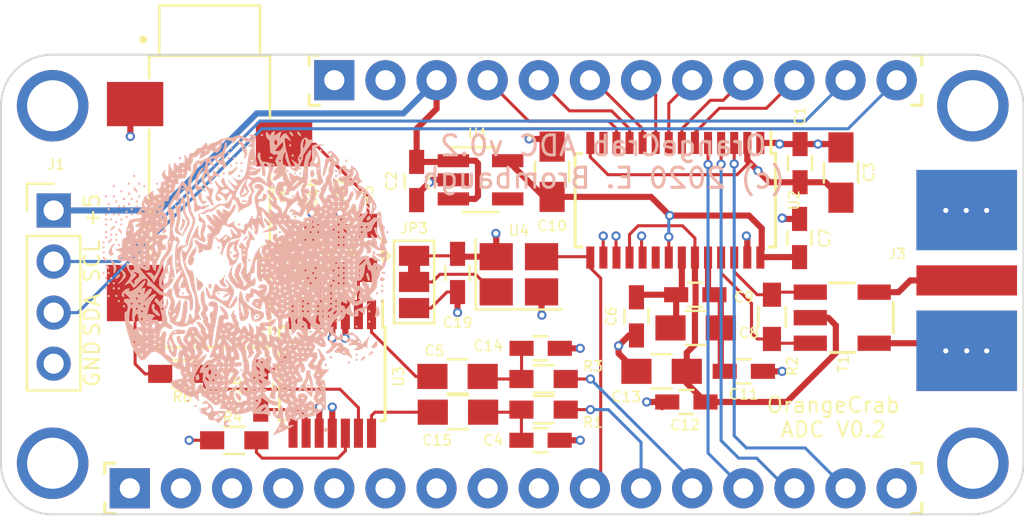
<source format=kicad_pcb>
(kicad_pcb (version 20171130) (host pcbnew 5.1.5-1.fc30)

  (general
    (thickness 1.6)
    (drawings 16)
    (tracks 314)
    (zones 0)
    (modules 38)
    (nets 53)
  )

  (page A4)
  (layers
    (0 F.Cu signal)
    (1 In1.Cu signal)
    (2 In2.Cu signal)
    (31 B.Cu signal)
    (32 B.Adhes user)
    (33 F.Adhes user)
    (34 B.Paste user)
    (35 F.Paste user)
    (36 B.SilkS user)
    (37 F.SilkS user)
    (38 B.Mask user)
    (39 F.Mask user)
    (40 Dwgs.User user)
    (41 Cmts.User user hide)
    (42 Eco1.User user)
    (43 Eco2.User user)
    (44 Edge.Cuts user)
    (45 Margin user)
    (46 B.CrtYd user)
    (47 F.CrtYd user)
    (48 B.Fab user)
    (49 F.Fab user hide)
  )

  (setup
    (last_trace_width 0.1524)
    (user_trace_width 0.1524)
    (user_trace_width 0.254)
    (user_trace_width 0.3048)
    (user_trace_width 0.6096)
    (trace_clearance 0.1524)
    (zone_clearance 0.254)
    (zone_45_only no)
    (trace_min 0.1016)
    (via_size 0.4572)
    (via_drill 0.254)
    (via_min_size 0.4572)
    (via_min_drill 0.254)
    (user_via 0.4572 0.254)
    (user_via 0.635 0.381)
    (user_via 0.889 0.635)
    (uvia_size 0.3)
    (uvia_drill 0.1)
    (uvias_allowed no)
    (uvia_min_size 0.2)
    (uvia_min_drill 0.1)
    (edge_width 0.05)
    (segment_width 0.2)
    (pcb_text_width 0.3)
    (pcb_text_size 1.5 1.5)
    (mod_edge_width 0.12)
    (mod_text_size 1 1)
    (mod_text_width 0.15)
    (pad_size 1.524 1.524)
    (pad_drill 0.762)
    (pad_to_mask_clearance 0.051)
    (solder_mask_min_width 0.25)
    (aux_axis_origin 0 0)
    (visible_elements FFFFBE7F)
    (pcbplotparams
      (layerselection 0x010fc_ffffffff)
      (usegerberextensions false)
      (usegerberattributes false)
      (usegerberadvancedattributes false)
      (creategerberjobfile false)
      (excludeedgelayer true)
      (linewidth 0.100000)
      (plotframeref false)
      (viasonmask false)
      (mode 1)
      (useauxorigin false)
      (hpglpennumber 1)
      (hpglpenspeed 20)
      (hpglpendiameter 15.000000)
      (psnegative false)
      (psa4output false)
      (plotreference true)
      (plotvalue true)
      (plotinvisibletext false)
      (padsonsilk false)
      (subtractmaskfromsilk false)
      (outputformat 1)
      (mirror false)
      (drillshape 1)
      (scaleselection 1)
      (outputdirectory ""))
  )

  (net 0 "")
  (net 1 GND)
  (net 2 +3V3)
  (net 3 /VUSB)
  (net 4 "Net-(C4-Pad2)")
  (net 5 "Net-(C5-Pad1)")
  (net 6 "Net-(C6-Pad2)")
  (net 7 "Net-(C11-Pad2)")
  (net 8 "Net-(C12-Pad2)")
  (net 9 /SDA)
  (net 10 "Net-(J3-Pad1)")
  (net 11 /D5)
  (net 12 /D6)
  (net 13 /D9)
  (net 14 /D12)
  (net 15 /D11)
  (net 16 /D10)
  (net 17 /D13)
  (net 18 /EN)
  (net 19 /VBAT)
  (net 20 /A1)
  (net 21 /A0)
  (net 22 /A2)
  (net 23 /A3)
  (net 24 /A4)
  (net 25 /MOSI)
  (net 26 /SCK)
  (net 27 /A5)
  (net 28 /MISO)
  (net 29 /D0)
  (net 30 /D1)
  (net 31 /AREF)
  (net 32 /~RESET)
  (net 33 "Net-(R2-Pad2)")
  (net 34 "Net-(U1-Pad4)")
  (net 35 "Net-(U2-Pad20)")
  (net 36 "Net-(U2-Pad13)")
  (net 37 "Net-(R2-Pad1)")
  (net 38 "Net-(C14-Pad1)")
  (net 39 "Net-(C15-Pad2)")
  (net 40 "Net-(C16-Pad1)")
  (net 41 "Net-(C18-Pad2)")
  (net 42 "Net-(C18-Pad1)")
  (net 43 "Net-(J2-Pad2)")
  (net 44 "Net-(J2-Pad3)")
  (net 45 "Net-(R4-Pad1)")
  (net 46 "Net-(R5-Pad2)")
  (net 47 "Net-(R6-Pad2)")
  (net 48 "Net-(U3-Pad8)")
  (net 49 "Net-(U3-Pad7)")
  (net 50 "Net-(JP3-Pad2)")
  (net 51 /SCL)
  (net 52 /+3.3VA)

  (net_class Default "This is the default net class."
    (clearance 0.1524)
    (trace_width 0.1524)
    (via_dia 0.4572)
    (via_drill 0.254)
    (uvia_dia 0.3)
    (uvia_drill 0.1)
    (add_net +3V3)
    (add_net /+3.3VA)
    (add_net /A0)
    (add_net /A1)
    (add_net /A2)
    (add_net /A3)
    (add_net /A4)
    (add_net /A5)
    (add_net /AREF)
    (add_net /D0)
    (add_net /D1)
    (add_net /D10)
    (add_net /D11)
    (add_net /D12)
    (add_net /D13)
    (add_net /D5)
    (add_net /D6)
    (add_net /D9)
    (add_net /EN)
    (add_net /MISO)
    (add_net /MOSI)
    (add_net /SCK)
    (add_net /SCL)
    (add_net /SDA)
    (add_net /VBAT)
    (add_net /VUSB)
    (add_net /~RESET)
    (add_net GND)
    (add_net "Net-(C11-Pad2)")
    (add_net "Net-(C12-Pad2)")
    (add_net "Net-(C14-Pad1)")
    (add_net "Net-(C15-Pad2)")
    (add_net "Net-(C16-Pad1)")
    (add_net "Net-(C18-Pad1)")
    (add_net "Net-(C18-Pad2)")
    (add_net "Net-(C4-Pad2)")
    (add_net "Net-(C5-Pad1)")
    (add_net "Net-(C6-Pad2)")
    (add_net "Net-(J2-Pad2)")
    (add_net "Net-(J2-Pad3)")
    (add_net "Net-(J3-Pad1)")
    (add_net "Net-(JP3-Pad2)")
    (add_net "Net-(R2-Pad1)")
    (add_net "Net-(R2-Pad2)")
    (add_net "Net-(R4-Pad1)")
    (add_net "Net-(R5-Pad2)")
    (add_net "Net-(R6-Pad2)")
    (add_net "Net-(U1-Pad4)")
    (add_net "Net-(U2-Pad13)")
    (add_net "Net-(U2-Pad20)")
    (add_net "Net-(U3-Pad7)")
    (add_net "Net-(U3-Pad8)")
  )

  (net_class "50 ohm" ""
    (clearance 0.3048)
    (trace_width 0.3048)
    (via_dia 0.4572)
    (via_drill 0.254)
    (uvia_dia 0.3)
    (uvia_drill 0.1)
  )

  (net_class Power ""
    (clearance 0.1524)
    (trace_width 0.254)
    (via_dia 0.4572)
    (via_drill 0.254)
    (uvia_dia 0.3)
    (uvia_drill 0.1)
  )

  (module footprints:ea (layer B.Cu) (tedit 0) (tstamp 5F192274)
    (at 190.881 64.643)
    (fp_text reference G*** (at 0 0) (layer F.SilkS) hide
      (effects (font (size 1.524 1.524) (thickness 0.3)))
    )
    (fp_text value LOGO (at 0.75 0) (layer F.SilkS) hide
      (effects (font (size 1.524 1.524) (thickness 0.3)))
    )
    (fp_poly (pts (xy -4.160999 -2.637147) (xy -4.068125 -2.786292) (xy -4.004644 -3.015446) (xy -4.095407 -3.124153)
      (xy -4.18764 -3.153338) (xy -4.163719 -3.115162) (xy -4.142703 -2.936324) (xy -4.199937 -2.777301)
      (xy -4.275645 -2.58952) (xy -4.263437 -2.54) (xy -4.160999 -2.637147)) (layer B.SilkS) (width 0.01))
    (fp_poly (pts (xy -4.064 0.5715) (xy -4.1275 0.508) (xy -4.191 0.5715) (xy -4.1275 0.635)
      (xy -4.064 0.5715)) (layer B.SilkS) (width 0.01))
    (fp_poly (pts (xy -4.09344 -2.31775) (xy -4.050794 -2.431223) (xy -3.910994 -2.652009) (xy -3.773694 -2.895761)
      (xy -3.8 -3.093287) (xy -3.892501 -3.249674) (xy -4.010287 -3.505055) (xy -4.011201 -3.665686)
      (xy -3.993117 -3.86753) (xy -4.043851 -4.076717) (xy -4.123248 -4.264454) (xy -4.176722 -4.23815)
      (xy -4.243323 -3.99982) (xy -4.324051 -3.764526) (xy -4.411117 -3.752055) (xy -4.465707 -3.816623)
      (xy -4.547867 -3.909453) (xy -4.519714 -3.784432) (xy -4.506591 -3.7465) (xy -4.393646 -3.17038)
      (xy -4.483161 -2.743626) (xy -4.510701 -2.589469) (xy -4.361284 -2.589469) (xy -4.353192 -2.712803)
      (xy -4.286881 -2.930824) (xy -4.244928 -3.268326) (xy -4.243125 -3.301663) (xy -4.22166 -3.679289)
      (xy -4.195243 -3.8677) (xy -4.150726 -3.931551) (xy -4.113913 -3.937) (xy -4.085923 -3.840973)
      (xy -4.116794 -3.728605) (xy -4.112654 -3.471866) (xy -4.011435 -3.237364) (xy -3.893438 -2.992999)
      (xy -3.947498 -2.786926) (xy -4.004071 -2.700442) (xy -4.107744 -2.467495) (xy -4.091267 -2.338619)
      (xy -4.100088 -2.316232) (xy -4.221352 -2.399826) (xy -4.361284 -2.589469) (xy -4.510701 -2.589469)
      (xy -4.523824 -2.51602) (xy -4.395936 -2.394376) (xy -4.187136 -2.303113) (xy -4.081486 -2.289239)
      (xy -4.09344 -2.31775)) (layer B.SilkS) (width 0.01))
    (fp_poly (pts (xy -4.064 -4.6355) (xy -4.1275 -4.699) (xy -4.191 -4.6355) (xy -4.1275 -4.572)
      (xy -4.064 -4.6355)) (layer B.SilkS) (width 0.01))
    (fp_poly (pts (xy -2.991796 -3.925522) (xy -2.984264 -3.937383) (xy -2.951287 -4.043539) (xy -3.028378 -4.012627)
      (xy -3.158402 -4.025087) (xy -3.201629 -4.231388) (xy -3.19004 -4.34975) (xy -3.229558 -4.441843)
      (xy -3.344231 -4.35172) (xy -3.353937 -4.336709) (xy -3.341315 -4.160835) (xy -3.253818 -3.99997)
      (xy -3.103981 -3.853871) (xy -2.991796 -3.925522)) (layer B.SilkS) (width 0.01))
    (fp_poly (pts (xy -2.987467 -4.536414) (xy -3.036765 -4.602351) (xy -3.215283 -4.748585) (xy -3.322222 -4.750002)
      (xy -3.399816 -4.779541) (xy -3.400297 -4.962023) (xy -3.338601 -5.213657) (xy -3.229665 -5.450654)
      (xy -3.186657 -5.510455) (xy -3.077023 -5.672528) (xy -3.0804 -5.715) (xy -3.202285 -5.629663)
      (xy -3.3182 -5.505089) (xy -3.430668 -5.287183) (xy -3.496754 -5.007754) (xy -3.512136 -4.743306)
      (xy -3.472493 -4.570349) (xy -3.373504 -4.565388) (xy -3.371169 -4.567295) (xy -3.158859 -4.610153)
      (xy -3.044754 -4.537228) (xy -2.935 -4.449001) (xy -2.987467 -4.536414)) (layer B.SilkS) (width 0.01))
    (fp_poly (pts (xy 2.159 5.1435) (xy 2.0955 5.08) (xy 2.032 5.1435) (xy 2.0955 5.207)
      (xy 2.159 5.1435)) (layer B.SilkS) (width 0.01))
    (fp_poly (pts (xy -2.286 6.6675) (xy -2.3495 6.604) (xy -2.413 6.6675) (xy -2.3495 6.731)
      (xy -2.286 6.6675)) (layer B.SilkS) (width 0.01))
    (fp_poly (pts (xy -0.381 1.7145) (xy -0.4445 1.651) (xy -0.508 1.7145) (xy -0.4445 1.778)
      (xy -0.381 1.7145)) (layer B.SilkS) (width 0.01))
    (fp_poly (pts (xy -1.868685 0.669589) (xy -1.8415 0.635) (xy -1.7968 0.520776) (xy -1.916955 0.563796)
      (xy -2.032 0.635) (xy -2.129636 0.736953) (xy -2.071246 0.760056) (xy -1.868685 0.669589)) (layer B.SilkS) (width 0.01))
    (fp_poly (pts (xy -2.286 0.5715) (xy -2.3495 0.508) (xy -2.413 0.5715) (xy -2.3495 0.635)
      (xy -2.286 0.5715)) (layer B.SilkS) (width 0.01))
    (fp_poly (pts (xy -1.651 -1.4605) (xy -1.7145 -1.524) (xy -1.778 -1.4605) (xy -1.7145 -1.397)
      (xy -1.651 -1.4605)) (layer B.SilkS) (width 0.01))
    (fp_poly (pts (xy -0.923396 -3.98727) (xy -0.961273 -4.044993) (xy -1.090084 -4.053973) (xy -1.225597 -4.022957)
      (xy -1.166813 -3.977244) (xy -0.968327 -3.962104) (xy -0.923396 -3.98727)) (layer B.SilkS) (width 0.01))
    (fp_poly (pts (xy -1.071124 -4.240278) (xy -0.945371 -4.323916) (xy -0.829855 -4.503226) (xy -0.898368 -4.646786)
      (xy -0.978089 -4.858456) (xy -0.955939 -4.947436) (xy -0.922236 -5.070082) (xy -0.941744 -5.08)
      (xy -1.039783 -4.979531) (xy -1.187797 -4.734785) (xy -1.202773 -4.706207) (xy -1.301035 -4.403054)
      (xy -1.287143 -4.359041) (xy -1.256778 -4.359041) (xy -1.173959 -4.402373) (xy -1.077843 -4.537682)
      (xy -1.098332 -4.602469) (xy -1.102551 -4.67755) (xy -1.033551 -4.646347) (xy -0.941072 -4.49436)
      (xy -0.957924 -4.436224) (xy -1.136129 -4.330085) (xy -1.182246 -4.328026) (xy -1.256778 -4.359041)
      (xy -1.287143 -4.359041) (xy -1.247477 -4.233375) (xy -1.071124 -4.240278)) (layer B.SilkS) (width 0.01))
    (fp_poly (pts (xy -4.816841 0.234215) (xy -4.634732 -0.002857) (xy -4.529693 -0.266847) (xy -4.547785 -0.471295)
      (xy -4.630709 -0.771025) (xy -4.645962 -1.04775) (xy -4.636938 -1.319254) (xy -4.677188 -1.369991)
      (xy -4.804084 -1.232911) (xy -4.826 -1.2065) (xy -4.921953 -1.052386) (xy -4.906918 -1.016)
      (xy -4.915473 -0.921636) (xy -5.032063 -0.686778) (xy -5.081392 -0.60325) (xy -5.292878 -0.16317)
      (xy -5.301746 0.040549) (xy -5.167693 0.040549) (xy -5.112263 -0.14596) (xy -5.032055 -0.160867)
      (xy -4.965733 -0.186245) (xy -4.993464 -0.303262) (xy -5.01453 -0.452072) (xy -4.929964 -0.430262)
      (xy -4.834934 -0.425509) (xy -4.859168 -0.53825) (xy -4.886867 -0.750534) (xy -4.859583 -0.813083)
      (xy -4.764347 -0.879198) (xy -4.74595 -0.773323) (xy -4.777383 -0.53975) (xy -4.825422 -0.225117)
      (xy -4.830112 -0.1905) (xy -4.699 -0.1905) (xy -4.6355 -0.254) (xy -4.572 -0.1905)
      (xy -4.6355 -0.127) (xy -4.699 -0.1905) (xy -4.830112 -0.1905) (xy -4.850866 -0.037336)
      (xy -4.925389 0.06785) (xy -4.96332 0.057123) (xy -5.085213 0.096577) (xy -5.11971 0.157959)
      (xy -5.161482 0.182371) (xy -5.167693 0.040549) (xy -5.301746 0.040549) (xy -5.306926 0.159516)
      (xy -5.190941 0.34626) (xy -5.020688 0.374032) (xy -4.816841 0.234215)) (layer B.SilkS) (width 0.01))
    (fp_poly (pts (xy -4.958169 -2.50519) (xy -4.953 -2.54) (xy -4.996331 -2.663698) (xy -5.009005 -2.667)
      (xy -5.117434 -2.578006) (xy -5.1435 -2.54) (xy -5.133431 -2.422971) (xy -5.087496 -2.413)
      (xy -4.958169 -2.50519)) (layer B.SilkS) (width 0.01))
    (fp_poly (pts (xy -1.27 -5.2705) (xy -1.3335 -5.334) (xy -1.397 -5.2705) (xy -1.3335 -5.207)
      (xy -1.27 -5.2705)) (layer B.SilkS) (width 0.01))
    (fp_poly (pts (xy -2.032 -5.3975) (xy -2.0955 -5.461) (xy -2.159 -5.3975) (xy -2.0955 -5.334)
      (xy -2.032 -5.3975)) (layer B.SilkS) (width 0.01))
    (fp_poly (pts (xy -1.143 -5.5245) (xy -1.2065 -5.588) (xy -1.27 -5.5245) (xy -1.2065 -5.461)
      (xy -1.143 -5.5245)) (layer B.SilkS) (width 0.01))
    (fp_poly (pts (xy -1.701466 -5.353915) (xy -1.629834 -5.416655) (xy -1.425836 -5.626866) (xy -1.42274 -5.711527)
      (xy -1.453005 -5.715) (xy -1.561338 -5.625865) (xy -1.588781 -5.585928) (xy -1.727604 -5.50415)
      (xy -1.765609 -5.516841) (xy -1.850796 -5.472645) (xy -1.862667 -5.391385) (xy -1.831324 -5.28195)
      (xy -1.701466 -5.353915)) (layer B.SilkS) (width 0.01))
    (fp_poly (pts (xy -2.286 -5.6515) (xy -2.3495 -5.715) (xy -2.413 -5.6515) (xy -2.3495 -5.588)
      (xy -2.286 -5.6515)) (layer B.SilkS) (width 0.01))
    (fp_poly (pts (xy -1.651 -5.7785) (xy -1.7145 -5.842) (xy -1.778 -5.7785) (xy -1.7145 -5.715)
      (xy -1.651 -5.7785)) (layer B.SilkS) (width 0.01))
    (fp_poly (pts (xy -1.143 -5.9055) (xy -1.2065 -5.969) (xy -1.27 -5.9055) (xy -1.2065 -5.842)
      (xy -1.143 -5.9055)) (layer B.SilkS) (width 0.01))
    (fp_poly (pts (xy -1.397 -5.9055) (xy -1.4605 -5.969) (xy -1.524 -5.9055) (xy -1.4605 -5.842)
      (xy -1.397 -5.9055)) (layer B.SilkS) (width 0.01))
    (fp_poly (pts (xy -1.524 -6.1595) (xy -1.5875 -6.223) (xy -1.651 -6.1595) (xy -1.5875 -6.096)
      (xy -1.524 -6.1595)) (layer B.SilkS) (width 0.01))
    (fp_poly (pts (xy -1.778 -6.1595) (xy -1.8415 -6.223) (xy -1.905 -6.1595) (xy -1.8415 -6.096)
      (xy -1.778 -6.1595)) (layer B.SilkS) (width 0.01))
    (fp_poly (pts (xy -1.778 -6.4135) (xy -1.8415 -6.477) (xy -1.905 -6.4135) (xy -1.8415 -6.35)
      (xy -1.778 -6.4135)) (layer B.SilkS) (width 0.01))
    (fp_poly (pts (xy -1.651 -6.6675) (xy -1.7145 -6.731) (xy -1.778 -6.6675) (xy -1.7145 -6.604)
      (xy -1.651 -6.6675)) (layer B.SilkS) (width 0.01))
    (fp_poly (pts (xy -3.645999 1.38517) (xy -3.617828 1.170373) (xy -3.627879 0.891528) (xy -3.67622 0.642178)
      (xy -3.711669 0.562601) (xy -3.796538 0.34294) (xy -3.860834 0.073276) (xy -3.971927 -0.300744)
      (xy -4.091779 -0.552825) (xy -4.213651 -0.864321) (xy -4.257718 -1.215049) (xy -4.225983 -1.520846)
      (xy -4.120447 -1.697552) (xy -4.064168 -1.713362) (xy -3.893454 -1.816545) (xy -3.869705 -1.905)
      (xy -3.817835 -2.136015) (xy -3.693524 -2.478967) (xy -3.64639 -2.589406) (xy -3.516505 -2.94515)
      (xy -3.519402 -3.167409) (xy -3.57575 -3.262297) (xy -3.697081 -3.522083) (xy -3.74571 -3.78439)
      (xy -3.798386 -4.148164) (xy -3.862431 -4.3815) (xy -3.922323 -4.556581) (xy -3.874434 -4.530441)
      (xy -3.756868 -4.388976) (xy -3.561179 -3.971224) (xy -3.548127 -3.502752) (xy -3.488916 -3.474253)
      (xy -3.372666 -3.550052) (xy -3.215196 -3.643152) (xy -3.175 -3.6195) (xy -3.095812 -3.611353)
      (xy -2.964981 -3.699199) (xy -2.793026 -3.816644) (xy -2.910554 -3.818637) (xy -2.921 -3.815322)
      (xy -3.245234 -3.746125) (xy -3.413117 -3.839018) (xy -3.429 -3.919979) (xy -3.496692 -4.195653)
      (xy -3.594049 -4.384991) (xy -3.731068 -4.802023) (xy -3.65365 -5.232845) (xy -3.526281 -5.431984)
      (xy -3.396407 -5.682934) (xy -3.391741 -5.842) (xy -3.411978 -5.959736) (xy -3.329343 -5.863101)
      (xy -3.215863 -5.766694) (xy -3.13316 -5.894851) (xy -3.03219 -6.079967) (xy -2.982654 -6.022648)
      (xy -2.988387 -5.87375) (xy -3.055549 -5.585767) (xy -3.144043 -5.334) (xy -3.204418 -5.04739)
      (xy -3.075758 -4.801096) (xy -3.03438 -4.754314) (xy -2.861746 -4.513396) (xy -2.796616 -4.319013)
      (xy -2.849654 -4.234587) (xy -2.95275 -4.268835) (xy -2.993658 -4.255818) (xy -2.881693 -4.100243)
      (xy -2.861064 -4.076435) (xy -2.722788 -3.886866) (xy -2.726183 -3.838177) (xy -2.710981 -3.84175)
      (xy -2.580332 -3.809586) (xy -2.605957 -3.923752) (xy -2.632326 -3.953125) (xy -2.709322 -4.201885)
      (xy -2.65811 -4.404883) (xy -2.607359 -4.607055) (xy -2.650411 -4.645752) (xy -2.821165 -4.657594)
      (xy -2.976759 -4.83165) (xy -3.061715 -5.079355) (xy -3.041755 -5.2705) (xy -2.966944 -5.412661)
      (xy -2.917414 -5.350928) (xy -2.873375 -5.090583) (xy -2.774329 -4.901979) (xy -2.741889 -4.868333)
      (xy -2.681932 -4.847789) (xy -2.708741 -4.90686) (xy -2.700832 -5.077323) (xy -2.570827 -5.231054)
      (xy -2.412089 -5.274085) (xy -2.369565 -5.248231) (xy -2.288366 -5.219838) (xy -2.286 -5.233782)
      (xy -2.372399 -5.359174) (xy -2.500879 -5.477199) (xy -2.634031 -5.55925) (xy -2.625808 -5.501525)
      (xy -2.619087 -5.319239) (xy -2.664929 -5.27178) (xy -2.790419 -5.262068) (xy -2.803438 -5.294754)
      (xy -2.832004 -5.489954) (xy -2.868743 -5.700298) (xy -2.889798 -5.907917) (xy -2.803349 -5.903078)
      (xy -2.700555 -5.827298) (xy -2.549016 -5.716491) (xy -2.576357 -5.777633) (xy -2.641417 -5.862443)
      (xy -2.728977 -6.065403) (xy -2.686475 -6.147464) (xy -2.546953 -6.116906) (xy -2.529313 -6.088504)
      (xy -2.413 -6.088504) (xy -2.32081 -6.217831) (xy -2.286 -6.223) (xy -2.162302 -6.179669)
      (xy -2.159 -6.166995) (xy -2.247994 -6.058566) (xy -2.286 -6.0325) (xy -2.403029 -6.042569)
      (xy -2.413 -6.088504) (xy -2.529313 -6.088504) (xy -2.493342 -6.030592) (xy -2.345118 -5.880494)
      (xy -2.257784 -5.872572) (xy -2.132248 -5.809715) (xy -2.130397 -5.73731) (xy -2.08929 -5.633653)
      (xy -2.02898 -5.653366) (xy -1.965326 -5.81) (xy -2.001875 -5.885056) (xy -2.086251 -6.061443)
      (xy -2.069419 -6.293659) (xy -1.982412 -6.58182) (xy -1.932303 -6.835115) (xy -1.956905 -6.952237)
      (xy -2.024111 -6.923276) (xy -2.033945 -6.847416) (xy -2.146625 -6.503125) (xy -2.433471 -6.301217)
      (xy -2.489214 -6.287773) (xy -2.704241 -6.238588) (xy -2.76225 -6.216841) (xy -2.88925 -6.17343)
      (xy -3.073454 -6.095703) (xy -3.14325 -6.05481) (xy -3.28277 -6.011603) (xy -3.302 -6.040555)
      (xy -3.380389 -6.04555) (xy -3.491102 -5.97016) (xy -3.616849 -5.791384) (xy -3.610745 -5.700832)
      (xy -3.623109 -5.523962) (xy -3.729562 -5.319642) (xy -3.850874 -5.038414) (xy -3.853552 -4.84317)
      (xy -3.829376 -4.717259) (xy -3.915308 -4.790281) (xy -3.975113 -4.861482) (xy -4.123414 -5.016616)
      (xy -4.208442 -4.970305) (xy -4.260262 -4.861482) (xy -4.348519 -4.643288) (xy -4.370729 -4.572)
      (xy -4.444887 -4.437613) (xy -4.615693 -4.181489) (xy -4.675478 -4.096616) (xy -4.853591 -3.773682)
      (xy -4.866748 -3.654873) (xy -4.748696 -3.654873) (xy -4.680838 -3.862612) (xy -4.677937 -3.869013)
      (xy -4.547219 -4.079516) (xy -4.440488 -4.058064) (xy -4.424918 -4.035853) (xy -4.338566 -3.971703)
      (xy -4.300601 -4.1275) (xy -4.268811 -4.401592) (xy -4.249806 -4.5085) (xy -4.206976 -4.741753)
      (xy -4.20565 -4.751916) (xy -4.15157 -4.820249) (xy -4.063127 -4.709122) (xy -3.98349 -4.480954)
      (xy -3.969636 -4.410662) (xy -3.919083 -4.056386) (xy -3.887037 -3.78439) (xy -3.803707 -3.453845)
      (xy -3.696052 -3.254226) (xy -3.620316 -3.085476) (xy -3.663444 -2.84506) (xy -3.799225 -2.532312)
      (xy -3.937133 -2.185817) (xy -3.989211 -1.923485) (xy -3.976959 -1.855977) (xy -3.961475 -1.781291)
      (xy -4.000204 -1.808648) (xy -4.170415 -1.818762) (xy -4.306315 -1.745148) (xy -4.44083 -1.650563)
      (xy -4.396338 -1.731014) (xy -4.357015 -1.782259) (xy -4.277716 -2.047401) (xy -4.32332 -2.163259)
      (xy -4.423033 -2.26146) (xy -4.446918 -2.2225) (xy -4.501114 -2.20759) (xy -4.581231 -2.316067)
      (xy -4.641854 -2.61484) (xy -4.605893 -2.760567) (xy -4.52635 -3.048488) (xy -4.522375 -3.175)
      (xy -4.551058 -3.462801) (xy -4.557351 -3.531745) (xy -4.64234 -3.636641) (xy -4.699964 -3.618904)
      (xy -4.748696 -3.654873) (xy -4.866748 -3.654873) (xy -4.878938 -3.544805) (xy -4.869272 -3.525116)
      (xy -4.802657 -3.302977) (xy -4.76416 -2.954879) (xy -4.755708 -2.574252) (xy -4.779227 -2.254527)
      (xy -4.836643 -2.089134) (xy -4.839632 -2.087075) (xy -4.879172 -1.9685) (xy -4.826 -1.9685)
      (xy -4.7625 -2.032) (xy -4.699 -1.9685) (xy -4.7625 -1.905) (xy -4.826 -1.9685)
      (xy -4.879172 -1.9685) (xy -4.89115 -1.932581) (xy -4.868551 -1.832702) (xy -4.888959 -1.599701)
      (xy -5.00504 -1.409663) (xy -5.19511 -1.113221) (xy -5.266636 -0.909067) (xy -5.339918 -0.659709)
      (xy -5.443017 -0.431011) (xy -5.537188 -0.293867) (xy -5.58369 -0.319171) (xy -5.584139 -0.328083)
      (xy -5.691679 -0.447318) (xy -5.795304 -0.465666) (xy -5.936134 -0.450195) (xy -5.866129 -0.366926)
      (xy -5.795304 -0.314082) (xy -5.620961 -0.107858) (xy -5.585211 0.014001) (xy -5.539611 -0.000789)
      (xy -5.430181 -0.176263) (xy -5.293727 -0.43989) (xy -5.167054 -0.719137) (xy -5.086968 -0.941476)
      (xy -5.077483 -0.986565) (xy -4.992049 -1.14282) (xy -4.842161 -1.3335) (xy -4.67876 -1.629175)
      (xy -4.64149 -1.86241) (xy -4.607892 -2.062545) (xy -4.479992 -2.066986) (xy -4.379948 -1.96885)
      (xy -4.413974 -1.919076) (xy -4.476779 -1.757406) (xy -4.5069 -1.43109) (xy -4.505153 -1.2065)
      (xy -4.496139 -1.016) (xy -4.445 -1.016) (xy -4.398533 -1.120535) (xy -4.360334 -1.100666)
      (xy -4.345134 -0.949947) (xy -4.360334 -0.931333) (xy -4.435835 -0.948766) (xy -4.445 -1.016)
      (xy -4.496139 -1.016) (xy -4.482879 -0.735795) (xy -4.479198 -0.6985) (xy -4.445 -0.6985)
      (xy -4.3815 -0.762) (xy -4.318 -0.6985) (xy -4.3815 -0.635) (xy -4.445 -0.6985)
      (xy -4.479198 -0.6985) (xy -4.457577 -0.479508) (xy -4.418671 -0.398165) (xy -4.355586 -0.452296)
      (xy -4.318 -0.508) (xy -4.216898 -0.603454) (xy -4.192945 -0.556877) (xy -4.264278 -0.364824)
      (xy -4.438746 -0.100302) (xy -4.440841 -0.097633) (xy -4.588129 0.145794) (xy -4.590002 0.162805)
      (xy -4.346351 0.162805) (xy -4.274261 -0.059433) (xy -4.156597 -0.24446) (xy -4.083744 -0.245578)
      (xy -4.11762 -0.049929) (xy -4.185161 0.056464) (xy -4.256094 0.243548) (xy -4.208014 0.306985)
      (xy -4.049878 0.291281) (xy -4.020873 0.251617) (xy -3.981394 0.221881) (xy -3.989422 0.282575)
      (xy -3.929256 0.49022) (xy -3.850237 0.571742) (xy -3.787192 0.662272) (xy -3.944329 0.700288)
      (xy -4.054903 0.703999) (xy -4.303961 0.681796) (xy -4.332394 0.594102) (xy -4.305397 0.556314)
      (xy -4.252301 0.380786) (xy -4.299844 0.328722) (xy -4.346351 0.162805) (xy -4.590002 0.162805)
      (xy -4.605587 0.304294) (xy -4.60121 0.309457) (xy -4.521162 0.502917) (xy -4.51012 0.612214)
      (xy -4.421963 0.774831) (xy -4.1354 0.825483) (xy -4.1275 0.8255) (xy -3.860374 0.85629)
      (xy -3.777419 0.983847) (xy -3.784327 1.1) (xy -3.77038 1.347141) (xy -3.712321 1.442379)
      (xy -3.645999 1.38517)) (layer B.SilkS) (width 0.01))
    (fp_poly (pts (xy -1.022627 -6.155404) (xy -0.924666 -6.34484) (xy -0.966009 -6.628742) (xy -1.127252 -6.903262)
      (xy -1.170413 -6.946307) (xy -1.345333 -7.057678) (xy -1.397 -7.004683) (xy -1.306349 -6.866049)
      (xy -1.262505 -6.858) (xy -1.183996 -6.78146) (xy -1.201077 -6.739775) (xy -1.193141 -6.6675)
      (xy -1.143 -6.6675) (xy -1.0795 -6.731) (xy -1.016 -6.6675) (xy -1.0795 -6.604)
      (xy -1.143 -6.6675) (xy -1.193141 -6.6675) (xy -1.183285 -6.577749) (xy -1.136414 -6.536429)
      (xy -1.052406 -6.362173) (xy -1.069388 -6.267057) (xy -1.073735 -6.144933) (xy -1.022627 -6.155404)) (layer B.SilkS) (width 0.01))
    (fp_poly (pts (xy 2.292687 5.715) (xy 2.333209 5.408544) (xy 2.334492 5.074398) (xy 2.299936 4.819308)
      (xy 2.26187 4.747588) (xy 2.209124 4.601067) (xy 2.2225 4.572) (xy 2.201316 4.416927)
      (xy 2.161071 4.382781) (xy 2.034274 4.404511) (xy 2.012656 4.469255) (xy 1.983543 4.738683)
      (xy 1.979197 4.782805) (xy 1.889583 4.979336) (xy 1.777537 5.126409) (xy 1.982135 5.126409)
      (xy 2.03305 5.015235) (xy 2.109153 4.83665) (xy 2.094398 4.782565) (xy 2.100633 4.753111)
      (xy 2.123348 4.769182) (xy 2.191143 4.934134) (xy 2.223905 5.22327) (xy 2.218158 5.471783)
      (xy 2.163927 5.49776) (xy 2.071209 5.385758) (xy 1.982135 5.126409) (xy 1.777537 5.126409)
      (xy 1.724858 5.195555) (xy 1.598126 5.382637) (xy 1.630212 5.460993) (xy 1.631316 5.461)
      (xy 1.76989 5.366082) (xy 1.778 5.319931) (xy 1.845031 5.304475) (xy 2.008359 5.455801)
      (xy 2.027774 5.478681) (xy 2.204411 5.66799) (xy 2.291687 5.717682) (xy 2.292687 5.715)) (layer B.SilkS) (width 0.01))
    (fp_poly (pts (xy -1.226673 5.874387) (xy -1.223774 5.869949) (xy -1.242157 5.697066) (xy -1.334899 5.58684)
      (xy -1.486369 5.505763) (xy -1.522056 5.5407) (xy -1.461784 5.749181) (xy -1.338398 5.887923)
      (xy -1.226673 5.874387)) (layer B.SilkS) (width 0.01))
    (fp_poly (pts (xy -1.416623 4.901628) (xy -1.280283 4.773752) (xy -1.308251 4.700237) (xy -1.326005 4.699)
      (xy -1.433424 4.789206) (xy -1.472628 4.845623) (xy -1.487597 4.932529) (xy -1.416623 4.901628)) (layer B.SilkS) (width 0.01))
    (fp_poly (pts (xy -1.143 4.3815) (xy -1.2065 4.318) (xy -1.27 4.3815) (xy -1.2065 4.445)
      (xy -1.143 4.3815)) (layer B.SilkS) (width 0.01))
    (fp_poly (pts (xy 2.286 2.4765) (xy 2.2225 2.413) (xy 2.159 2.4765) (xy 2.2225 2.54)
      (xy 2.286 2.4765)) (layer B.SilkS) (width 0.01))
    (fp_poly (pts (xy -6.35 2.0955) (xy -6.4135 2.032) (xy -6.477 2.0955) (xy -6.4135 2.159)
      (xy -6.35 2.0955)) (layer B.SilkS) (width 0.01))
    (fp_poly (pts (xy 5.16234 -0.08319) (xy 5.158813 -0.175186) (xy 5.087644 -0.399101) (xy 5.050872 -0.452461)
      (xy 4.997659 -0.424809) (xy 5.001186 -0.332813) (xy 5.072355 -0.108898) (xy 5.109127 -0.055538)
      (xy 5.16234 -0.08319)) (layer B.SilkS) (width 0.01))
    (fp_poly (pts (xy 5.635751 -1.109647) (xy 5.553578 -1.157795) (xy 5.402485 -1.309665) (xy 5.402324 -1.404805)
      (xy 5.423974 -1.517568) (xy 5.404995 -1.524) (xy 5.324283 -1.49225) (xy 5.281092 -1.198205)
      (xy 5.40291 -1.066595) (xy 5.507787 -1.048883) (xy 5.690803 -1.047715) (xy 5.635751 -1.109647)) (layer B.SilkS) (width 0.01))
    (fp_poly (pts (xy -2.579845 -0.971035) (xy -2.6035 -1.016) (xy -2.723162 -1.137285) (xy -2.745491 -1.143)
      (xy -2.754156 -1.060964) (xy -2.7305 -1.016) (xy -2.610839 -0.894714) (xy -2.58851 -0.889)
      (xy -2.579845 -0.971035)) (layer B.SilkS) (width 0.01))
    (fp_poly (pts (xy -2.286 -1.7145) (xy -2.3495 -1.778) (xy -2.413 -1.7145) (xy -2.3495 -1.651)
      (xy -2.286 -1.7145)) (layer B.SilkS) (width 0.01))
    (fp_poly (pts (xy 5.711068 -2.117624) (xy 5.711138 -2.119754) (xy 5.621425 -2.322845) (xy 5.585928 -2.35078)
      (xy 5.509148 -2.497466) (xy 5.5245 -2.54) (xy 5.505732 -2.696217) (xy 5.47422 -2.722329)
      (xy 5.382535 -2.697878) (xy 5.381822 -2.635854) (xy 5.448523 -2.430167) (xy 5.558322 -2.223998)
      (xy 5.662183 -2.0942) (xy 5.711068 -2.117624)) (layer B.SilkS) (width 0.01))
    (fp_poly (pts (xy 1.524 -3.2385) (xy 1.4605 -3.302) (xy 1.397 -3.2385) (xy 1.4605 -3.175)
      (xy 1.524 -3.2385)) (layer B.SilkS) (width 0.01))
    (fp_poly (pts (xy 1.397 -4.2545) (xy 1.3335 -4.318) (xy 1.27 -4.2545) (xy 1.3335 -4.191)
      (xy 1.397 -4.2545)) (layer B.SilkS) (width 0.01))
    (fp_poly (pts (xy 4.531698 -4.095606) (xy 4.665085 -4.266653) (xy 4.711734 -4.34975) (xy 4.787985 -4.527472)
      (xy 4.759637 -4.541351) (xy 4.590415 -4.529141) (xy 4.456685 -4.598726) (xy 4.325247 -4.688155)
      (xy 4.376628 -4.612595) (xy 4.403325 -4.582149) (xy 4.498551 -4.348432) (xy 4.484988 -4.239024)
      (xy 4.455413 -4.07846) (xy 4.531698 -4.095606)) (layer B.SilkS) (width 0.01))
    (fp_poly (pts (xy 3.108082 7.394225) (xy 3.098418 7.344834) (xy 2.994262 7.240718) (xy 2.9845 7.239)
      (xy 2.883101 7.32585) (xy 2.870581 7.344834) (xy 2.908419 7.438356) (xy 2.9845 7.450667)
      (xy 3.108082 7.394225)) (layer B.SilkS) (width 0.01))
    (fp_poly (pts (xy -1.811884 7.188218) (xy -1.839769 7.12005) (xy -1.915584 7.110056) (xy -2.024708 7.085692)
      (xy -1.911381 6.989136) (xy -1.905 6.985) (xy -1.807365 6.883048) (xy -1.865755 6.859945)
      (xy -2.063967 6.943623) (xy -2.090077 6.976225) (xy -2.075213 7.125507) (xy -1.934271 7.21945)
      (xy -1.811884 7.188218)) (layer B.SilkS) (width 0.01))
    (fp_poly (pts (xy 0.842984 7.415634) (xy 1.205236 7.253152) (xy 1.385817 7.146013) (xy 1.36568 7.109128)
      (xy 1.195916 7.139324) (xy 1.028595 7.16293) (xy 0.935185 7.091942) (xy 0.885832 6.87112)
      (xy 0.855119 6.50875) (xy 0.819502 6.188316) (xy 0.770796 6.110181) (xy 0.704576 6.25475)
      (xy 0.599163 6.574717) (xy 0.5441 6.673667) (xy 0.521491 6.575248) (xy 0.518026 6.501255)
      (xy 0.465894 6.306083) (xy 0.380656 6.286713) (xy 0.324605 6.456582) (xy 0.387028 6.615265)
      (xy 0.53685 6.782206) (xy 0.641372 6.790562) (xy 0.749172 6.785669) (xy 0.738382 6.943517)
      (xy 0.618257 7.207365) (xy 0.559667 7.3025) (xy 0.635 7.3025) (xy 0.6985 7.239)
      (xy 0.762 7.3025) (xy 0.6985 7.366) (xy 0.635 7.3025) (xy 0.559667 7.3025)
      (xy 0.557234 7.306449) (xy 0.352468 7.618961) (xy 0.842984 7.415634)) (layer B.SilkS) (width 0.01))
    (fp_poly (pts (xy -3.429 6.1595) (xy -3.4925 6.096) (xy -3.556 6.1595) (xy -3.4925 6.223)
      (xy -3.429 6.1595)) (layer B.SilkS) (width 0.01))
    (fp_poly (pts (xy -2.187296 6.861078) (xy -2.170735 6.840955) (xy -1.996885 6.56571) (xy -2.036527 6.426074)
      (xy -2.292721 6.415409) (xy -2.361736 6.426613) (xy -2.575621 6.43364) (xy -2.616665 6.371302)
      (xy -2.645365 6.211089) (xy -2.784387 6.041201) (xy -2.988611 5.90678) (xy -3.114235 5.9736)
      (xy -3.118515 5.98035) (xy -3.141558 6.076356) (xy -3.076399 6.050051) (xy -2.89986 6.051056)
      (xy -2.858781 6.093929) (xy -2.867757 6.222652) (xy -2.913505 6.238875) (xy -3.161413 6.268932)
      (xy -3.175 6.270625) (xy -3.305454 6.35329) (xy -3.288196 6.399696) (xy -3.2385 6.35)
      (xy -3.175 6.4135) (xy -3.191569 6.430069) (xy -3.002366 6.430069) (xy -2.899899 6.334271)
      (xy -2.745309 6.238783) (xy -2.719917 6.224945) (xy -2.710335 6.326046) (xy -2.709334 6.401392)
      (xy -2.797434 6.522572) (xy -2.889316 6.510718) (xy -3.002366 6.430069) (xy -3.191569 6.430069)
      (xy -3.2385 6.477) (xy -3.271851 6.443649) (xy -3.256377 6.485258) (xy -3.062495 6.579414)
      (xy -3.051148 6.58133) (xy -2.873366 6.659404) (xy -2.863112 6.74008) (xy -2.856245 6.764126)
      (xy -2.590624 6.764126) (xy -2.549104 6.67847) (xy -2.3184 6.53507) (xy -2.220283 6.519334)
      (xy -2.100099 6.564249) (xy -2.153482 6.649282) (xy -2.338828 6.773155) (xy -2.512249 6.81348)
      (xy -2.590624 6.764126) (xy -2.856245 6.764126) (xy -2.832491 6.84729) (xy -2.624488 6.884102)
      (xy -2.50825 6.87304) (xy -2.417744 6.955949) (xy -2.413 6.99907) (xy -2.347249 7.014247)
      (xy -2.187296 6.861078)) (layer B.SilkS) (width 0.01))
    (fp_poly (pts (xy -3.81 5.9055) (xy -3.8735 5.842) (xy -3.937 5.9055) (xy -3.8735 5.969)
      (xy -3.81 5.9055)) (layer B.SilkS) (width 0.01))
    (fp_poly (pts (xy 0.488744 5.786729) (xy 0.470135 5.761802) (xy 0.45656 5.599932) (xy 0.512811 5.45201)
      (xy 0.565264 5.216321) (xy 0.508343 5.143713) (xy 0.378704 5.116207) (xy 0.365125 5.136005)
      (xy 0.33143 5.30225) (xy 0.253175 5.488873) (xy 0.223757 5.538537) (xy 0.204308 5.735705)
      (xy 0.38199 5.839758) (xy 0.423333 5.842) (xy 0.488744 5.786729)) (layer B.SilkS) (width 0.01))
    (fp_poly (pts (xy -3.320627 4.860628) (xy -3.302 4.769996) (xy -3.343854 4.586502) (xy -3.453822 4.641508)
      (xy -3.487077 4.690225) (xy -3.471151 4.853335) (xy -3.431072 4.88822) (xy -3.320627 4.860628)) (layer B.SilkS) (width 0.01))
    (fp_poly (pts (xy 3.048 4.1275) (xy 2.9845 4.064) (xy 2.921 4.1275) (xy 2.9845 4.191)
      (xy 3.048 4.1275)) (layer B.SilkS) (width 0.01))
    (fp_poly (pts (xy 4.191 4.0005) (xy 4.1275 3.937) (xy 4.064 4.0005) (xy 4.1275 4.064)
      (xy 4.191 4.0005)) (layer B.SilkS) (width 0.01))
    (fp_poly (pts (xy 4.572 3.8735) (xy 4.5085 3.81) (xy 4.445 3.8735) (xy 4.5085 3.937)
      (xy 4.572 3.8735)) (layer B.SilkS) (width 0.01))
    (fp_poly (pts (xy 4.806377 3.885628) (xy 4.941647 3.767571) (xy 4.953 3.739005) (xy 4.892728 3.686807)
      (xy 4.767245 3.80377) (xy 4.750372 3.829623) (xy 4.735403 3.916529) (xy 4.806377 3.885628)) (layer B.SilkS) (width 0.01))
    (fp_poly (pts (xy 3.302 3.7465) (xy 3.2385 3.683) (xy 3.175 3.7465) (xy 3.2385 3.81)
      (xy 3.302 3.7465)) (layer B.SilkS) (width 0.01))
    (fp_poly (pts (xy 4.572 3.6195) (xy 4.5085 3.556) (xy 4.445 3.6195) (xy 4.5085 3.683)
      (xy 4.572 3.6195)) (layer B.SilkS) (width 0.01))
    (fp_poly (pts (xy 5.187377 3.631628) (xy 5.322647 3.513571) (xy 5.334 3.485005) (xy 5.273728 3.432807)
      (xy 5.148245 3.54977) (xy 5.131372 3.575623) (xy 5.116403 3.662529) (xy 5.187377 3.631628)) (layer B.SilkS) (width 0.01))
    (fp_poly (pts (xy 5.524255 3.200217) (xy 5.545666 3.1115) (xy 5.53107 2.941999) (xy 5.518883 2.921)
      (xy 5.427686 3.004253) (xy 5.334 3.1115) (xy 5.242843 3.262476) (xy 5.349562 3.301928)
      (xy 5.360782 3.302) (xy 5.524255 3.200217)) (layer B.SilkS) (width 0.01))
    (fp_poly (pts (xy -4.479458 3.689517) (xy -4.438346 3.541107) (xy -4.41243 3.286768) (xy -4.450768 3.175)
      (xy -4.55446 3.014472) (xy -4.623573 2.836364) (xy -4.65165 2.638781) (xy -4.517182 2.587211)
      (xy -4.383601 2.596989) (xy -4.114659 2.586081) (xy -3.989917 2.522875) (xy -3.997943 2.410813)
      (xy -4.024755 2.403284) (xy -4.228247 2.373059) (xy -4.353797 2.350427) (xy -4.59279 2.416574)
      (xy -4.651832 2.4765) (xy -4.572 2.4765) (xy -4.5085 2.413) (xy -4.445 2.4765)
      (xy -4.5085 2.54) (xy -4.572 2.4765) (xy -4.651832 2.4765) (xy -4.76866 2.595077)
      (xy -4.878755 2.921) (xy -4.808148 2.921) (xy -4.775583 2.850278) (xy -4.699 2.9845)
      (xy -4.60823 3.280771) (xy -4.589853 3.429) (xy -4.622418 3.499723) (xy -4.699 3.3655)
      (xy -4.789771 3.06923) (xy -4.808148 2.921) (xy -4.878755 2.921) (xy -4.912811 3.021817)
      (xy -4.811854 3.451834) (xy -4.695291 3.623971) (xy -4.55437 3.763367) (xy -4.479458 3.689517)) (layer B.SilkS) (width 0.01))
    (fp_poly (pts (xy 4.572 2.2225) (xy 4.5085 2.159) (xy 4.445 2.2225) (xy 4.5085 2.286)
      (xy 4.572 2.2225)) (layer B.SilkS) (width 0.01))
    (fp_poly (pts (xy 0.48283 2.619056) (xy 0.569333 2.443099) (xy 0.552365 2.345433) (xy 0.454175 2.173501)
      (xy 0.349456 2.23737) (xy 0.3175 2.286) (xy 0.331782 2.402841) (xy 0.381 2.413)
      (xy 0.457966 2.49281) (xy 0.432372 2.559623) (xy 0.417485 2.646944) (xy 0.48283 2.619056)) (layer B.SilkS) (width 0.01))
    (fp_poly (pts (xy 5.207 1.9685) (xy 5.1435 1.905) (xy 5.08 1.9685) (xy 5.1435 2.032)
      (xy 5.207 1.9685)) (layer B.SilkS) (width 0.01))
    (fp_poly (pts (xy 5.207 1.4605) (xy 5.1435 1.397) (xy 5.08 1.4605) (xy 5.1435 1.524)
      (xy 5.207 1.4605)) (layer B.SilkS) (width 0.01))
    (fp_poly (pts (xy 5.429161 1.745459) (xy 5.562057 1.699995) (xy 5.577189 1.707819) (xy 5.645957 1.654186)
      (xy 5.653595 1.520697) (xy 5.609948 1.29699) (xy 5.545184 1.191673) (xy 5.500267 1.26213)
      (xy 5.497293 1.30175) (xy 5.455959 1.566237) (xy 5.433441 1.651) (xy 5.409698 1.767292)
      (xy 5.429161 1.745459)) (layer B.SilkS) (width 0.01))
    (fp_poly (pts (xy -6.985 1.2065) (xy -7.0485 1.143) (xy -7.112 1.2065) (xy -7.0485 1.27)
      (xy -6.985 1.2065)) (layer B.SilkS) (width 0.01))
    (fp_poly (pts (xy -5.272604 1.631022) (xy -5.288787 1.585642) (xy -5.417714 1.418645) (xy -5.482083 1.397)
      (xy -5.547683 1.319612) (xy -5.529924 1.278776) (xy -5.532739 1.120823) (xy -5.559565 1.097074)
      (xy -5.652873 1.143804) (xy -5.678901 1.25433) (xy -5.594606 1.492885) (xy -5.455963 1.624673)
      (xy -5.284961 1.710472) (xy -5.272604 1.631022)) (layer B.SilkS) (width 0.01))
    (fp_poly (pts (xy 5.842 0.9525) (xy 5.7785 0.889) (xy 5.715 0.9525) (xy 5.7785 1.016)
      (xy 5.842 0.9525)) (layer B.SilkS) (width 0.01))
    (fp_poly (pts (xy -7.239 0.9525) (xy -7.3025 0.889) (xy -7.366 0.9525) (xy -7.3025 1.016)
      (xy -7.239 0.9525)) (layer B.SilkS) (width 0.01))
    (fp_poly (pts (xy -7.366 0.6985) (xy -7.4295 0.635) (xy -7.493 0.6985) (xy -7.4295 0.762)
      (xy -7.366 0.6985)) (layer B.SilkS) (width 0.01))
    (fp_poly (pts (xy -7.747 0.6985) (xy -7.8105 0.635) (xy -7.874 0.6985) (xy -7.8105 0.762)
      (xy -7.747 0.6985)) (layer B.SilkS) (width 0.01))
    (fp_poly (pts (xy 5.588 0.5715) (xy 5.5245 0.508) (xy 5.461 0.5715) (xy 5.5245 0.635)
      (xy 5.588 0.5715)) (layer B.SilkS) (width 0.01))
    (fp_poly (pts (xy 5.842 0.4445) (xy 5.7785 0.381) (xy 5.715 0.4445) (xy 5.7785 0.508)
      (xy 5.842 0.4445)) (layer B.SilkS) (width 0.01))
    (fp_poly (pts (xy -0.261354 1.908936) (xy -0.095825 1.732863) (xy -0.099221 1.54283) (xy -0.264207 1.440818)
      (xy -0.29513 1.439334) (xy -0.568011 1.356276) (xy -0.861261 1.157285) (xy -1.081633 0.917635)
      (xy -1.143 0.754889) (xy -1.193617 0.525483) (xy -1.248032 0.458078) (xy -1.300441 0.538145)
      (xy -1.333808 0.811089) (xy -1.340951 1.180833) (xy -1.339172 1.217084) (xy -1.268056 1.217084)
      (xy -1.249735 1.035465) (xy -1.195226 1.092839) (xy -1.112514 1.378069) (xy -1.093509 1.4605)
      (xy -1.054883 1.694059) (xy -1.098783 1.702449) (xy -1.137198 1.651) (xy -1.250869 1.359014)
      (xy -1.268056 1.217084) (xy -1.339172 1.217084) (xy -1.321154 1.584153) (xy -1.281504 1.856741)
      (xy -1.235919 1.93675) (xy -1.030813 1.905) (xy -0.90896 1.80165) (xy -0.843892 1.583582)
      (xy -0.866673 1.388775) (xy -0.905658 1.349115) (xy -0.92204 1.314195) (xy -0.860425 1.323081)
      (xy -0.745866 1.456603) (xy -0.736327 1.619805) (xy -0.713532 1.783583) (xy -0.616897 1.783583)
      (xy -0.575442 1.657378) (xy -0.416947 1.579738) (xy -0.361159 1.599763) (xy -0.307707 1.734407)
      (xy -0.367818 1.815618) (xy -0.538559 1.888361) (xy -0.616897 1.783583) (xy -0.713532 1.783583)
      (xy -0.697864 1.896147) (xy -0.502719 1.985573) (xy -0.261354 1.908936)) (layer B.SilkS) (width 0.01))
    (fp_poly (pts (xy -7.239 0.3175) (xy -7.3025 0.254) (xy -7.366 0.3175) (xy -7.3025 0.381)
      (xy -7.239 0.3175)) (layer B.SilkS) (width 0.01))
    (fp_poly (pts (xy -7.493 0.3175) (xy -7.5565 0.254) (xy -7.62 0.3175) (xy -7.5565 0.381)
      (xy -7.493 0.3175)) (layer B.SilkS) (width 0.01))
    (fp_poly (pts (xy -7.874 0.3175) (xy -7.9375 0.254) (xy -8.001 0.3175) (xy -7.9375 0.381)
      (xy -7.874 0.3175)) (layer B.SilkS) (width 0.01))
    (fp_poly (pts (xy 5.842 0.1905) (xy 5.7785 0.127) (xy 5.715 0.1905) (xy 5.7785 0.254)
      (xy 5.842 0.1905)) (layer B.SilkS) (width 0.01))
    (fp_poly (pts (xy -7.493 0.0635) (xy -7.5565 0) (xy -7.62 0.0635) (xy -7.5565 0.127)
      (xy -7.493 0.0635)) (layer B.SilkS) (width 0.01))
    (fp_poly (pts (xy -7.747 0.0635) (xy -7.8105 0) (xy -7.874 0.0635) (xy -7.8105 0.127)
      (xy -7.747 0.0635)) (layer B.SilkS) (width 0.01))
    (fp_poly (pts (xy -1.61288 1.213603) (xy -1.598558 1.199415) (xy -1.436739 0.945901) (xy -1.402085 0.784679)
      (xy -1.445839 0.707109) (xy -1.568322 0.869871) (xy -1.596641 0.92075) (xy -1.770697 1.199737)
      (xy -1.8505 1.256235) (xy -1.812338 1.09895) (xy -1.709496 0.879323) (xy -1.583815 0.592568)
      (xy -1.592249 0.39049) (xy -1.709163 0.180823) (xy -1.877546 -0.04052) (xy -1.986979 -0.127)
      (xy -1.983319 -0.048182) (xy -1.906248 0.061998) (xy -1.82301 0.229304) (xy -1.965655 0.333959)
      (xy -1.972562 0.336633) (xy -2.233176 0.317463) (xy -2.356006 0.203081) (xy -2.469339 0.083544)
      (xy -2.542092 0.150896) (xy -2.608771 0.404696) (xy -2.672861 0.660005) (xy -2.507281 0.660005)
      (xy -2.501953 0.506565) (xy -2.266527 0.442223) (xy -2.12725 0.447391) (xy -1.825775 0.52116)
      (xy -1.755322 0.654875) (xy -1.892413 0.915415) (xy -2.124503 0.940447) (xy -2.271027 0.868878)
      (xy -2.507281 0.660005) (xy -2.672861 0.660005) (xy -2.675862 0.671957) (xy -2.729222 0.712952)
      (xy -2.802909 0.550879) (xy -2.807038 0.53975) (xy -2.921124 0.294661) (xy -2.97766 0.295204)
      (xy -2.958463 0.536428) (xy -2.950676 0.578866) (xy -2.84711 0.814338) (xy -2.717726 0.838172)
      (xy -2.517938 0.870854) (xy -2.239206 1.034525) (xy -2.173496 1.086792) (xy -1.918956 1.281418)
      (xy -1.761159 1.317993) (xy -1.61288 1.213603)) (layer B.SilkS) (width 0.01))
    (fp_poly (pts (xy 5.902082 -0.098775) (xy 5.892418 -0.148166) (xy 5.788262 -0.252282) (xy 5.7785 -0.254)
      (xy 5.677101 -0.16715) (xy 5.664581 -0.148166) (xy 5.702419 -0.054644) (xy 5.7785 -0.042333)
      (xy 5.902082 -0.098775)) (layer B.SilkS) (width 0.01))
    (fp_poly (pts (xy -7.62 -0.1905) (xy -7.6835 -0.254) (xy -7.747 -0.1905) (xy -7.6835 -0.127)
      (xy -7.62 -0.1905)) (layer B.SilkS) (width 0.01))
    (fp_poly (pts (xy -7.874 -0.1905) (xy -7.9375 -0.254) (xy -8.001 -0.1905) (xy -7.9375 -0.127)
      (xy -7.874 -0.1905)) (layer B.SilkS) (width 0.01))
    (fp_poly (pts (xy -7.385623 -0.178372) (xy -7.250353 -0.296429) (xy -7.239 -0.324995) (xy -7.299272 -0.377193)
      (xy -7.424755 -0.26023) (xy -7.441628 -0.234377) (xy -7.456597 -0.147471) (xy -7.385623 -0.178372)) (layer B.SilkS) (width 0.01))
    (fp_poly (pts (xy 5.926666 -0.423333) (xy 5.909233 -0.498834) (xy 5.842 -0.508) (xy 5.737464 -0.461532)
      (xy 5.757333 -0.423333) (xy 5.908052 -0.408133) (xy 5.926666 -0.423333)) (layer B.SilkS) (width 0.01))
    (fp_poly (pts (xy -7.747 -0.4445) (xy -7.8105 -0.508) (xy -7.874 -0.4445) (xy -7.8105 -0.381)
      (xy -7.747 -0.4445)) (layer B.SilkS) (width 0.01))
    (fp_poly (pts (xy -8.001 -0.4445) (xy -8.0645 -0.508) (xy -8.128 -0.4445) (xy -8.0645 -0.381)
      (xy -8.001 -0.4445)) (layer B.SilkS) (width 0.01))
    (fp_poly (pts (xy -7.144199 -0.051027) (xy -6.956862 -0.259631) (xy -6.974213 -0.427797) (xy -7.000999 -0.463777)
      (xy -7.159768 -0.611366) (xy -7.216451 -0.635) (xy -7.207761 -0.564184) (xy -7.139135 -0.484334)
      (xy -7.065322 -0.319839) (xy -7.184075 -0.101795) (xy -7.208985 -0.071584) (xy -7.3539 0.104439)
      (xy -7.334065 0.107054) (xy -7.144199 -0.051027)) (layer B.SilkS) (width 0.01))
    (fp_poly (pts (xy -7.112 -0.8255) (xy -7.1755 -0.889) (xy -7.239 -0.8255) (xy -7.1755 -0.762)
      (xy -7.112 -0.8255)) (layer B.SilkS) (width 0.01))
    (fp_poly (pts (xy -7.786845 -0.717035) (xy -7.8105 -0.762) (xy -7.930162 -0.883285) (xy -7.952491 -0.889)
      (xy -7.961156 -0.806964) (xy -7.9375 -0.762) (xy -7.817839 -0.640714) (xy -7.79551 -0.635)
      (xy -7.786845 -0.717035)) (layer B.SilkS) (width 0.01))
    (fp_poly (pts (xy -0.762 -1.0795) (xy -0.8255 -1.143) (xy -0.889 -1.0795) (xy -0.8255 -1.016)
      (xy -0.762 -1.0795)) (layer B.SilkS) (width 0.01))
    (fp_poly (pts (xy -7.522128 -0.436538) (xy -7.420847 -0.690964) (xy -7.520797 -0.96384) (xy -7.600302 -1.042201)
      (xy -7.741663 -1.142461) (xy -7.708429 -1.070967) (xy -7.66806 -1.016) (xy -7.563169 -0.730403)
      (xy -7.563281 -0.591612) (xy -7.561014 -0.434829) (xy -7.522128 -0.436538)) (layer B.SilkS) (width 0.01))
    (fp_poly (pts (xy -7.913845 -1.098035) (xy -7.9375 -1.143) (xy -8.057162 -1.264285) (xy -8.079491 -1.27)
      (xy -8.088156 -1.187964) (xy -8.0645 -1.143) (xy -7.944839 -1.021714) (xy -7.92251 -1.016)
      (xy -7.913845 -1.098035)) (layer B.SilkS) (width 0.01))
    (fp_poly (pts (xy -8.001 -1.4605) (xy -8.0645 -1.524) (xy -8.128 -1.4605) (xy -8.0645 -1.397)
      (xy -8.001 -1.4605)) (layer B.SilkS) (width 0.01))
    (fp_poly (pts (xy -8.001 -1.7145) (xy -8.0645 -1.778) (xy -8.128 -1.7145) (xy -8.0645 -1.651)
      (xy -8.001 -1.7145)) (layer B.SilkS) (width 0.01))
    (fp_poly (pts (xy -7.239 -1.8415) (xy -7.3025 -1.905) (xy -7.366 -1.8415) (xy -7.3025 -1.778)
      (xy -7.239 -1.8415)) (layer B.SilkS) (width 0.01))
    (fp_poly (pts (xy -7.568193 -1.367516) (xy -7.618995 -1.459288) (xy -7.656888 -1.663375) (xy -7.591579 -1.755621)
      (xy -7.503309 -1.882227) (xy -7.523605 -1.905) (xy -7.654719 -1.8132) (xy -7.704184 -1.74625)
      (xy -7.817731 -1.470339) (xy -7.747806 -1.325693) (xy -7.671173 -1.312333) (xy -7.568193 -1.367516)) (layer B.SilkS) (width 0.01))
    (fp_poly (pts (xy -8.001 -1.9685) (xy -8.0645 -2.032) (xy -8.128 -1.9685) (xy -8.0645 -1.905)
      (xy -8.001 -1.9685)) (layer B.SilkS) (width 0.01))
    (fp_poly (pts (xy -1.525883 -0.905463) (xy -1.383234 -1.139214) (xy -1.326839 -1.401126) (xy -1.397104 -1.58674)
      (xy -1.408655 -1.594703) (xy -1.451443 -1.752062) (xy -1.392876 -1.912707) (xy -1.299468 -2.109981)
      (xy -1.3569 -2.129942) (xy -1.55575 -2.021827) (xy -1.737991 -1.959074) (xy -1.788916 -1.993939)
      (xy -1.826582 -1.962128) (xy -1.903545 -1.748022) (xy -1.9114 -1.72207) (xy -1.953363 -1.365542)
      (xy -1.803308 -1.365542) (xy -1.796942 -1.598652) (xy -1.768611 -1.668543) (xy -1.639311 -1.859167)
      (xy -1.575537 -1.905) (xy -1.566386 -1.821678) (xy -1.596276 -1.7638) (xy -1.584292 -1.586265)
      (xy -1.508521 -1.511745) (xy -1.410326 -1.41908) (xy -1.49225 -1.398944) (xy -1.63979 -1.312158)
      (xy -1.651 -1.262504) (xy -1.570795 -1.192262) (xy -1.504378 -1.218627) (xy -1.418602 -1.234726)
      (xy -1.460264 -1.143383) (xy -1.591871 -1.064506) (xy -1.720585 -1.163026) (xy -1.803308 -1.365542)
      (xy -1.953363 -1.365542) (xy -1.954799 -1.353347) (xy -1.88955 -1.187883) (xy -1.808424 -0.989348)
      (xy -1.824981 -0.915729) (xy -1.790472 -0.81744) (xy -1.714379 -0.804333) (xy -1.525883 -0.905463)) (layer B.SilkS) (width 0.01))
    (fp_poly (pts (xy -7.366 -2.0955) (xy -7.4295 -2.159) (xy -7.493 -2.0955) (xy -7.4295 -2.032)
      (xy -7.366 -2.0955)) (layer B.SilkS) (width 0.01))
    (fp_poly (pts (xy -7.766623 -1.956372) (xy -7.630283 -2.084248) (xy -7.658251 -2.157763) (xy -7.676005 -2.159)
      (xy -7.783424 -2.068794) (xy -7.822628 -2.012377) (xy -7.837597 -1.925471) (xy -7.766623 -1.956372)) (layer B.SilkS) (width 0.01))
    (fp_poly (pts (xy -1.035623 -2.083372) (xy -0.899283 -2.211248) (xy -0.927251 -2.284763) (xy -0.945005 -2.286)
      (xy -1.052424 -2.195794) (xy -1.091628 -2.139377) (xy -1.106597 -2.052471) (xy -1.035623 -2.083372)) (layer B.SilkS) (width 0.01))
    (fp_poly (pts (xy -7.874 -2.2225) (xy -7.9375 -2.286) (xy -8.001 -2.2225) (xy -7.9375 -2.159)
      (xy -7.874 -2.2225)) (layer B.SilkS) (width 0.01))
    (fp_poly (pts (xy -7.366 -2.3495) (xy -7.4295 -2.413) (xy -7.493 -2.3495) (xy -7.4295 -2.286)
      (xy -7.366 -2.3495)) (layer B.SilkS) (width 0.01))
    (fp_poly (pts (xy -7.62 -2.3495) (xy -7.6835 -2.413) (xy -7.747 -2.3495) (xy -7.6835 -2.286)
      (xy -7.62 -2.3495)) (layer B.SilkS) (width 0.01))
    (fp_poly (pts (xy 6.096 -2.4765) (xy 6.0325 -2.54) (xy 5.969 -2.4765) (xy 6.0325 -2.413)
      (xy 6.096 -2.4765)) (layer B.SilkS) (width 0.01))
    (fp_poly (pts (xy 0.762 -2.4765) (xy 0.6985 -2.54) (xy 0.635 -2.4765) (xy 0.6985 -2.413)
      (xy 0.762 -2.4765)) (layer B.SilkS) (width 0.01))
    (fp_poly (pts (xy -7.874 -2.4765) (xy -7.9375 -2.54) (xy -8.001 -2.4765) (xy -7.9375 -2.413)
      (xy -7.874 -2.4765)) (layer B.SilkS) (width 0.01))
    (fp_poly (pts (xy -7.151845 -2.495035) (xy -7.1755 -2.54) (xy -7.295162 -2.661285) (xy -7.317491 -2.667)
      (xy -7.326156 -2.584964) (xy -7.3025 -2.54) (xy -7.182839 -2.418714) (xy -7.16051 -2.413)
      (xy -7.151845 -2.495035)) (layer B.SilkS) (width 0.01))
    (fp_poly (pts (xy -7.639623 -2.591372) (xy -7.504353 -2.709429) (xy -7.493 -2.737995) (xy -7.553272 -2.790193)
      (xy -7.678755 -2.67323) (xy -7.695628 -2.647377) (xy -7.710597 -2.560471) (xy -7.639623 -2.591372)) (layer B.SilkS) (width 0.01))
    (fp_poly (pts (xy -1.27 -2.8575) (xy -1.3335 -2.921) (xy -1.397 -2.8575) (xy -1.3335 -2.794)
      (xy -1.27 -2.8575)) (layer B.SilkS) (width 0.01))
    (fp_poly (pts (xy -7.112 -2.8575) (xy -7.1755 -2.921) (xy -7.239 -2.8575) (xy -7.1755 -2.794)
      (xy -7.112 -2.8575)) (layer B.SilkS) (width 0.01))
    (fp_poly (pts (xy -7.874 -2.8575) (xy -7.9375 -2.921) (xy -8.001 -2.8575) (xy -7.9375 -2.794)
      (xy -7.874 -2.8575)) (layer B.SilkS) (width 0.01))
    (fp_poly (pts (xy -7.366 -2.9845) (xy -7.4295 -3.048) (xy -7.493 -2.9845) (xy -7.4295 -2.921)
      (xy -7.366 -2.9845)) (layer B.SilkS) (width 0.01))
    (fp_poly (pts (xy 0.198201 -2.869512) (xy 0.127 -2.9845) (xy -0.02328 -3.14222) (xy -0.075065 -3.175)
      (xy -0.076326 -3.078859) (xy -0.045927 -2.9845) (xy 0.087313 -2.816242) (xy 0.156138 -2.794)
      (xy 0.198201 -2.869512)) (layer B.SilkS) (width 0.01))
    (fp_poly (pts (xy -7.112 -3.1115) (xy -7.1755 -3.175) (xy -7.239 -3.1115) (xy -7.1755 -3.048)
      (xy -7.112 -3.1115)) (layer B.SilkS) (width 0.01))
    (fp_poly (pts (xy -7.62 -3.1115) (xy -7.6835 -3.175) (xy -7.747 -3.1115) (xy -7.6835 -3.048)
      (xy -7.62 -3.1115)) (layer B.SilkS) (width 0.01))
    (fp_poly (pts (xy -7.874 -3.1115) (xy -7.9375 -3.175) (xy -8.001 -3.1115) (xy -7.9375 -3.048)
      (xy -7.874 -3.1115)) (layer B.SilkS) (width 0.01))
    (fp_poly (pts (xy 5.201831 -3.14019) (xy 5.207 -3.175) (xy 5.163669 -3.298698) (xy 5.150995 -3.302)
      (xy 5.042566 -3.213006) (xy 5.0165 -3.175) (xy 5.026569 -3.057971) (xy 5.072504 -3.048)
      (xy 5.201831 -3.14019)) (layer B.SilkS) (width 0.01))
    (fp_poly (pts (xy -6.858 -3.2385) (xy -6.9215 -3.302) (xy -6.985 -3.2385) (xy -6.9215 -3.175)
      (xy -6.858 -3.2385)) (layer B.SilkS) (width 0.01))
    (fp_poly (pts (xy -6.604 -3.3655) (xy -6.6675 -3.429) (xy -6.731 -3.3655) (xy -6.6675 -3.302)
      (xy -6.604 -3.3655)) (layer B.SilkS) (width 0.01))
    (fp_poly (pts (xy -7.239 -3.3655) (xy -7.3025 -3.429) (xy -7.366 -3.3655) (xy -7.3025 -3.302)
      (xy -7.239 -3.3655)) (layer B.SilkS) (width 0.01))
    (fp_poly (pts (xy -7.493 -3.3655) (xy -7.5565 -3.429) (xy -7.62 -3.3655) (xy -7.5565 -3.302)
      (xy -7.493 -3.3655)) (layer B.SilkS) (width 0.01))
    (fp_poly (pts (xy -7.874 -3.3655) (xy -7.9375 -3.429) (xy -8.001 -3.3655) (xy -7.9375 -3.302)
      (xy -7.874 -3.3655)) (layer B.SilkS) (width 0.01))
    (fp_poly (pts (xy -6.858 -3.4925) (xy -6.9215 -3.556) (xy -6.985 -3.4925) (xy -6.9215 -3.429)
      (xy -6.858 -3.4925)) (layer B.SilkS) (width 0.01))
    (fp_poly (pts (xy -6.604 -3.6195) (xy -6.6675 -3.683) (xy -6.731 -3.6195) (xy -6.6675 -3.556)
      (xy -6.604 -3.6195)) (layer B.SilkS) (width 0.01))
    (fp_poly (pts (xy -7.747 -3.6195) (xy -7.8105 -3.683) (xy -7.874 -3.6195) (xy -7.8105 -3.556)
      (xy -7.747 -3.6195)) (layer B.SilkS) (width 0.01))
    (fp_poly (pts (xy 5.167155 -3.638035) (xy 5.1435 -3.683) (xy 5.023838 -3.804285) (xy 5.001509 -3.81)
      (xy 4.992844 -3.727964) (xy 5.0165 -3.683) (xy 5.136161 -3.561714) (xy 5.15849 -3.556)
      (xy 5.167155 -3.638035)) (layer B.SilkS) (width 0.01))
    (fp_poly (pts (xy -6.35 -3.7465) (xy -6.4135 -3.81) (xy -6.477 -3.7465) (xy -6.4135 -3.683)
      (xy -6.35 -3.7465)) (layer B.SilkS) (width 0.01))
    (fp_poly (pts (xy -6.985 -3.7465) (xy -7.0485 -3.81) (xy -7.112 -3.7465) (xy -7.0485 -3.683)
      (xy -6.985 -3.7465)) (layer B.SilkS) (width 0.01))
    (fp_poly (pts (xy -7.239 -3.7465) (xy -7.3025 -3.81) (xy -7.366 -3.7465) (xy -7.3025 -3.683)
      (xy -7.239 -3.7465)) (layer B.SilkS) (width 0.01))
    (fp_poly (pts (xy -6.731 -3.8735) (xy -6.7945 -3.937) (xy -6.858 -3.8735) (xy -6.7945 -3.81)
      (xy -6.731 -3.8735)) (layer B.SilkS) (width 0.01))
    (fp_poly (pts (xy -7.747 -3.8735) (xy -7.8105 -3.937) (xy -7.874 -3.8735) (xy -7.8105 -3.81)
      (xy -7.747 -3.8735)) (layer B.SilkS) (width 0.01))
    (fp_poly (pts (xy -6.35 -4.0005) (xy -6.4135 -4.064) (xy -6.477 -4.0005) (xy -6.4135 -3.937)
      (xy -6.35 -4.0005)) (layer B.SilkS) (width 0.01))
    (fp_poly (pts (xy -7.366 -4.0005) (xy -7.4295 -4.064) (xy -7.493 -4.0005) (xy -7.4295 -3.937)
      (xy -7.366 -4.0005)) (layer B.SilkS) (width 0.01))
    (fp_poly (pts (xy -6.604 -4.1275) (xy -6.6675 -4.191) (xy -6.731 -4.1275) (xy -6.6675 -4.064)
      (xy -6.604 -4.1275)) (layer B.SilkS) (width 0.01))
    (fp_poly (pts (xy -6.985 -4.1275) (xy -7.0485 -4.191) (xy -7.112 -4.1275) (xy -7.0485 -4.064)
      (xy -6.985 -4.1275)) (layer B.SilkS) (width 0.01))
    (fp_poly (pts (xy -6.223 -4.2545) (xy -6.2865 -4.318) (xy -6.35 -4.2545) (xy -6.2865 -4.191)
      (xy -6.223 -4.2545)) (layer B.SilkS) (width 0.01))
    (fp_poly (pts (xy -7.493 -4.2545) (xy -7.5565 -4.318) (xy -7.62 -4.2545) (xy -7.5565 -4.191)
      (xy -7.493 -4.2545)) (layer B.SilkS) (width 0.01))
    (fp_poly (pts (xy -7.874 -4.2545) (xy -7.9375 -4.318) (xy -8.001 -4.2545) (xy -7.9375 -4.191)
      (xy -7.874 -4.2545)) (layer B.SilkS) (width 0.01))
    (fp_poly (pts (xy -6.731 -4.3815) (xy -6.7945 -4.445) (xy -6.858 -4.3815) (xy -6.7945 -4.318)
      (xy -6.731 -4.3815)) (layer B.SilkS) (width 0.01))
    (fp_poly (pts (xy 2.667 -4.5085) (xy 2.6035 -4.572) (xy 2.54 -4.5085) (xy 2.6035 -4.445)
      (xy 2.667 -4.5085)) (layer B.SilkS) (width 0.01))
    (fp_poly (pts (xy -7.112 -4.5085) (xy -7.1755 -4.572) (xy -7.239 -4.5085) (xy -7.1755 -4.445)
      (xy -7.112 -4.5085)) (layer B.SilkS) (width 0.01))
    (fp_poly (pts (xy -6.389845 -4.527035) (xy -6.4135 -4.572) (xy -6.533162 -4.693285) (xy -6.555491 -4.699)
      (xy -6.564156 -4.616964) (xy -6.5405 -4.572) (xy -6.420839 -4.450714) (xy -6.39851 -4.445)
      (xy -6.389845 -4.527035)) (layer B.SilkS) (width 0.01))
    (fp_poly (pts (xy -5.969 -4.7625) (xy -6.0325 -4.826) (xy -6.096 -4.7625) (xy -6.0325 -4.699)
      (xy -5.969 -4.7625)) (layer B.SilkS) (width 0.01))
    (fp_poly (pts (xy -7.493 -4.7625) (xy -7.5565 -4.826) (xy -7.62 -4.7625) (xy -7.5565 -4.699)
      (xy -7.493 -4.7625)) (layer B.SilkS) (width 0.01))
    (fp_poly (pts (xy -5.334 -4.8895) (xy -5.3975 -4.953) (xy -5.461 -4.8895) (xy -5.3975 -4.826)
      (xy -5.334 -4.8895)) (layer B.SilkS) (width 0.01))
    (fp_poly (pts (xy -6.223 -4.8895) (xy -6.2865 -4.953) (xy -6.35 -4.8895) (xy -6.2865 -4.826)
      (xy -6.223 -4.8895)) (layer B.SilkS) (width 0.01))
    (fp_poly (pts (xy -6.731 -4.8895) (xy -6.7945 -4.953) (xy -6.858 -4.8895) (xy -6.7945 -4.826)
      (xy -6.731 -4.8895)) (layer B.SilkS) (width 0.01))
    (fp_poly (pts (xy 3.556 -5.2705) (xy 3.4925 -5.334) (xy 3.429 -5.2705) (xy 3.4925 -5.207)
      (xy 3.556 -5.2705)) (layer B.SilkS) (width 0.01))
    (fp_poly (pts (xy -6.477 -5.2705) (xy -6.5405 -5.334) (xy -6.604 -5.2705) (xy -6.5405 -5.207)
      (xy -6.477 -5.2705)) (layer B.SilkS) (width 0.01))
    (fp_poly (pts (xy 1.778 -5.3975) (xy 1.7145 -5.461) (xy 1.651 -5.3975) (xy 1.7145 -5.334)
      (xy 1.778 -5.3975)) (layer B.SilkS) (width 0.01))
    (fp_poly (pts (xy 1.524 -5.3975) (xy 1.4605 -5.461) (xy 1.397 -5.3975) (xy 1.4605 -5.334)
      (xy 1.524 -5.3975)) (layer B.SilkS) (width 0.01))
    (fp_poly (pts (xy 3.556 -5.5245) (xy 3.4925 -5.588) (xy 3.429 -5.5245) (xy 3.4925 -5.461)
      (xy 3.556 -5.5245)) (layer B.SilkS) (width 0.01))
    (fp_poly (pts (xy 2.401147 -5.310166) (xy 2.413 -5.3975) (xy 2.355685 -5.566664) (xy 2.307166 -5.588)
      (xy 2.213186 -5.484833) (xy 2.201333 -5.3975) (xy 2.258647 -5.228335) (xy 2.307166 -5.207)
      (xy 2.401147 -5.310166)) (layer B.SilkS) (width 0.01))
    (fp_poly (pts (xy 1.143 -5.5245) (xy 1.0795 -5.588) (xy 1.016 -5.5245) (xy 1.0795 -5.461)
      (xy 1.143 -5.5245)) (layer B.SilkS) (width 0.01))
    (fp_poly (pts (xy 1.778 -5.6515) (xy 1.7145 -5.715) (xy 1.651 -5.6515) (xy 1.7145 -5.588)
      (xy 1.778 -5.6515)) (layer B.SilkS) (width 0.01))
    (fp_poly (pts (xy 4.064 -6.0325) (xy 4.0005 -6.096) (xy 3.937 -6.0325) (xy 4.0005 -5.969)
      (xy 4.064 -6.0325)) (layer B.SilkS) (width 0.01))
    (fp_poly (pts (xy 0.338666 -6.138333) (xy 0.321233 -6.213834) (xy 0.254 -6.223) (xy 0.149464 -6.176532)
      (xy 0.169333 -6.138333) (xy 0.320052 -6.123133) (xy 0.338666 -6.138333)) (layer B.SilkS) (width 0.01))
    (fp_poly (pts (xy -4.191 -6.1595) (xy -4.2545 -6.223) (xy -4.318 -6.1595) (xy -4.2545 -6.096)
      (xy -4.191 -6.1595)) (layer B.SilkS) (width 0.01))
    (fp_poly (pts (xy 1.397 -6.2865) (xy 1.3335 -6.35) (xy 1.27 -6.2865) (xy 1.3335 -6.223)
      (xy 1.397 -6.2865)) (layer B.SilkS) (width 0.01))
    (fp_poly (pts (xy 2.794 -6.5405) (xy 2.7305 -6.604) (xy 2.667 -6.5405) (xy 2.7305 -6.477)
      (xy 2.794 -6.5405)) (layer B.SilkS) (width 0.01))
    (fp_poly (pts (xy 2.795537 -4.863663) (xy 2.860277 -5.01375) (xy 2.803325 -5.132263) (xy 2.730589 -5.350119)
      (xy 2.715595 -5.685304) (xy 2.717903 -5.718663) (xy 2.691589 -6.105664) (xy 2.579052 -6.42899)
      (xy 2.575022 -6.435352) (xy 2.468046 -6.641844) (xy 2.545663 -6.732854) (xy 2.690628 -6.767307)
      (xy 2.873479 -6.808483) (xy 2.820905 -6.829475) (xy 2.641283 -6.840704) (xy 2.4037 -6.824882)
      (xy 2.330742 -6.692685) (xy 2.346076 -6.47865) (xy 2.345168 -6.187548) (xy 2.276543 -6.026655)
      (xy 2.208752 -5.938425) (xy 2.360865 -5.938425) (xy 2.413914 -6.033601) (xy 2.490138 -6.212246)
      (xy 2.475398 -6.266435) (xy 2.480861 -6.297197) (xy 2.501342 -6.282824) (xy 2.600987 -6.108492)
      (xy 2.613998 -6.04999) (xy 2.537612 -5.900993) (xy 2.464172 -5.884333) (xy 2.360865 -5.938425)
      (xy 2.208752 -5.938425) (xy 2.164416 -5.880722) (xy 2.200483 -5.757184) (xy 2.328333 -5.752804)
      (xy 2.480953 -5.731783) (xy 2.502891 -5.671141) (xy 2.505153 -5.6515) (xy 2.54 -5.6515)
      (xy 2.6035 -5.715) (xy 2.667 -5.6515) (xy 2.6035 -5.588) (xy 2.54 -5.6515)
      (xy 2.505153 -5.6515) (xy 2.529611 -5.439143) (xy 2.569041 -5.207) (xy 2.59661 -5.025197)
      (xy 2.577026 -5.04121) (xy 2.435171 -5.136924) (xy 2.33781 -5.121441) (xy 2.228041 -5.042098)
      (xy 2.328146 -4.921847) (xy 2.377157 -4.884981) (xy 2.607668 -4.805172) (xy 2.795537 -4.863663)) (layer B.SilkS) (width 0.01))
    (fp_poly (pts (xy 1.27 -6.7945) (xy 1.2065 -6.858) (xy 1.143 -6.7945) (xy 1.2065 -6.731)
      (xy 1.27 -6.7945)) (layer B.SilkS) (width 0.01))
    (fp_poly (pts (xy -0.127 -7.3025) (xy -0.1905 -7.366) (xy -0.254 -7.3025) (xy -0.1905 -7.239)
      (xy -0.127 -7.3025)) (layer B.SilkS) (width 0.01))
    (fp_poly (pts (xy -3.939225 2.193022) (xy -3.846073 2.136238) (xy -3.706721 2.073552) (xy -3.679139 2.1117)
      (xy -3.625867 2.112506) (xy -3.544333 1.997579) (xy -3.375917 1.851547) (xy -3.262445 1.863208)
      (xy -3.193382 1.872994) (xy -3.276417 1.750186) (xy -3.367798 1.546455) (xy -3.306096 1.463032)
      (xy -3.238405 1.302386) (xy -3.266234 1.229475) (xy -3.361089 0.973656) (xy -3.379431 0.85725)
      (xy -3.410397 0.650982) (xy -3.429334 0.60325) (xy -3.474231 0.458512) (xy -3.527601 0.159837)
      (xy -3.57302 -0.193936) (xy -3.586216 -0.341047) (xy -3.636836 -0.535446) (xy -3.699625 -0.561225)
      (xy -3.83314 -0.596472) (xy -3.952658 -0.790713) (xy -3.998701 -1.016) (xy -3.935609 -1.252661)
      (xy -3.78356 -1.538335) (xy -3.651316 -1.78888) (xy -3.63338 -1.939652) (xy -3.63597 -1.942636)
      (xy -3.647996 -2.098448) (xy -3.619609 -2.158823) (xy -3.484341 -2.216506) (xy -3.302 -2.0955)
      (xy -3.092935 -1.975048) (xy -2.995037 -2.014951) (xy -3.00648 -2.185337) (xy -3.048 -2.2225)
      (xy -3.113928 -2.382037) (xy -3.087834 -2.451292) (xy -2.987552 -2.74625) (xy -3.01763 -3.014713)
      (xy -3.131856 -3.136884) (xy -3.28706 -3.27603) (xy -3.302 -3.336754) (xy -3.250107 -3.404368)
      (xy -3.28977 -3.39725) (xy -3.3448 -3.377147) (xy -3.341992 -3.202602) (xy -3.32105 -3.040504)
      (xy -3.224314 -2.964777) (xy -3.175384 -2.984262) (xy -3.1129 -2.955393) (xy -3.176293 -2.7271)
      (xy -3.242832 -2.436432) (xy -3.219786 -2.25572) (xy -3.215506 -2.18032) (xy -3.282844 -2.21066)
      (xy -3.371169 -2.394349) (xy -3.35951 -2.643033) (xy -3.336834 -2.811399) (xy -3.389107 -2.774589)
      (xy -3.531666 -2.520352) (xy -3.545058 -2.494794) (xy -3.698369 -2.177971) (xy -3.780559 -1.961611)
      (xy -3.785353 -1.923294) (xy -3.817429 -1.751693) (xy -3.871012 -1.608601) (xy -3.972926 -1.45802)
      (xy -4.079709 -1.539152) (xy -4.083655 -1.545101) (xy -4.151724 -1.58098) (xy -4.167642 -1.4383)
      (xy -4.140357 -1.185046) (xy -4.078819 -0.8892) (xy -3.991976 -0.618746) (xy -3.949854 -0.52861)
      (xy -3.797392 -0.158236) (xy -3.728545 0.102445) (xy -3.648616 0.403239) (xy -3.572433 0.567556)
      (xy -3.509736 0.813822) (xy -3.508858 1.276341) (xy -3.549052 1.74625) (xy -3.580711 1.885167)
      (xy -3.646134 1.797529) (xy -3.683 1.7145) (xy -3.761953 1.572275) (xy -3.813167 1.633591)
      (xy -3.857625 1.894417) (xy -3.953848 2.090476) (xy -3.964768 2.102101) (xy -4.010392 2.070327)
      (xy -3.989555 1.890434) (xy -3.910925 1.433459) (xy -3.891725 1.084363) (xy -3.933616 0.902327)
      (xy -3.961472 0.889) (xy -4.073704 0.987538) (xy -4.079875 1.016) (xy -4.108039 1.24131)
      (xy -4.1275 1.397) (xy -4.168061 1.652562) (xy -4.190165 1.74625) (xy -4.213096 1.915584)
      (xy -4.307962 1.982151) (xy -4.38654 1.989667) (xy -4.500208 1.950798) (xy -4.417552 1.808427)
      (xy -4.32269 1.610107) (xy -4.252008 1.326198) (xy -4.221618 1.056086) (xy -4.247632 0.899154)
      (xy -4.268496 0.889) (xy -4.357179 0.990085) (xy -4.452675 1.17475) (xy -4.579165 1.4605)
      (xy -4.524006 1.174877) (xy -4.528153 0.920888) (xy -4.592581 0.812781) (xy -4.666279 0.645721)
      (xy -4.649705 0.562722) (xy -4.650912 0.368679) (xy -4.691239 0.322297) (xy -4.820002 0.360687)
      (xy -4.875848 0.454719) (xy -4.954732 0.576458) (xy -5.090428 0.537309) (xy -5.246466 0.422239)
      (xy -5.462858 0.229814) (xy -5.714059 -0.024051) (xy -5.958491 -0.291779) (xy -6.154578 -0.525793)
      (xy -6.260742 -0.678517) (xy -6.235407 -0.702374) (xy -6.223 -0.695207) (xy -5.920179 -0.560235)
      (xy -5.773646 -0.623769) (xy -5.770101 -0.839257) (xy -5.773003 -1.046392) (xy -5.704988 -1.073311)
      (xy -5.629407 -0.93768) (xy -5.641049 -0.90591) (xy -5.631989 -0.733062) (xy -5.581565 -0.628936)
      (xy -5.484172 -0.528002) (xy -5.462945 -0.60325) (xy -5.440999 -0.872995) (xy -5.34889 -1.106202)
      (xy -5.294495 -1.2065) (xy -5.194127 -1.449096) (xy -5.183166 -1.565189) (xy -5.132941 -1.612905)
      (xy -5.083147 -1.589444) (xy -4.972967 -1.617805) (xy -4.953 -1.7145) (xy -5.003474 -1.858235)
      (xy -5.058834 -1.854581) (xy -5.152555 -1.892147) (xy -5.164667 -1.967031) (xy -5.09667 -2.11272)
      (xy -5.042959 -2.120194) (xy -4.892429 -2.192547) (xy -4.868683 -2.237328) (xy -4.930808 -2.334517)
      (xy -5.149175 -2.342596) (xy -5.378099 -2.330264) (xy -5.384844 -2.404969) (xy -5.264145 -2.547022)
      (xy -5.066622 -2.706597) (xy -4.94582 -2.726062) (xy -4.888194 -2.791651) (xy -4.878739 -3.033701)
      (xy -4.882113 -3.078307) (xy -4.94747 -3.357933) (xy -5.059478 -3.460281) (xy -5.068259 -3.458937)
      (xy -5.154615 -3.493601) (xy -5.089907 -3.664488) (xy -5.023975 -3.898094) (xy -5.052719 -4.004162)
      (xy -5.052346 -4.045624) (xy -4.98475 -4.013366) (xy -4.843926 -4.02331) (xy -4.799137 -4.232963)
      (xy -4.810961 -4.349749) (xy -4.729276 -4.417965) (xy -4.66725 -4.413249) (xy -4.546832 -4.492038)
      (xy -4.523469 -4.664373) (xy -4.489208 -4.857088) (xy -4.406637 -4.865789) (xy -4.328139 -4.879145)
      (xy -4.352593 -4.986963) (xy -4.35533 -5.136485) (xy -4.183675 -5.142089) (xy -3.967636 -5.18037)
      (xy -3.913485 -5.41243) (xy -3.925108 -5.502189) (xy -3.860105 -5.544649) (xy -3.791565 -5.513106)
      (xy -3.692743 -5.502968) (xy -3.719372 -5.626599) (xy -3.727733 -5.840633) (xy -3.675382 -5.910208)
      (xy -3.613435 -6.067993) (xy -3.63779 -6.136525) (xy -3.659715 -6.219504) (xy -3.620669 -6.193224)
      (xy -3.474379 -6.204088) (xy -3.345996 -6.320224) (xy -3.223767 -6.464371) (xy -3.226258 -6.393665)
      (xy -3.261967 -6.2865) (xy -3.301379 -6.115406) (xy -3.20917 -6.147404) (xy -3.167029 -6.18045)
      (xy -2.945757 -6.320131) (xy -2.8575 -6.3519) (xy -2.76365 -6.467287) (xy -2.769416 -6.511197)
      (xy -2.734119 -6.567344) (xy -2.627517 -6.496931) (xy -2.440861 -6.4191) (xy -2.288642 -6.537316)
      (xy -2.185232 -6.773923) (xy -2.19456 -6.894482) (xy -2.148977 -7.028228) (xy -1.954768 -7.0612)
      (xy -1.72117 -7.013576) (xy -1.647139 -6.92785) (xy -1.594428 -6.910061) (xy -1.508637 -7.026024)
      (xy -1.378614 -7.182386) (xy -1.225686 -7.126289) (xy -1.163249 -7.074346) (xy -0.913598 -6.949498)
      (xy -0.762 -6.94774) (xy -0.635931 -6.974773) (xy -0.722246 -6.897951) (xy -0.762 -6.869613)
      (xy -0.888241 -6.761427) (xy -0.798245 -6.732059) (xy -0.762 -6.731) (xy -0.656354 -6.685715)
      (xy -0.6985 -6.633805) (xy -0.778787 -6.545314) (xy -0.835854 -6.380247) (xy -0.885256 -6.07524)
      (xy -0.890167 -6.0325) (xy -0.762 -6.0325) (xy -0.6985 -6.096) (xy -0.635 -6.0325)
      (xy -0.6985 -5.969) (xy -0.762 -6.0325) (xy -0.890167 -6.0325) (xy -0.928935 -5.695157)
      (xy -1.030456 -5.305506) (xy -1.211459 -5.081496) (xy -1.434621 -5.061151) (xy -1.509101 -5.104058)
      (xy -1.643622 -5.196669) (xy -1.593518 -5.123041) (xy -1.55575 -5.080225) (xy -1.405436 -4.854737)
      (xy -1.436923 -4.766123) (xy -1.622418 -4.853482) (xy -1.68275 -4.901566) (xy -1.876369 -5.06259)
      (xy -1.890627 -5.054431) (xy -1.74625 -4.879499) (xy -1.559476 -4.617591) (xy -1.541933 -4.503574)
      (xy -1.680998 -4.562903) (xy -1.837586 -4.695322) (xy -2.028006 -4.927379) (xy -2.078126 -5.104415)
      (xy -2.071964 -5.118083) (xy -2.075376 -5.184362) (xy -2.145545 -5.151816) (xy -2.233224 -5.024402)
      (xy -2.149617 -4.878193) (xy -2.074147 -4.72581) (xy -2.137139 -4.699) (xy -2.306305 -4.796283)
      (xy -2.402828 -4.92125) (xy -2.50542 -5.037772) (xy -2.536139 -4.992245) (xy -2.446198 -4.789973)
      (xy -2.406834 -4.758688) (xy -2.346958 -4.606713) (xy -2.389523 -4.528943) (xy -2.406829 -4.491257)
      (xy -2.233226 -4.491257) (xy -2.143963 -4.581293) (xy -1.941851 -4.632692) (xy -1.822999 -4.554605)
      (xy -1.843496 -4.441771) (xy -2.003446 -4.382155) (xy -2.110216 -4.40472) (xy -2.233226 -4.491257)
      (xy -2.406829 -4.491257) (xy -2.497579 -4.293646) (xy -2.479538 -4.095641) (xy -2.35097 -4.02367)
      (xy -2.303005 -4.035915) (xy -2.194646 -4.117504) (xy -2.260672 -4.16139) (xy -2.403642 -4.28277)
      (xy -2.413 -4.324597) (xy -2.344981 -4.40412) (xy -2.199606 -4.345712) (xy -2.064899 -4.204223)
      (xy -2.02395 -4.082162) (xy -1.987524 -4.004669) (xy -1.897157 -4.170389) (xy -1.894222 -4.177688)
      (xy -1.781513 -4.378575) (xy -1.701483 -4.410815) (xy -1.681209 -4.244647) (xy -1.683438 -4.240832)
      (xy -1.508369 -4.240832) (xy -1.478351 -4.414414) (xy -1.299487 -4.747868) (xy -1.273005 -4.791599)
      (xy -1.042619 -5.077373) (xy -0.834834 -5.128793) (xy -0.818331 -5.123175) (xy -0.690679 -5.034283)
      (xy -0.774936 -4.945005) (xy -0.871859 -4.821394) (xy -0.779417 -4.656485) (xy -0.694222 -4.46457)
      (xy -0.759202 -4.383229) (xy -0.860256 -4.200904) (xy -0.860619 -4.086173) (xy -0.922945 -3.908611)
      (xy -1.0795 -3.8735) (xy -1.270831 -3.938176) (xy -1.30175 -4.03225) (xy -1.34931 -4.177941)
      (xy -1.397 -4.191) (xy -1.508369 -4.240832) (xy -1.683438 -4.240832) (xy -1.79956 -4.04211)
      (xy -1.980061 -3.901916) (xy -2.102168 -3.893631) (xy -2.333084 -3.872059) (xy -2.544731 -3.742219)
      (xy -2.725455 -3.609571) (xy -2.794 -3.615367) (xy -2.873032 -3.626811) (xy -3.00402 -3.5398)
      (xy -3.203269 -3.412774) (xy -3.243395 -3.405573) (xy -3.218436 -3.387768) (xy -3.065727 -3.384207)
      (xy -2.964436 -3.445652) (xy -2.822299 -3.519197) (xy -2.794 -3.488367) (xy -2.717066 -3.483439)
      (xy -2.57175 -3.590766) (xy -2.334675 -3.787638) (xy -2.183915 -3.827035) (xy -2.024249 -3.729131)
      (xy -2.002644 -3.711336) (xy -1.852399 -3.630972) (xy -1.762488 -3.747478) (xy -1.722788 -3.885694)
      (xy -1.651127 -4.112292) (xy -1.569521 -4.115049) (xy -1.468292 -3.989677) (xy -1.356557 -3.72296)
      (xy -1.359609 -3.56132) (xy -1.372107 -3.450288) (xy -1.313731 -3.507132) (xy -1.114119 -3.655286)
      (xy -0.915443 -3.739625) (xy -0.702502 -3.87286) (xy -0.698359 -4.063554) (xy -0.698153 -4.295481)
      (xy -0.634 -4.382118) (xy -0.564338 -4.516209) (xy -0.637034 -4.637949) (xy -0.696703 -4.803676)
      (xy -0.546982 -4.932137) (xy -0.302541 -4.975507) (xy -0.02213 -4.81837) (xy -0.017553 -4.814675)
      (xy 0.071635 -4.7625) (xy 0.254 -4.7625) (xy 0.3175 -4.826) (xy 0.381 -4.7625)
      (xy 0.3175 -4.699) (xy 0.254 -4.7625) (xy 0.071635 -4.7625) (xy 0.239673 -4.664198)
      (xy 0.409371 -4.658036) (xy 0.437329 -4.776813) (xy 0.330199 -4.938967) (xy 0.207762 -5.126171)
      (xy 0.235305 -5.330853) (xy 0.314394 -5.497859) (xy 0.422809 -5.741955) (xy 0.438576 -5.85724)
      (xy 0.436968 -5.857875) (xy 0.276787 -5.899774) (xy 0.254 -5.9055) (xy 0.043386 -5.964448)
      (xy 0.03175 -5.968164) (xy -0.15875 -5.984039) (xy -0.25266 -6.073164) (xy -0.275923 -6.310635)
      (xy -0.265893 -6.391189) (xy -0.327771 -6.438793) (xy -0.377388 -6.415732) (xy -0.42159 -6.246894)
      (xy -0.311845 -5.958062) (xy -0.197728 -5.669269) (xy -0.182931 -5.474918) (xy -0.187382 -5.466045)
      (xy -0.165173 -5.308796) (xy -0.109248 -5.259528) (xy -0.018713 -5.264756) (xy -0.023289 -5.471907)
      (xy -0.043598 -5.583738) (xy -0.084036 -5.850631) (xy -0.041986 -5.913265) (xy 0.056694 -5.847648)
      (xy 0.098039 -5.7785) (xy 0.254 -5.7785) (xy 0.3175 -5.842) (xy 0.381 -5.7785)
      (xy 0.3175 -5.715) (xy 0.254 -5.7785) (xy 0.098039 -5.7785) (xy 0.174032 -5.651405)
      (xy 0.119207 -5.377005) (xy 0.053995 -5.086252) (xy 0.073612 -4.910592) (xy 0.06098 -4.887892)
      (xy -0.071419 -5.032295) (xy -0.087272 -5.051558) (xy -0.310003 -5.241526) (xy -0.448604 -5.215596)
      (xy -0.652408 -5.167124) (xy -0.763062 -5.224268) (xy -0.88178 -5.320104) (xy -0.780216 -5.303173)
      (xy -0.745726 -5.292404) (xy -0.489192 -5.317481) (xy -0.292406 -5.49239) (xy -0.254 -5.62895)
      (xy -0.330939 -5.659802) (xy -0.44023 -5.591543) (xy -0.673979 -5.491483) (xy -0.78948 -5.502467)
      (xy -0.82697 -5.560439) (xy -0.6985 -5.586899) (xy -0.4445 -5.605852) (xy -0.6985 -5.726532)
      (xy -0.860987 -5.810924) (xy -0.792601 -5.815139) (xy -0.656719 -5.790373) (xy -0.448601 -5.780583)
      (xy -0.431964 -5.896831) (xy -0.451071 -5.946516) (xy -0.531324 -6.261112) (xy -0.565584 -6.648479)
      (xy -0.550021 -6.996845) (xy -0.49336 -7.180711) (xy -0.510143 -7.292917) (xy -0.671624 -7.333839)
      (xy -0.849599 -7.32986) (xy -0.796478 -7.258955) (xy -0.760399 -7.235322) (xy -0.665474 -7.139176)
      (xy -0.74869 -7.111525) (xy -0.94356 -7.152508) (xy -1.134651 -7.234531) (xy -1.359709 -7.296056)
      (xy -1.454386 -7.266281) (xy -1.63861 -7.194272) (xy -1.883834 -7.164531) (xy -2.337076 -7.090724)
      (xy -2.697649 -6.925379) (xy -2.823806 -6.803763) (xy -2.905467 -6.764866) (xy -2.922918 -6.858)
      (xy -2.952288 -6.962919) (xy -3.048216 -6.843052) (xy -3.059668 -6.823578) (xy -3.208391 -6.66922)
      (xy -3.296498 -6.664099) (xy -3.372866 -6.640403) (xy -2.519529 -6.640403) (xy -2.488628 -6.711377)
      (xy -2.360752 -6.847717) (xy -2.287237 -6.819749) (xy -2.286 -6.801995) (xy -2.376206 -6.694576)
      (xy -2.432623 -6.655372) (xy -2.519529 -6.640403) (xy -3.372866 -6.640403) (xy -3.423545 -6.624678)
      (xy -3.473125 -6.5405) (xy -3.048 -6.5405) (xy -2.9845 -6.604) (xy -2.921 -6.5405)
      (xy -2.9845 -6.477) (xy -3.048 -6.5405) (xy -3.473125 -6.5405) (xy -3.478296 -6.531721)
      (xy -3.604158 -6.400958) (xy -3.682104 -6.412945) (xy -3.787797 -6.379147) (xy -3.811945 -6.262245)
      (xy -3.833904 -6.109059) (xy -3.927265 -6.19173) (xy -3.949962 -6.223) (xy -4.04275 -6.324356)
      (xy -4.040236 -6.206773) (xy -4.025892 -6.137251) (xy -4.022339 -5.937175) (xy -4.141875 -5.928589)
      (xy -4.296291 -5.8995) (xy -4.319945 -5.823837) (xy -4.349578 -5.728378) (xy -4.445 -5.842)
      (xy -4.536527 -5.935261) (xy -4.574205 -5.806744) (xy -4.578982 -5.715) (xy -4.583953 -5.6515)
      (xy -4.191 -5.6515) (xy -4.1275 -5.715) (xy -4.064 -5.6515) (xy -4.1275 -5.588)
      (xy -4.191 -5.6515) (xy -4.583953 -5.6515) (xy -4.595578 -5.503013) (xy -4.642927 -5.528686)
      (xy -4.699 -5.6515) (xy -4.808148 -5.9055) (xy -4.832114 -5.6515) (xy -4.843601 -5.3975)
      (xy -4.445 -5.3975) (xy -4.3815 -5.461) (xy -4.318 -5.3975) (xy -4.191 -5.3975)
      (xy -4.1275 -5.461) (xy -4.064 -5.3975) (xy -4.1275 -5.334) (xy -4.191 -5.3975)
      (xy -4.318 -5.3975) (xy -4.3815 -5.334) (xy -4.445 -5.3975) (xy -4.843601 -5.3975)
      (xy -4.843903 -5.390835) (xy -4.837893 -5.29281) (xy -4.900164 -5.245826) (xy -4.951925 -5.269835)
      (xy -5.022753 -5.432947) (xy -4.999941 -5.501525) (xy -4.975004 -5.582537) (xy -5.081387 -5.498132)
      (xy -5.180916 -5.338567) (xy -5.085383 -5.145916) (xy -5.083452 -5.1435) (xy -4.699 -5.1435)
      (xy -4.6355 -5.207) (xy -4.572 -5.1435) (xy -4.6355 -5.08) (xy -4.699 -5.1435)
      (xy -5.083452 -5.1435) (xy -5.068268 -5.124503) (xy -4.975862 -4.982128) (xy -5.04825 -4.999616)
      (xy -5.176622 -4.993326) (xy -5.195471 -4.8895) (xy -4.826 -4.8895) (xy -4.7625 -4.953)
      (xy -4.699 -4.8895) (xy -4.7625 -4.826) (xy -4.826 -4.8895) (xy -5.195471 -4.8895)
      (xy -5.207 -4.825999) (xy -5.223632 -4.7625) (xy -5.08 -4.7625) (xy -5.0165 -4.826)
      (xy -4.953 -4.7625) (xy -5.0165 -4.699) (xy -5.08 -4.7625) (xy -5.223632 -4.7625)
      (xy -5.256228 -4.638058) (xy -5.36575 -4.652383) (xy -5.425419 -4.650438) (xy -5.415798 -4.6355)
      (xy -4.826 -4.6355) (xy -4.7625 -4.699) (xy -4.699 -4.6355) (xy -4.7625 -4.572)
      (xy -4.826 -4.6355) (xy -5.415798 -4.6355) (xy -5.334 -4.5085) (xy -5.254344 -4.3815)
      (xy -5.08 -4.3815) (xy -5.0165 -4.445) (xy -4.953 -4.3815) (xy -5.0165 -4.318)
      (xy -5.08 -4.3815) (xy -5.254344 -4.3815) (xy -5.24194 -4.361724) (xy -5.291403 -4.357912)
      (xy -5.461063 -4.347357) (xy -5.503627 -4.287041) (xy -5.558163 -4.257841) (xy -5.579919 -4.3815)
      (xy -5.613015 -4.542064) (xy -5.699394 -4.465902) (xy -5.856458 -4.32094) (xy -5.909353 -4.309408)
      (xy -5.804593 -4.228594) (xy -5.7785 -4.191) (xy -5.761193 -4.1275) (xy -5.334 -4.1275)
      (xy -5.2705 -4.191) (xy -5.207 -4.1275) (xy -5.2705 -4.064) (xy -5.334 -4.1275)
      (xy -5.761193 -4.1275) (xy -5.746138 -4.072268) (xy -5.76351 -4.064) (xy -5.879408 -4.153405)
      (xy -5.9055 -4.191) (xy -5.934674 -4.29803) (xy -6.032559 -4.238402) (xy -6.034445 -4.22275)
      (xy -6.096914 -4.03984) (xy -6.119202 -4.0005) (xy -5.588 -4.0005) (xy -5.5245 -4.064)
      (xy -5.461 -4.0005) (xy -5.5245 -3.937) (xy -5.588 -4.0005) (xy -6.119202 -4.0005)
      (xy -6.13719 -3.96875) (xy -6.148984 -3.928731) (xy -6.064863 -3.928731) (xy -6.047491 -3.937)
      (xy -5.931593 -3.847594) (xy -5.9055 -3.81) (xy -5.888193 -3.7465) (xy -5.715 -3.7465)
      (xy -5.6515 -3.81) (xy -5.588 -3.7465) (xy -5.334 -3.7465) (xy -5.2705 -3.81)
      (xy -5.207 -3.7465) (xy -5.2705 -3.683) (xy -5.334 -3.7465) (xy -5.588 -3.7465)
      (xy -5.6515 -3.683) (xy -5.715 -3.7465) (xy -5.888193 -3.7465) (xy -5.873138 -3.691268)
      (xy -5.89051 -3.683) (xy -6.006408 -3.772405) (xy -6.0325 -3.81) (xy -6.064863 -3.928731)
      (xy -6.148984 -3.928731) (xy -6.178276 -3.829343) (xy -6.147312 -3.81) (xy -6.153886 -3.729801)
      (xy -6.296368 -3.53668) (xy -6.298567 -3.534169) (xy -6.34602 -3.471333) (xy -6.180667 -3.471333)
      (xy -6.163234 -3.546834) (xy -6.096 -3.556) (xy -5.991465 -3.509532) (xy -6.000324 -3.4925)
      (xy -5.842 -3.4925) (xy -5.7785 -3.556) (xy -5.715 -3.4925) (xy -5.461 -3.4925)
      (xy -5.3975 -3.556) (xy -5.334 -3.4925) (xy -5.3975 -3.429) (xy -5.461 -3.4925)
      (xy -5.715 -3.4925) (xy -5.7785 -3.429) (xy -5.842 -3.4925) (xy -6.000324 -3.4925)
      (xy -6.011334 -3.471333) (xy -6.162053 -3.456133) (xy -6.180667 -3.471333) (xy -6.34602 -3.471333)
      (xy -6.423557 -3.368661) (xy -6.398621 -3.341238) (xy -6.390526 -3.345741) (xy -6.207506 -3.349715)
      (xy -6.160781 -3.304071) (xy -6.176312 -3.2385) (xy -5.207 -3.2385) (xy -5.1435 -3.302)
      (xy -5.08 -3.2385) (xy -5.1435 -3.175) (xy -5.207 -3.2385) (xy -6.176312 -3.2385)
      (xy -6.18883 -3.185655) (xy -6.279005 -3.159125) (xy -6.610043 -3.125698) (xy -6.657547 -3.1115)
      (xy -5.969 -3.1115) (xy -5.9055 -3.175) (xy -5.842 -3.1115) (xy -5.461 -3.1115)
      (xy -5.3975 -3.175) (xy -5.334 -3.1115) (xy -5.3975 -3.048) (xy -5.461 -3.1115)
      (xy -5.842 -3.1115) (xy -5.9055 -3.048) (xy -5.969 -3.1115) (xy -6.657547 -3.1115)
      (xy -6.760588 -3.080704) (xy -6.803829 -2.999864) (xy -6.805469 -2.9845) (xy -6.817376 -2.939181)
      (xy -6.634645 -2.939181) (xy -6.480069 -2.999849) (xy -6.371834 -3.006949) (xy -6.198594 -2.999122)
      (xy -6.218652 -2.9845) (xy -5.207 -2.9845) (xy -5.1435 -3.048) (xy -5.08 -2.9845)
      (xy -5.1435 -2.921) (xy -5.207 -2.9845) (xy -6.218652 -2.9845) (xy -6.248602 -2.962668)
      (xy -6.25475 -2.961015) (xy -6.443128 -2.852352) (xy -6.477 -2.777192) (xy -6.394465 -2.717066)
      (xy -6.31825 -2.747383) (xy -6.241612 -2.764164) (xy -6.264383 -2.7305) (xy -5.842 -2.7305)
      (xy -5.7785 -2.794) (xy -5.715 -2.7305) (xy -5.461 -2.7305) (xy -5.3975 -2.794)
      (xy -5.334 -2.7305) (xy -5.3975 -2.667) (xy -5.461 -2.7305) (xy -5.715 -2.7305)
      (xy -5.7785 -2.667) (xy -5.842 -2.7305) (xy -6.264383 -2.7305) (xy -6.333801 -2.627878)
      (xy -6.357515 -2.6035) (xy -6.096 -2.6035) (xy -6.0325 -2.667) (xy -5.969 -2.6035)
      (xy -6.0325 -2.54) (xy -6.096 -2.6035) (xy -6.357515 -2.6035) (xy -6.501071 -2.455927)
      (xy -6.577218 -2.413) (xy -6.58151 -2.476262) (xy -6.566136 -2.493198) (xy -6.55028 -2.656344)
      (xy -6.598552 -2.783819) (xy -6.634645 -2.939181) (xy -6.817376 -2.939181) (xy -6.862764 -2.766435)
      (xy -6.911973 -2.641331) (xy -6.918164 -2.6035) (xy -6.858 -2.6035) (xy -6.7945 -2.667)
      (xy -6.731 -2.6035) (xy -6.7945 -2.54) (xy -6.858 -2.6035) (xy -6.918164 -2.6035)
      (xy -6.952992 -2.390716) (xy -6.940974 -2.3495) (xy -6.223 -2.3495) (xy -6.1595 -2.413)
      (xy -6.130621 -2.384121) (xy -5.789753 -2.384121) (xy -5.773077 -2.421775) (xy -5.668828 -2.532683)
      (xy -5.631089 -2.402013) (xy -5.630334 -2.355086) (xy -5.686378 -2.227717) (xy -5.738239 -2.236862)
      (xy -5.789753 -2.384121) (xy -6.130621 -2.384121) (xy -6.096 -2.3495) (xy -6.1595 -2.286)
      (xy -6.223 -2.3495) (xy -6.940974 -2.3495) (xy -6.923314 -2.288935) (xy -6.932812 -2.2225)
      (xy -6.477 -2.2225) (xy -6.4135 -2.286) (xy -6.35 -2.2225) (xy -6.4135 -2.159)
      (xy -6.477 -2.2225) (xy -6.932812 -2.2225) (xy -6.937829 -2.187408) (xy -7.007311 -2.187603)
      (xy -7.130502 -2.118916) (xy -7.131178 -2.0955) (xy -5.969 -2.0955) (xy -5.9055 -2.159)
      (xy -5.842 -2.0955) (xy -5.461 -2.0955) (xy -5.3975 -2.159) (xy -5.334 -2.0955)
      (xy -5.3975 -2.032) (xy -5.461 -2.0955) (xy -5.842 -2.0955) (xy -5.9055 -2.032)
      (xy -5.969 -2.0955) (xy -7.131178 -2.0955) (xy -7.135768 -1.93675) (xy -7.148499 -1.8415)
      (xy -6.858 -1.8415) (xy -6.7945 -1.905) (xy -6.731 -1.8415) (xy -6.477 -1.8415)
      (xy -6.4135 -1.905) (xy -6.35 -1.8415) (xy -6.096 -1.8415) (xy -6.0325 -1.905)
      (xy -5.969 -1.8415) (xy -5.996097 -1.814403) (xy -5.821529 -1.814403) (xy -5.790628 -1.885377)
      (xy -5.662752 -2.021717) (xy -5.589237 -1.993749) (xy -5.588 -1.975995) (xy -5.678206 -1.868576)
      (xy -5.734623 -1.829372) (xy -5.821529 -1.814403) (xy -5.996097 -1.814403) (xy -6.0325 -1.778)
      (xy -6.096 -1.8415) (xy -6.35 -1.8415) (xy -6.4135 -1.778) (xy -6.477 -1.8415)
      (xy -6.731 -1.8415) (xy -6.7945 -1.778) (xy -6.858 -1.8415) (xy -7.148499 -1.8415)
      (xy -7.163293 -1.730818) (xy -5.524718 -1.730818) (xy -5.508625 -1.803686) (xy -5.425484 -1.895253)
      (xy -5.382762 -1.785195) (xy -5.366649 -1.620851) (xy -5.371859 -1.441712) (xy -5.442664 -1.495099)
      (xy -5.458243 -1.519537) (xy -5.524718 -1.730818) (xy -7.163293 -1.730818) (xy -7.166818 -1.704446)
      (xy -7.326268 -1.642073) (xy -7.474291 -1.623714) (xy -7.425391 -1.5875) (xy -6.096 -1.5875)
      (xy -6.0325 -1.651) (xy -5.969 -1.5875) (xy -6.0325 -1.524) (xy -6.096 -1.5875)
      (xy -7.425391 -1.5875) (xy -7.394808 -1.564852) (xy -7.3025 -1.524) (xy -7.201388 -1.4605)
      (xy -6.35 -1.4605) (xy -6.2865 -1.524) (xy -6.228586 -1.466086) (xy -5.799667 -1.466086)
      (xy -5.771963 -1.638642) (xy -5.680014 -1.568562) (xy -5.656924 -1.532775) (xy -5.663318 -1.372667)
      (xy -5.691762 -1.347862) (xy -5.7863 -1.385476) (xy -5.799667 -1.466086) (xy -6.228586 -1.466086)
      (xy -6.223 -1.4605) (xy -6.2865 -1.397) (xy -6.35 -1.4605) (xy -7.201388 -1.4605)
      (xy -7.16527 -1.437818) (xy -7.20725 -1.405926) (xy -7.296519 -1.3335) (xy -6.858 -1.3335)
      (xy -6.7945 -1.397) (xy -6.731 -1.3335) (xy -6.096 -1.3335) (xy -6.0325 -1.397)
      (xy -5.969 -1.3335) (xy -6.0325 -1.27) (xy -6.096 -1.3335) (xy -6.731 -1.3335)
      (xy -6.7945 -1.27) (xy -6.858 -1.3335) (xy -7.296519 -1.3335) (xy -7.345292 -1.29393)
      (xy -7.362999 -1.2065) (xy -7.239 -1.2065) (xy -7.1755 -1.27) (xy -7.112 -1.2065)
      (xy -6.604 -1.2065) (xy -6.5405 -1.27) (xy -6.477 -1.2065) (xy -6.35 -1.2065)
      (xy -6.2865 -1.27) (xy -6.223 -1.2065) (xy -5.588 -1.2065) (xy -5.5245 -1.27)
      (xy -5.461 -1.2065) (xy -5.5245 -1.143) (xy -5.588 -1.2065) (xy -6.223 -1.2065)
      (xy -6.2865 -1.143) (xy -6.35 -1.2065) (xy -6.477 -1.2065) (xy -6.5405 -1.143)
      (xy -6.604 -1.2065) (xy -7.112 -1.2065) (xy -7.1755 -1.143) (xy -7.239 -1.2065)
      (xy -7.362999 -1.2065) (xy -7.366 -1.191687) (xy -7.307386 -1.0795) (xy -6.096 -1.0795)
      (xy -6.0325 -1.143) (xy -5.969 -1.0795) (xy -6.0325 -1.016) (xy -6.096 -1.0795)
      (xy -7.307386 -1.0795) (xy -7.28889 -1.044099) (xy -7.109766 -1.053382) (xy -6.860385 -1.03506)
      (xy -6.722159 -0.9525) (xy -6.35 -0.9525) (xy -6.2865 -1.016) (xy -6.223 -0.9525)
      (xy -6.2865 -0.889) (xy -6.35 -0.9525) (xy -6.722159 -0.9525) (xy -6.637617 -0.902005)
      (xy -6.591386 -0.8255) (xy -6.096 -0.8255) (xy -6.0325 -0.889) (xy -5.969 -0.8255)
      (xy -6.0325 -0.762) (xy -6.096 -0.8255) (xy -6.591386 -0.8255) (xy -6.527965 -0.720552)
      (xy -6.548109 -0.622689) (xy -6.701479 -0.561172) (xy -6.741848 -0.578203) (xy -6.809348 -0.725189)
      (xy -6.794501 -0.762) (xy -6.813268 -0.918217) (xy -6.84478 -0.944329) (xy -6.930886 -0.931631)
      (xy -6.921878 -0.781241) (xy -6.835059 -0.583235) (xy -6.756004 -0.482203) (xy -6.691253 -0.327227)
      (xy -6.805104 -0.112652) (xy -6.859283 -0.048316) (xy -6.691778 -0.048316) (xy -6.560865 -0.191278)
      (xy -6.553008 -0.197058) (xy -6.418688 -0.336765) (xy -6.502019 -0.421646) (xy -6.586512 -0.482499)
      (xy -6.516246 -0.497973) (xy -6.314359 -0.415722) (xy -6.285946 -0.380103) (xy -6.313209 -0.234807)
      (xy -6.404722 -0.176295) (xy -6.533847 -0.048007) (xy -6.520148 0.032931) (xy -6.517536 0.104223)
      (xy -6.603617 0.063737) (xy -6.691778 -0.048316) (xy -6.859283 -0.048316) (xy -6.89064 -0.011082)
      (xy -7.021081 0.15412) (xy -6.992928 0.167819) (xy -6.954753 0.140604) (xy -6.772273 0.038961)
      (xy -6.673622 0.132002) (xy -6.655454 0.176099) (xy -6.577174 0.286694) (xy -6.454933 0.214799)
      (xy -6.326281 0.062192) (xy -6.109537 -0.132582) (xy -5.934673 -0.168535) (xy -5.865317 -0.048732)
      (xy -5.895388 0.082943) (xy -5.900662 0.205718) (xy -5.850715 0.195887) (xy -5.700598 0.233019)
      (xy -5.501169 0.422281) (xy -5.500386 0.423275) (xy -5.261024 0.628143) (xy -5.037861 0.68857)
      (xy -4.812477 0.751967) (xy -4.715102 0.966304) (xy -4.781936 1.245697) (xy -4.794302 1.266437)
      (xy -4.842393 1.4605) (xy -4.826 1.4605) (xy -4.7625 1.397) (xy -4.699 1.4605)
      (xy -4.7625 1.524) (xy -4.826 1.4605) (xy -4.842393 1.4605) (xy -4.860405 1.53318)
      (xy -4.822725 1.6563) (xy -4.794827 1.741597) (xy -4.678529 1.741597) (xy -4.647628 1.670623)
      (xy -4.519752 1.534283) (xy -4.446237 1.562251) (xy -4.445 1.580005) (xy -4.535206 1.687424)
      (xy -4.591623 1.726628) (xy -4.678529 1.741597) (xy -4.794827 1.741597) (xy -4.757205 1.85662)
      (xy -4.770151 1.917379) (xy -4.715388 2.028878) (xy -4.485704 2.150681) (xy -4.195323 2.234471)
      (xy -3.939225 2.193022)) (layer B.SilkS) (width 0.01))
    (fp_poly (pts (xy 1.738155 -7.321035) (xy 1.7145 -7.366) (xy 1.594838 -7.487285) (xy 1.572509 -7.493)
      (xy 1.563844 -7.410964) (xy 1.5875 -7.366) (xy 1.707161 -7.244714) (xy 1.72949 -7.239)
      (xy 1.738155 -7.321035)) (layer B.SilkS) (width 0.01))
    (fp_poly (pts (xy 1.357155 -7.321035) (xy 1.3335 -7.366) (xy 1.213838 -7.487285) (xy 1.191509 -7.493)
      (xy 1.182844 -7.410964) (xy 1.2065 -7.366) (xy 1.326161 -7.244714) (xy 1.34849 -7.239)
      (xy 1.357155 -7.321035)) (layer B.SilkS) (width 0.01))
    (fp_poly (pts (xy 3.604316 -5.512463) (xy 3.627636 -5.365268) (xy 3.707825 -5.334) (xy 3.780704 -5.430238)
      (xy 3.759775 -5.55625) (xy 3.715776 -5.703877) (xy 3.690487 -5.688264) (xy 3.604316 -5.512463)) (layer B.SilkS) (width 0.01))
    (fp_poly (pts (xy 3.718042 -5.705276) (xy 3.714467 -5.70827) (xy 3.715776 -5.703877) (xy 3.718042 -5.705276)) (layer B.SilkS) (width 0.01))
    (fp_poly (pts (xy 1.221687 6.901639) (xy 1.195363 6.82625) (xy 1.158033 6.731433) (xy 1.271835 6.821597)
      (xy 1.417471 6.821597) (xy 1.448372 6.750623) (xy 1.576248 6.614283) (xy 1.649763 6.642251)
      (xy 1.651 6.660005) (xy 1.560794 6.767424) (xy 1.504377 6.806628) (xy 1.417471 6.821597)
      (xy 1.271835 6.821597) (xy 1.27287 6.822417) (xy 1.273746 6.823229) (xy 1.491843 6.905498)
      (xy 1.58657 6.858772) (xy 1.807963 6.765457) (xy 2.140654 6.707419) (xy 2.148072 6.706837)
      (xy 2.495466 6.614234) (xy 2.729327 6.440134) (xy 2.870234 6.295286) (xy 2.949836 6.372842)
      (xy 2.974434 6.349242) (xy 2.983454 6.122289) (xy 2.976134 5.7785) (xy 2.956074 5.286132)
      (xy 2.935741 5.000273) (xy 2.90355 4.873687) (xy 2.847915 4.859135) (xy 2.76225 4.906384)
      (xy 2.714393 4.896983) (xy 2.787636 4.764903) (xy 2.935023 4.577925) (xy 3.109601 4.403826)
      (xy 3.1115 4.402234) (xy 3.118097 4.339969) (xy 2.97368 4.353121) (xy 2.782923 4.355228)
      (xy 2.751867 4.197999) (xy 2.765952 4.111618) (xy 2.852141 3.913421) (xy 2.948695 3.890617)
      (xy 2.976191 3.855966) (xy 2.877687 3.668728) (xy 2.856067 3.635137) (xy 2.674591 3.387264)
      (xy 2.578987 3.30896) (xy 2.596661 3.412544) (xy 2.662875 3.548293) (xy 2.726459 3.791995)
      (xy 2.665271 3.874569) (xy 2.583153 4.013404) (xy 2.595841 4.051609) (xy 2.551645 4.136796)
      (xy 2.470385 4.148667) (xy 2.351395 4.119954) (xy 2.421418 3.992305) (xy 2.4594 3.947584)
      (xy 2.56954 3.731637) (xy 2.557795 3.549523) (xy 2.441995 3.487695) (xy 2.370402 3.516088)
      (xy 2.296728 3.532191) (xy 2.378228 3.412257) (xy 2.469792 3.2092) (xy 2.378228 3.044754)
      (xy 2.297458 2.941649) (xy 2.367745 2.9845) (xy 2.667 2.9845) (xy 2.7305 2.921)
      (xy 2.794 2.9845) (xy 2.7305 3.048) (xy 2.667 2.9845) (xy 2.367745 2.9845)
      (xy 2.391776 2.99915) (xy 2.457561 3.048559) (xy 2.771743 3.229864) (xy 2.956647 3.225122)
      (xy 2.981624 3.052525) (xy 2.866056 2.806128) (xy 2.82148 2.6883) (xy 2.901377 2.718373)
      (xy 3.026126 2.705984) (xy 3.048 2.6035) (xy 3.110383 2.468212) (xy 3.181166 2.480312)
      (xy 3.243326 2.622017) (xy 3.184188 2.719429) (xy 3.132958 2.922309) (xy 3.209771 3.034172)
      (xy 3.285706 3.188134) (xy 3.150922 3.349887) (xy 3.118976 3.37405) (xy 2.965336 3.509142)
      (xy 3.020994 3.554228) (xy 3.073638 3.556) (xy 3.291588 3.453148) (xy 3.347926 3.3655)
      (xy 3.498848 3.20272) (xy 3.583764 3.185027) (xy 3.67853 3.21134) (xy 3.58775 3.25911)
      (xy 3.440439 3.404987) (xy 3.429 3.460751) (xy 3.451945 3.4925) (xy 3.81 3.4925)
      (xy 3.8735 3.429) (xy 3.937 3.4925) (xy 3.8735 3.556) (xy 3.81 3.4925)
      (xy 3.451945 3.4925) (xy 3.482954 3.535406) (xy 3.512564 3.514769) (xy 3.665273 3.511208)
      (xy 3.766564 3.572653) (xy 3.908824 3.648056) (xy 3.937 3.619501) (xy 4.017109 3.610938)
      (xy 4.151878 3.6992) (xy 4.300039 3.807786) (xy 4.285277 3.743339) (xy 4.249073 3.683)
      (xy 4.141672 3.449217) (xy 4.123671 3.3655) (xy 4.020654 3.267631) (xy 3.962977 3.27025)
      (xy 3.842729 3.207265) (xy 3.84175 3.14325) (xy 3.767182 3.028846) (xy 3.599 3.022327)
      (xy 3.353106 2.99825) (xy 3.223042 2.888167) (xy 3.270851 2.752353) (xy 3.299928 2.731781)
      (xy 3.418095 2.747427) (xy 3.429 2.800093) (xy 3.520737 2.89231) (xy 3.615432 2.876635)
      (xy 3.817951 2.875036) (xy 3.8735 2.921001) (xy 4.037287 2.986307) (xy 4.163317 2.966974)
      (xy 4.307211 2.933252) (xy 4.259759 2.9845) (xy 4.572 2.9845) (xy 4.6355 2.921)
      (xy 4.699 2.9845) (xy 4.6355 3.048) (xy 4.572 2.9845) (xy 4.259759 2.9845)
      (xy 4.232456 3.013986) (xy 4.191 3.047037) (xy 4.086845 3.150172) (xy 4.196079 3.152851)
      (xy 4.28625 3.134407) (xy 4.513003 3.135486) (xy 4.569011 3.226256) (xy 4.414392 3.341532)
      (xy 4.41325 3.341973) (xy 4.391235 3.382978) (xy 4.54025 3.389031) (xy 4.763617 3.337386)
      (xy 4.826 3.267479) (xy 4.910323 3.221161) (xy 4.98475 3.251367) (xy 5.076688 3.280329)
      (xy 5.052718 3.242163) (xy 5.031071 3.063261) (xy 5.092991 2.872552) (xy 5.155254 2.722763)
      (xy 5.094078 2.760238) (xy 4.950502 2.921) (xy 4.788382 3.094751) (xy 4.740258 3.11507)
      (xy 4.747565 3.098211) (xy 4.714773 2.922169) (xy 4.537237 2.694008) (xy 4.534372 2.691307)
      (xy 4.285086 2.516286) (xy 4.087891 2.540915) (xy 4.062036 2.557826) (xy 3.946834 2.652142)
      (xy 4.054831 2.632978) (xy 4.086464 2.62303) (xy 4.336396 2.652783) (xy 4.457892 2.746035)
      (xy 4.53541 2.87033) (xy 4.43652 2.887295) (xy 4.244928 2.845932) (xy 3.948071 2.737184)
      (xy 3.780194 2.615696) (xy 3.699342 2.564147) (xy 3.684944 2.650801) (xy 3.649091 2.759714)
      (xy 3.506163 2.678169) (xy 3.48672 2.662204) (xy 3.354486 2.45101) (xy 3.358265 2.322557)
      (xy 3.357372 2.2096) (xy 3.268795 2.242241) (xy 3.211562 2.229331) (xy 3.301952 2.050266)
      (xy 3.312868 2.033547) (xy 3.5203 1.790863) (xy 3.693868 1.675137) (xy 3.745269 1.697505)
      (xy 3.6195 1.82061) (xy 3.447133 1.963479) (xy 3.484576 1.98642) (xy 3.65125 1.947372)
      (xy 3.875193 1.812839) (xy 3.938944 1.667938) (xy 3.980932 1.549453) (xy 4.034194 1.5875)
      (xy 4.225627 1.696816) (xy 4.402576 1.728824) (xy 4.600985 1.692217) (xy 4.601048 1.538324)
      (xy 4.567968 1.404718) (xy 4.663273 1.441226) (xy 4.770471 1.519814) (xy 4.920152 1.620232)
      (xy 4.920972 1.59362) (xy 4.922636 1.426505) (xy 5.047972 1.218995) (xy 5.195106 1.04046)
      (xy 5.172407 1.035806) (xy 5.031037 1.143275) (xy 4.757701 1.292935) (xy 4.586537 1.331586)
      (xy 4.430486 1.424393) (xy 4.423833 1.524) (xy 4.409799 1.635632) (xy 4.360333 1.608667)
      (xy 4.245442 1.41714) (xy 4.238625 1.386417) (xy 4.194502 1.172438) (xy 4.125223 1.18332)
      (xy 4.064 1.27) (xy 3.963427 1.379602) (xy 3.938944 1.294255) (xy 3.877125 1.181583)
      (xy 3.831166 1.193419) (xy 3.738127 1.154929) (xy 3.725333 1.07593) (xy 3.76881 0.962222)
      (xy 3.894666 1.033567) (xy 4.035196 1.087483) (xy 4.055746 0.97691) (xy 3.96875 0.816481)
      (xy 3.972477 0.808918) (xy 4.094538 0.93987) (xy 4.401932 0.93987) (xy 4.436132 0.772724)
      (xy 4.47379 0.686029) (xy 4.60843 0.438794) (xy 4.676533 0.400493) (xy 4.65323 0.5715)
      (xy 4.826 0.5715) (xy 4.8895 0.508) (xy 4.953 0.5715) (xy 4.8895 0.635)
      (xy 4.826 0.5715) (xy 4.65323 0.5715) (xy 4.652498 0.576865) (xy 4.630452 0.650905)
      (xy 4.59853 0.837653) (xy 4.700109 0.830577) (xy 4.717143 0.821043) (xy 4.816515 0.787174)
      (xy 4.790574 0.829982) (xy 4.582273 0.9487) (xy 4.513228 0.964872) (xy 4.401932 0.93987)
      (xy 4.094538 0.93987) (xy 4.108676 0.955037) (xy 4.129873 0.978574) (xy 4.32632 1.164708)
      (xy 4.503381 1.184864) (xy 4.756522 1.071885) (xy 5.072361 0.957207) (xy 5.321253 0.946766)
      (xy 5.325649 0.948204) (xy 5.442511 0.973659) (xy 5.354257 0.884274) (xy 5.309334 0.848742)
      (xy 5.165705 0.70644) (xy 5.227801 0.588622) (xy 5.32994 0.510926) (xy 5.499709 0.284585)
      (xy 5.521161 0.109667) (xy 5.540188 -0.120921) (xy 5.597877 -0.196604) (xy 5.666024 -0.344183)
      (xy 5.6509 -0.38197) (xy 5.683916 -0.526521) (xy 5.775175 -0.600127) (xy 5.919428 -0.800497)
      (xy 6.003832 -1.135581) (xy 6.012635 -1.48995) (xy 5.931568 -1.74625) (xy 5.887193 -1.884212)
      (xy 5.957917 -1.905) (xy 6.041333 -1.963891) (xy 5.963688 -2.168923) (xy 5.878818 -2.44972)
      (xy 5.891734 -2.613423) (xy 5.897444 -2.771188) (xy 5.854557 -2.794) (xy 5.764624 -2.899005)
      (xy 5.748952 -3.01625) (xy 5.733475 -3.366924) (xy 5.673484 -3.505144) (xy 5.574441 -3.48412)
      (xy 5.51581 -3.365317) (xy 5.606191 -3.274144) (xy 5.698178 -3.190803) (xy 5.56676 -3.2185)
      (xy 5.355393 -3.193042) (xy 5.287827 -3.11086) (xy 5.122532 -2.975524) (xy 4.964287 -2.955068)
      (xy 4.789335 -2.992671) (xy 4.831355 -3.107805) (xy 4.89397 -3.179939) (xy 5.060564 -3.41017)
      (xy 5.049715 -3.501113) (xy 4.879895 -3.419909) (xy 4.796438 -3.353433) (xy 4.610835 -3.200152)
      (xy 4.595413 -3.212912) (xy 4.694871 -3.345657) (xy 4.839689 -3.646172) (xy 4.90596 -3.961101)
      (xy 4.952576 -4.259354) (xy 5.019945 -4.425444) (xy 5.076553 -4.392061) (xy 5.077793 -4.2545)
      (xy 5.064004 -3.925998) (xy 5.119392 -3.839208) (xy 5.211206 -3.937) (xy 5.28582 -3.999629)
      (xy 5.288525 -3.841781) (xy 5.274694 -3.7465) (xy 5.334 -3.7465) (xy 5.3975 -3.81)
      (xy 5.461 -3.7465) (xy 5.3975 -3.683) (xy 5.334 -3.7465) (xy 5.274694 -3.7465)
      (xy 5.266036 -3.686858) (xy 5.229164 -3.414171) (xy 5.230427 -3.301952) (xy 5.236211 -3.305858)
      (xy 5.340345 -3.445858) (xy 5.433314 -3.568864) (xy 5.500289 -3.729205) (xy 5.44301 -3.934181)
      (xy 5.240171 -4.25167) (xy 5.202576 -4.303951) (xy 4.964201 -4.590145) (xy 4.76949 -4.749002)
      (xy 4.694699 -4.759842) (xy 4.580794 -4.774068) (xy 4.572 -4.818504) (xy 4.672304 -4.944731)
      (xy 4.73075 -4.954944) (xy 4.810592 -4.989515) (xy 4.714479 -5.067745) (xy 4.601421 -5.225992)
      (xy 4.616234 -5.302827) (xy 4.58772 -5.465575) (xy 4.420174 -5.666276) (xy 4.257991 -5.787096)
      (xy 4.235628 -5.754824) (xy 4.240164 -5.74675) (xy 4.235252 -5.611851) (xy 4.1275 -5.588)
      (xy 3.98689 -5.642891) (xy 3.993609 -5.703851) (xy 3.957556 -5.78652) (xy 3.852912 -5.788543)
      (xy 3.718042 -5.705276) (xy 3.776166 -5.656604) (xy 3.853995 -5.558224) (xy 4.03266 -5.420904)
      (xy 4.140057 -5.431224) (xy 4.186438 -5.448182) (xy 4.148666 -5.3975) (xy 3.968599 -5.266157)
      (xy 3.926416 -5.254625) (xy 3.692142 -5.224853) (xy 3.675504 -5.222875) (xy 3.600459 -5.129055)
      (xy 3.62078 -5.077928) (xy 3.759603 -4.99615) (xy 3.797608 -5.008841) (xy 3.854969 -4.980046)
      (xy 4.079516 -4.980046) (xy 4.223027 -5.153806) (xy 4.358506 -5.373987) (xy 4.36061 -5.503056)
      (xy 4.336118 -5.585241) (xy 4.352838 -5.588) (xy 4.483554 -5.499047) (xy 4.49801 -5.477973)
      (xy 4.461531 -5.327658) (xy 4.283255 -5.128723) (xy 4.091421 -4.969419) (xy 4.079516 -4.980046)
      (xy 3.854969 -4.980046) (xy 3.883554 -4.965697) (xy 3.894666 -4.8895) (xy 3.8436 -4.762186)
      (xy 3.79968 -4.768877) (xy 3.660739 -4.745886) (xy 3.651161 -4.731541) (xy 3.623003 -4.731273)
      (xy 3.632765 -4.784964) (xy 3.575827 -4.981426) (xy 3.476965 -5.092892) (xy 3.350943 -5.169881)
      (xy 3.328441 -5.067636) (xy 3.360435 -4.879928) (xy 3.404092 -4.640789) (xy 3.382766 -4.636085)
      (xy 3.302957 -4.810621) (xy 3.239102 -5.107561) (xy 3.283726 -5.255121) (xy 3.363731 -5.495912)
      (xy 3.360338 -5.620354) (xy 3.367675 -5.782641) (xy 3.408398 -5.792434) (xy 3.552593 -5.826473)
      (xy 3.619865 -5.887079) (xy 3.648197 -6.074776) (xy 3.473004 -6.325358) (xy 3.252332 -6.510144)
      (xy 3.118115 -6.484824) (xy 3.103765 -6.464485) (xy 3.08088 -6.371205) (xy 3.171853 -6.411555)
      (xy 3.285722 -6.434) (xy 3.27085 -6.335927) (xy 3.165613 -6.214731) (xy 3.333137 -6.214731)
      (xy 3.350509 -6.223) (xy 3.466407 -6.133594) (xy 3.4925 -6.096) (xy 3.524862 -5.977268)
      (xy 3.50749 -5.969) (xy 3.391592 -6.058405) (xy 3.3655 -6.096) (xy 3.333137 -6.214731)
      (xy 3.165613 -6.214731) (xy 3.145505 -6.191574) (xy 3.085041 -6.184194) (xy 2.968163 -6.110061)
      (xy 2.958108 -6.057194) (xy 2.924605 -5.831781) (xy 2.855576 -5.5245) (xy 2.817805 -5.292965)
      (xy 2.855098 -5.234798) (xy 2.864073 -5.242022) (xy 2.967389 -5.437671) (xy 3.012573 -5.620306)
      (xy 3.103311 -5.904047) (xy 3.186623 -6.029784) (xy 3.253821 -6.049572) (xy 3.202232 -5.853723)
      (xy 3.186133 -5.81025) (xy 3.115447 -5.56442) (xy 3.129652 -5.461008) (xy 3.130193 -5.461)
      (xy 3.126128 -5.38209) (xy 3.048 -5.2705) (xy 2.961047 -5.11704) (xy 2.988632 -5.08)
      (xy 2.988961 -5.001801) (xy 2.8575 -4.826) (xy 2.725541 -4.643394) (xy 2.736216 -4.572)
      (xy 2.758245 -4.502808) (xy 2.694134 -4.421334) (xy 2.631781 -4.285883) (xy 2.857121 -4.285883)
      (xy 2.885233 -4.358525) (xy 2.98576 -4.559837) (xy 2.99843 -4.60375) (xy 3.047637 -4.787584)
      (xy 3.128865 -4.825981) (xy 3.132666 -4.826) (xy 3.151914 -4.76326) (xy 3.133768 -4.742435)
      (xy 3.131408 -4.590293) (xy 3.181066 -4.5085) (xy 3.81 -4.5085) (xy 3.8735 -4.572)
      (xy 3.937 -4.5085) (xy 3.8735 -4.445) (xy 3.81 -4.5085) (xy 3.181066 -4.5085)
      (xy 3.197599 -4.481269) (xy 3.22394 -4.436731) (xy 3.460137 -4.436731) (xy 3.477509 -4.445)
      (xy 3.593407 -4.355594) (xy 3.6195 -4.318) (xy 3.651862 -4.199268) (xy 3.63449 -4.191)
      (xy 3.518592 -4.280405) (xy 3.4925 -4.318) (xy 3.460137 -4.436731) (xy 3.22394 -4.436731)
      (xy 3.276775 -4.347401) (xy 3.164747 -4.342584) (xy 3.02521 -4.289901) (xy 3.019396 -4.21331)
      (xy 3.007989 -4.182731) (xy 3.206137 -4.182731) (xy 3.223509 -4.191) (xy 3.310453 -4.123929)
      (xy 3.852333 -4.123929) (xy 3.907878 -4.250387) (xy 3.958166 -4.241418) (xy 4.044203 -4.290936)
      (xy 4.088692 -4.499688) (xy 4.075892 -4.740189) (xy 4.135626 -4.79104) (xy 4.174545 -4.772669)
      (xy 4.311687 -4.804717) (xy 4.364206 -4.890229) (xy 4.468041 -5.066859) (xy 4.526124 -4.999853)
      (xy 4.526138 -4.860813) (xy 4.5868 -4.665226) (xy 4.66725 -4.622688) (xy 4.865661 -4.593619)
      (xy 4.893968 -4.587875) (xy 4.891916 -4.481747) (xy 4.803218 -4.28625) (xy 4.677479 -3.982947)
      (xy 4.64 -3.788833) (xy 4.593674 -3.559237) (xy 4.556376 -3.498043) (xy 4.49811 -3.531158)
      (xy 4.492876 -3.646209) (xy 4.446946 -3.846936) (xy 4.3815 -3.89255) (xy 4.27957 -3.837658)
      (xy 4.282189 -3.80948) (xy 4.217052 -3.65958) (xy 4.091689 -3.53643) (xy 3.944718 -3.429618)
      (xy 3.977915 -3.497124) (xy 4.0478 -3.58775) (xy 4.152488 -3.759765) (xy 4.140122 -3.81)
      (xy 4.141113 -3.899916) (xy 4.258473 -4.115739) (xy 4.37769 -4.388378) (xy 4.3249 -4.504235)
      (xy 4.207903 -4.482558) (xy 4.191 -4.404545) (xy 4.101252 -4.169163) (xy 4.021666 -4.081566)
      (xy 3.882984 -4.01343) (xy 3.852333 -4.123929) (xy 3.310453 -4.123929) (xy 3.339407 -4.101594)
      (xy 3.3655 -4.064) (xy 3.382807 -4.0005) (xy 3.556 -4.0005) (xy 3.6195 -4.064)
      (xy 3.683 -4.0005) (xy 3.6195 -3.937) (xy 3.556 -4.0005) (xy 3.382807 -4.0005)
      (xy 3.397862 -3.945268) (xy 3.38049 -3.937) (xy 3.264592 -4.026405) (xy 3.2385 -4.064)
      (xy 3.206137 -4.182731) (xy 3.007989 -4.182731) (xy 2.980223 -4.108302) (xy 2.922075 -4.126835)
      (xy 2.857121 -4.285883) (xy 2.631781 -4.285883) (xy 2.617086 -4.253963) (xy 2.740507 -4.052942)
      (xy 2.841808 -3.8735) (xy 3.048 -3.8735) (xy 3.1115 -3.937) (xy 3.175 -3.8735)
      (xy 3.1115 -3.81) (xy 3.048 -3.8735) (xy 2.841808 -3.8735) (xy 2.857964 -3.844883)
      (xy 2.799126 -3.749668) (xy 2.754681 -3.7465) (xy 3.302 -3.7465) (xy 3.3655 -3.81)
      (xy 3.429 -3.7465) (xy 3.556 -3.7465) (xy 3.6195 -3.81) (xy 3.683 -3.7465)
      (xy 3.81 -3.7465) (xy 3.8735 -3.81) (xy 3.937 -3.7465) (xy 3.8735 -3.683)
      (xy 3.81 -3.7465) (xy 3.683 -3.7465) (xy 3.6195 -3.683) (xy 3.556 -3.7465)
      (xy 3.429 -3.7465) (xy 3.3655 -3.683) (xy 3.302 -3.7465) (xy 2.754681 -3.7465)
      (xy 2.694452 -3.742207) (xy 2.695603 -3.78786) (xy 2.639676 -3.892595) (xy 2.6035 -3.89255)
      (xy 2.506704 -3.796907) (xy 2.511396 -3.76881) (xy 2.464705 -3.722513) (xy 2.409979 -3.748366)
      (xy 2.346325 -3.905) (xy 2.382874 -3.980056) (xy 2.469663 -4.221214) (xy 2.473911 -4.513723)
      (xy 2.401673 -4.737996) (xy 2.342049 -4.78615) (xy 2.252916 -4.711372) (xy 2.233818 -4.45226)
      (xy 2.180802 -4.09437) (xy 2.050768 -3.910026) (xy 1.910598 -3.810011) (xy 1.949349 -3.883956)
      (xy 1.997228 -3.946371) (xy 2.088958 -4.151971) (xy 1.997228 -4.314253) (xy 1.905426 -4.42981)
      (xy 1.999422 -4.393103) (xy 2.00025 -4.392636) (xy 2.135364 -4.402061) (xy 2.159 -4.5085)
      (xy 2.095484 -4.644704) (xy 2.00025 -4.618616) (xy 1.905535 -4.584881) (xy 1.979135 -4.706371)
      (xy 2.062287 -4.945983) (xy 2.094488 -5.308105) (xy 2.092338 -5.3975) (xy 2.093883 -5.752522)
      (xy 2.128207 -5.999831) (xy 2.141529 -6.0325) (xy 2.222353 -6.258599) (xy 2.254209 -6.410784)
      (xy 2.255726 -6.576578) (xy 2.154131 -6.522657) (xy 2.138519 -6.507319) (xy 1.98367 -6.268833)
      (xy 1.897571 -5.898371) (xy 1.867287 -5.499785) (xy 1.834009 -5.235815) (xy 1.749855 -5.188425)
      (xy 1.687285 -5.229585) (xy 1.549237 -5.299922) (xy 1.524 -5.2705) (xy 1.444871 -5.262161)
      (xy 1.31518 -5.349203) (xy 1.171752 -5.446911) (xy 1.155587 -5.35779) (xy 1.193478 -5.206004)
      (xy 1.280595 -4.8895) (xy 1.098511 -5.200601) (xy 0.987431 -5.491195) (xy 0.987796 -5.697684)
      (xy 0.991587 -5.820161) (xy 0.938567 -5.809134) (xy 0.858308 -5.848733) (xy 0.833643 -6.034241)
      (xy 0.862622 -6.26417) (xy 0.943293 -6.437036) (xy 0.950776 -6.444331) (xy 1.005257 -6.457554)
      (xy 0.985143 -6.4135) (xy 0.975112 -6.182635) (xy 1.086628 -5.881333) (xy 1.264327 -5.621411)
      (xy 1.429543 -5.515977) (xy 1.599731 -5.528712) (xy 1.62008 -5.568065) (xy 1.657753 -5.730558)
      (xy 1.755486 -5.93725) (xy 1.848084 -6.148128) (xy 1.839505 -6.223) (xy 1.863599 -6.31232)
      (xy 2.008704 -6.539385) (xy 2.120786 -6.692847) (xy 2.297684 -6.946071) (xy 2.356424 -7.073611)
      (xy 2.326525 -7.071775) (xy 2.142447 -7.067501) (xy 2.092968 -7.116095) (xy 1.957545 -7.189102)
      (xy 1.816995 -7.082859) (xy 1.726681 -6.864809) (xy 1.725508 -6.701024) (xy 1.837545 -6.701024)
      (xy 1.85133 -6.891617) (xy 1.895283 -7.08025) (xy 1.94967 -7.120638) (xy 1.985655 -7.003047)
      (xy 1.982105 -6.925175) (xy 1.909315 -6.706072) (xy 1.875872 -6.659538) (xy 1.837545 -6.701024)
      (xy 1.725508 -6.701024) (xy 1.725272 -6.66817) (xy 1.72274 -6.407552) (xy 1.657557 -6.290552)
      (xy 1.605555 -6.1595) (xy 1.651 -6.1595) (xy 1.7145 -6.223) (xy 1.778 -6.1595)
      (xy 1.7145 -6.096) (xy 1.651 -6.1595) (xy 1.605555 -6.1595) (xy 1.592219 -6.125892)
      (xy 1.616824 -5.996682) (xy 1.655517 -5.852457) (xy 1.567028 -5.883312) (xy 1.452528 -5.969)
      (xy 1.285563 -6.091386) (xy 1.295021 -6.04887) (xy 1.371416 -5.948556) (xy 1.461019 -5.7365)
      (xy 1.40689 -5.657612) (xy 1.28858 -5.704657) (xy 1.166127 -5.994741) (xy 1.068478 -6.38175)
      (xy 1.023124 -6.50875) (xy 0.990684 -6.64316) (xy 0.951435 -6.898921) (xy 0.935446 -7.137393)
      (xy 1.00246 -7.166165) (xy 1.107589 -7.089421) (xy 1.240132 -6.991232) (xy 1.22021 -7.06313)
      (xy 1.13875 -7.197808) (xy 0.998919 -7.384079) (xy 0.887728 -7.362673) (xy 0.800535 -7.261308)
      (xy 0.682978 -7.125289) (xy 0.690259 -7.207597) (xy 0.721966 -7.3025) (xy 0.767064 -7.47489)
      (xy 0.684893 -7.453553) (xy 0.570899 -7.366) (xy 0.423429 -7.273374) (xy 0.427616 -7.33425)
      (xy 0.441516 -7.473122) (xy 0.388495 -7.493) (xy 0.262268 -7.392695) (xy 0.252055 -7.33425)
      (xy 0.208149 -7.268138) (xy 0.127 -7.366) (xy 0.028579 -7.482752) (xy 0.002355 -7.362721)
      (xy 0.001944 -7.33425) (xy 0.05425 -7.145754) (xy 0.114349 -7.112) (xy 0.186843 -7.002295)
      (xy 0.19137 -6.927086) (xy 0.423333 -6.927086) (xy 0.451037 -7.099642) (xy 0.542986 -7.029562)
      (xy 0.566076 -6.993775) (xy 0.559682 -6.833667) (xy 0.531238 -6.808862) (xy 0.4367 -6.846476)
      (xy 0.423333 -6.927086) (xy 0.19137 -6.927086) (xy 0.202769 -6.737732) (xy 0.20232 -6.731)
      (xy 0.221348 -6.515558) (xy 0.47134 -6.515558) (xy 0.504155 -6.606031) (xy 0.611785 -6.728952)
      (xy 0.796249 -6.92511) (xy 0.860659 -6.941261) (xy 0.858035 -6.783307) (xy 0.855974 -6.756132)
      (xy 0.738891 -6.55524) (xy 0.618402 -6.510668) (xy 0.47134 -6.515558) (xy 0.221348 -6.515558)
      (xy 0.228686 -6.432475) (xy 0.389975 -6.328722) (xy 0.5715 -6.344031) (xy 0.60853 -6.295256)
      (xy 0.542771 -6.209693) (xy 0.469531 -6.0325) (xy 0.635 -6.0325) (xy 0.6985 -6.096)
      (xy 0.762 -6.0325) (xy 0.6985 -5.969) (xy 0.635 -6.0325) (xy 0.469531 -6.0325)
      (xy 0.458514 -6.005847) (xy 0.517188 -5.894428) (xy 0.575336 -5.718677) (xy 0.514166 -5.655311)
      (xy 0.387113 -5.482103) (xy 0.381 -5.437954) (xy 0.456565 -5.370978) (xy 0.545735 -5.413699)
      (xy 0.595204 -5.429072) (xy 0.487636 -5.318016) (xy 0.335662 -5.115715) (xy 0.376098 -5.025309)
      (xy 0.55835 -5.08476) (xy 0.678274 -5.174972) (xy 0.832889 -5.288797) (xy 0.846539 -5.249597)
      (xy 0.859304 -5.076452) (xy 0.919958 -5.031042) (xy 0.95029 -4.986559) (xy 0.82835 -4.988445)
      (xy 0.6225 -4.958177) (xy 0.572405 -4.8895) (xy 0.505089 -4.670488) (xy 0.475703 -4.618139)
      (xy 0.479542 -4.507571) (xy 0.689965 -4.507571) (xy 0.744014 -4.513987) (xy 0.751832 -4.509496)
      (xy 0.878355 -4.47556) (xy 0.85919 -4.593499) (xy 0.876141 -4.757294) (xy 0.957748 -4.783666)
      (xy 1.064347 -4.726006) (xy 1.055476 -4.699964) (xy 1.278319 -4.699964) (xy 1.309855 -4.765731)
      (xy 1.3808 -4.85775) (xy 1.56617 -5.055194) (xy 1.648914 -5.054335) (xy 1.651 -5.03205)
      (xy 1.564211 -4.926038) (xy 1.42875 -4.8098) (xy 1.278319 -4.699964) (xy 1.055476 -4.699964)
      (xy 1.004671 -4.550833) (xy 0.932436 -4.365524) (xy 0.948031 -4.318) (xy 1.15322 -4.355751)
      (xy 1.171603 -4.467139) (xy 1.212763 -4.537484) (xy 1.24988 -4.520934) (xy 1.407856 -4.551489)
      (xy 1.59021 -4.701994) (xy 1.782155 -4.888618) (xy 1.886583 -4.953) (xy 1.875686 -4.882532)
      (xy 1.812674 -4.809874) (xy 1.735678 -4.561114) (xy 1.78689 -4.358116) (xy 1.84174 -4.142221)
      (xy 1.777616 -4.127737) (xy 1.664673 -4.309698) (xy 1.651 -4.410161) (xy 1.606486 -4.538231)
      (xy 1.55575 -4.519083) (xy 1.461818 -4.311654) (xy 1.4605 -4.287773) (xy 1.36998 -4.145549)
      (xy 1.156605 -4.137461) (xy 0.907653 -4.254954) (xy 0.802148 -4.3523) (xy 0.689965 -4.507571)
      (xy 0.479542 -4.507571) (xy 0.482228 -4.43022) (xy 0.5715 -4.318) (xy 0.6966 -4.140081)
      (xy 0.690505 -4.051064) (xy 0.71993 -3.99016) (xy 0.806057 -4.010612) (xy 1.008767 -4.019019)
      (xy 1.055798 -3.856712) (xy 0.936703 -3.56136) (xy 0.932585 -3.554406) (xy 0.821977 -3.396494)
      (xy 0.804209 -3.434461) (xy 0.808709 -3.450239) (xy 0.770686 -3.668163) (xy 0.677304 -3.73706)
      (xy 0.542471 -3.888965) (xy 0.549758 -3.989638) (xy 0.52065 -4.16685) (xy 0.380607 -4.375849)
      (xy 0.203869 -4.532209) (xy 0.064674 -4.551509) (xy 0.059652 -4.546985) (xy 0.087537 -4.425863)
      (xy 0.18743 -4.320547) (xy 0.348689 -4.120754) (xy 0.379055 -4.016699) (xy 0.325614 -3.980344)
      (xy 0.254 -4.064) (xy 0.15429 -4.165651) (xy 0.132983 -4.1275) (xy 0.197586 -3.941591)
      (xy 0.337317 -3.740916) (xy 0.478343 -3.619309) (xy 0.53114 -3.621474) (xy 0.584734 -3.577574)
      (xy 0.592666 -3.491972) (xy 0.565568 -3.377509) (xy 1.024251 -3.377509) (xy 1.079082 -3.573306)
      (xy 1.27 -3.81) (xy 1.491031 -4.00277) (xy 1.617239 -4.061306) (xy 1.60585 -3.968498)
      (xy 1.5875 -3.937) (xy 1.585398 -3.819447) (xy 1.622338 -3.81) (xy 1.722943 -3.706934)
      (xy 1.735666 -3.6195) (xy 1.678742 -3.444439) (xy 1.515363 -3.496488) (xy 1.436734 -3.567065)
      (xy 1.281445 -3.630254) (xy 1.201211 -3.547443) (xy 1.174414 -3.450338) (xy 1.27 -3.4925)
      (xy 1.37618 -3.526078) (xy 1.332761 -3.416872) (xy 1.293213 -3.310471) (xy 1.333203 -3.332648)
      (xy 1.504024 -3.345243) (xy 1.606294 -3.286401) (xy 1.75541 -3.234217) (xy 1.875923 -3.399004)
      (xy 1.895679 -3.446253) (xy 1.983766 -3.640859) (xy 2.005526 -3.6195) (xy 2.921 -3.6195)
      (xy 2.9845 -3.683) (xy 3.048 -3.6195) (xy 2.9845 -3.556) (xy 2.921 -3.6195)
      (xy 2.005526 -3.6195) (xy 2.018363 -3.606901) (xy 2.025894 -3.4925) (xy 2.052614 -3.325364)
      (xy 2.135343 -3.393387) (xy 2.159 -3.429) (xy 2.257175 -3.544089) (xy 2.268243 -3.4925)
      (xy 2.667 -3.4925) (xy 2.7305 -3.556) (xy 2.794 -3.4925) (xy 3.175 -3.4925)
      (xy 3.2385 -3.556) (xy 3.302 -3.4925) (xy 3.683 -3.4925) (xy 3.7465 -3.556)
      (xy 3.81 -3.4925) (xy 3.7465 -3.429) (xy 3.683 -3.4925) (xy 3.302 -3.4925)
      (xy 3.2385 -3.429) (xy 3.175 -3.4925) (xy 2.794 -3.4925) (xy 2.7305 -3.429)
      (xy 2.667 -3.4925) (xy 2.268243 -3.4925) (xy 2.28364 -3.420737) (xy 2.284055 -3.391682)
      (xy 2.271699 -3.3655) (xy 2.921 -3.3655) (xy 2.9845 -3.429) (xy 3.048 -3.3655)
      (xy 3.429 -3.3655) (xy 3.4925 -3.429) (xy 3.500769 -3.420731) (xy 4.222137 -3.420731)
      (xy 4.239509 -3.429) (xy 4.355407 -3.339594) (xy 4.3815 -3.302) (xy 4.413862 -3.183268)
      (xy 4.39649 -3.175) (xy 4.280592 -3.264405) (xy 4.2545 -3.302) (xy 4.222137 -3.420731)
      (xy 3.500769 -3.420731) (xy 3.556 -3.3655) (xy 3.4925 -3.302) (xy 3.429 -3.3655)
      (xy 3.048 -3.3655) (xy 2.9845 -3.302) (xy 2.921 -3.3655) (xy 2.271699 -3.3655)
      (xy 2.211761 -3.2385) (xy 2.413 -3.2385) (xy 2.4765 -3.302) (xy 2.54 -3.2385)
      (xy 3.937 -3.2385) (xy 4.0005 -3.302) (xy 4.064 -3.2385) (xy 4.0005 -3.175)
      (xy 3.937 -3.2385) (xy 2.54 -3.2385) (xy 2.4765 -3.175) (xy 2.413 -3.2385)
      (xy 2.211761 -3.2385) (xy 2.200029 -3.213642) (xy 2.06375 -3.201182) (xy 1.892211 -3.159346)
      (xy 1.886629 -3.1115) (xy 2.794 -3.1115) (xy 2.8575 -3.175) (xy 2.921 -3.1115)
      (xy 3.175 -3.1115) (xy 3.2385 -3.175) (xy 3.302 -3.1115) (xy 3.429 -3.1115)
      (xy 3.4925 -3.175) (xy 3.556 -3.1115) (xy 3.683 -3.1115) (xy 3.7465 -3.175)
      (xy 3.81 -3.1115) (xy 3.7465 -3.048) (xy 3.683 -3.1115) (xy 3.556 -3.1115)
      (xy 3.4925 -3.048) (xy 3.429 -3.1115) (xy 3.302 -3.1115) (xy 3.2385 -3.048)
      (xy 3.175 -3.1115) (xy 2.921 -3.1115) (xy 2.8575 -3.048) (xy 2.794 -3.1115)
      (xy 1.886629 -3.1115) (xy 1.880415 -3.058252) (xy 1.871563 -2.9845) (xy 2.032 -2.9845)
      (xy 2.0955 -3.048) (xy 2.159 -2.9845) (xy 2.286 -2.9845) (xy 2.3495 -3.048)
      (xy 2.413 -2.9845) (xy 2.3495 -2.921) (xy 2.286 -2.9845) (xy 2.159 -2.9845)
      (xy 2.0955 -2.921) (xy 2.032 -2.9845) (xy 1.871563 -2.9845) (xy 1.86703 -2.946737)
      (xy 1.753415 -3.010192) (xy 1.489354 -3.107624) (xy 1.364645 -3.106338) (xy 1.212387 -3.12681)
      (xy 1.21339 -3.186148) (xy 1.192207 -3.294958) (xy 1.150495 -3.302) (xy 1.024251 -3.377509)
      (xy 0.565568 -3.377509) (xy 0.565059 -3.375361) (xy 0.444047 -3.43812) (xy 0.359833 -3.511655)
      (xy 0.177012 -3.632782) (xy 0.134487 -3.570336) (xy 0.245302 -3.360572) (xy 0.28575 -3.305775)
      (xy 0.316548 -3.248233) (xy 0.199667 -3.356918) (xy 0.13597 -3.422775) (xy -0.096194 -3.630289)
      (xy -0.262476 -3.716246) (xy -0.27678 -3.71475) (xy -0.367407 -3.787665) (xy -0.381 -3.880995)
      (xy -0.325872 -4.016994) (xy -0.26839 -4.009393) (xy -0.105254 -4.03304) (xy -0.008224 -4.117591)
      (xy 0.067567 -4.305521) (xy 0.006166 -4.377688) (xy -0.127111 -4.378938) (xy -0.149096 -4.180416)
      (xy -0.244312 -4.114265) (xy -0.326809 -4.106333) (xy -0.41985 -4.148892) (xy -0.326809 -4.30121)
      (xy -0.257142 -4.378155) (xy -0.092806 -4.613895) (xy -0.132969 -4.780655) (xy -0.143365 -4.791564)
      (xy -0.323497 -4.872576) (xy -0.504935 -4.845691) (xy -0.581504 -4.738288) (xy -0.561996 -4.68362)
      (xy -0.40893 -4.629541) (xy -0.340475 -4.655258) (xy -0.300097 -4.64201) (xy -0.413455 -4.487802)
      (xy -0.561384 -4.236505) (xy -0.53684 -3.943243) (xy -0.511501 -3.862721) (xy -0.422979 -3.468182)
      (xy -0.447039 -3.2385) (xy -0.381 -3.2385) (xy -0.3175 -3.302) (xy -0.254 -3.2385)
      (xy -0.3175 -3.175) (xy -0.381 -3.2385) (xy -0.447039 -3.2385) (xy -0.451071 -3.20002)
      (xy -0.574288 -3.1115) (xy -0.66314 -3.199514) (xy -0.656167 -3.238499) (xy -0.679374 -3.292181)
      (xy -0.719667 -3.259666) (xy -0.827239 -3.041817) (xy -0.831273 -3.005666) (xy -0.930973 -2.886954)
      (xy -0.985453 -2.887726) (xy -1.079388 -2.824968) (xy -1.065101 -2.738771) (xy -1.085787 -2.595938)
      (xy -1.164922 -2.585116) (xy -1.456353 -2.688778) (xy -1.586448 -2.856536) (xy -1.565193 -2.961525)
      (xy -1.557693 -3.028211) (xy -1.678815 -2.946583) (xy -1.874634 -2.841384) (xy -1.944858 -2.910424)
      (xy -1.885805 -3.10511) (xy -1.71001 -3.358234) (xy -1.52962 -3.62325) (xy -1.475094 -3.822783)
      (xy -1.484157 -3.848276) (xy -1.580234 -3.851401) (xy -1.673185 -3.690216) (xy -1.780469 -3.494299)
      (xy -1.916779 -3.516371) (xy -1.969771 -3.557054) (xy -2.125171 -3.62408) (xy -2.153063 -3.520067)
      (xy -2.06375 -3.356463) (xy -2.060884 -3.337145) (xy -2.174984 -3.452662) (xy -2.377312 -3.602689)
      (xy -2.467049 -3.56043) (xy -2.409475 -3.375367) (xy -2.318028 -3.248806) (xy -2.171539 -3.071085)
      (xy -2.190463 -3.067572) (xy -2.38125 -3.226433) (xy -2.59944 -3.369239) (xy -2.662343 -3.322825)
      (xy -2.552333 -3.111431) (xy -2.50825 -3.051775) (xy -2.471531 -2.986286) (xy -2.585387 -3.091024)
      (xy -2.622188 -3.128921) (xy -2.855758 -3.326574) (xy -2.963477 -3.334853) (xy -2.934138 -3.191036)
      (xy -2.756536 -2.932405) (xy -2.700529 -2.86829) (xy -2.52878 -2.667441) (xy -2.536006 -2.642721)
      (xy -2.63525 -2.720418) (xy -2.85291 -2.850045) (xy -2.921911 -2.797052) (xy -2.808128 -2.605532)
      (xy -2.76225 -2.556328) (xy -2.686503 -2.441951) (xy -2.7305 -2.435678) (xy -2.88321 -2.388125)
      (xy -2.911284 -2.25425) (xy -2.869465 -1.94341) (xy -2.979939 -1.830107) (xy -3.223606 -1.924417)
      (xy -3.352689 -2.021366) (xy -3.51669 -2.107887) (xy -3.556 -2.055045) (xy -3.462525 -1.868943)
      (xy -3.420342 -1.836149) (xy -3.333418 -1.661883) (xy -3.337021 -1.642731) (xy -3.143863 -1.642731)
      (xy -3.126491 -1.651) (xy -3.010593 -1.561594) (xy -2.9845 -1.524) (xy -2.952138 -1.405268)
      (xy -2.96951 -1.397) (xy -3.085408 -1.486405) (xy -3.1115 -1.524) (xy -3.143863 -1.642731)
      (xy -3.337021 -1.642731) (xy -3.346918 -1.590129) (xy -3.332101 -1.367107) (xy -3.293588 -1.312387)
      (xy -3.29837 -1.21495) (xy -3.448581 -1.178468) (xy -2.971466 -1.178468) (xy -2.959751 -1.229005)
      (xy -2.942698 -1.219909) (xy -2.804105 -1.194786) (xy -2.784284 -1.230754) (xy -2.749416 -1.429497)
      (xy -2.71452 -1.5875) (xy -2.646502 -1.938873) (xy -2.623842 -2.0955) (xy -2.541034 -2.289306)
      (xy -2.45231 -2.321984) (xy -2.321568 -2.407957) (xy -2.229973 -2.618942) (xy -2.146353 -2.836556)
      (xy -2.027559 -2.837236) (xy -1.963268 -2.789657) (xy -1.81257 -2.704327) (xy -1.778 -2.7305)
      (xy -1.699865 -2.741923) (xy -1.5875 -2.667) (xy -1.429003 -2.467769) (xy -1.40104 -2.365699)
      (xy -1.466983 -2.341698) (xy -1.604675 -2.4765) (xy -1.745031 -2.644263) (xy -1.761547 -2.598355)
      (xy -1.709317 -2.413995) (xy -1.660453 -2.202069) (xy -1.72303 -2.193066) (xy -1.806331 -2.256812)
      (xy -1.993783 -2.346213) (xy -2.16269 -2.218054) (xy -2.316992 -2.092218) (xy -2.442131 -2.183212)
      (xy -2.443209 -2.184738) (xy -2.523923 -2.273362) (xy -2.502044 -2.159) (xy -2.426799 -2.068403)
      (xy -2.138529 -2.068403) (xy -2.107628 -2.139377) (xy -1.979752 -2.275717) (xy -1.906237 -2.247749)
      (xy -1.905 -2.229995) (xy -1.995206 -2.122576) (xy -2.051623 -2.083372) (xy -2.138529 -2.068403)
      (xy -2.426799 -2.068403) (xy -2.376843 -2.008256) (xy -2.301875 -2.00025) (xy -2.181266 -1.93366)
      (xy -2.1722 -1.699451) (xy -2.23752 -1.467154) (xy -2.315778 -1.335069) (xy -2.425613 -1.40535)
      (xy -2.493584 -1.488517) (xy -2.603381 -1.615759) (xy -2.598509 -1.552877) (xy -2.519443 -1.360342)
      (xy -2.35996 -1.120551) (xy -2.20129 -1.070065) (xy -2.098724 -1.052013) (xy -2.084101 -0.855044)
      (xy -2.109013 -0.662222) (xy -2.175187 -0.296765) (xy -2.227888 -0.170523) (xy -2.279374 -0.270015)
      (xy -2.315328 -0.435316) (xy -2.322946 -0.653826) (xy -2.248032 -0.675034) (xy -2.181623 -0.678325)
      (xy -2.214184 -0.748544) (xy -2.368304 -0.828309) (xy -2.456057 -0.78056) (xy -2.631161 -0.771134)
      (xy -2.847448 -0.985798) (xy -2.971466 -1.178468) (xy -3.448581 -1.178468) (xy -3.460662 -1.175534)
      (xy -3.630868 -1.190604) (xy -3.617899 -1.243871) (xy -3.496503 -1.433894) (xy -3.455968 -1.5875)
      (xy -3.446256 -1.744237) (xy -3.515188 -1.712862) (xy -3.656106 -1.543696) (xy -3.821228 -1.255659)
      (xy -3.87276 -0.994826) (xy -3.801415 -0.84008) (xy -3.740653 -0.8255) (xy -3.641758 -0.88278)
      (xy -3.644195 -0.899583) (xy -3.566009 -0.965788) (xy -3.487461 -0.973666) (xy -3.377973 -0.910887)
      (xy -3.411163 -0.836083) (xy -3.450092 -0.6985) (xy -3.302 -0.6985) (xy -3.2385 -0.762)
      (xy -3.175 -0.6985) (xy -3.2385 -0.635) (xy -3.302 -0.6985) (xy -3.450092 -0.6985)
      (xy -3.472415 -0.61961) (xy -3.469317 -0.3175) (xy -3.433294 0.040723) (xy -3.418502 0.295351)
      (xy -3.38102 0.45065) (xy -3.24125 0.383229) (xy -3.232729 0.376211) (xy -3.121531 0.184626)
      (xy -3.141078 0.080861) (xy -3.24847 -0.24673) (xy -3.113521 -0.505865) (xy -3.097883 -0.519301)
      (xy -2.98447 -0.682387) (xy -3.075996 -0.8741) (xy -3.125561 -0.965186) (xy -2.999116 -0.878322)
      (xy -2.950562 -0.837566) (xy -2.73713 -0.635526) (xy -2.669926 -0.530518) (xy -2.767158 -0.556307)
      (xy -2.813623 -0.583627) (xy -2.900318 -0.598852) (xy -2.867683 -0.524475) (xy -2.864357 -0.410578)
      (xy -2.937538 -0.409603) (xy -3.06805 -0.334448) (xy -3.099955 -0.1905) (xy -2.921 -0.1905)
      (xy -2.8575 -0.254) (xy -2.794 -0.1905) (xy -2.8575 -0.127) (xy -2.921 -0.1905)
      (xy -3.099955 -0.1905) (xy -3.033967 -0.000572) (xy -2.937538 0.028604) (xy -2.833879 0.063994)
      (xy -2.850132 0.115078) (xy -2.833958 0.279797) (xy -2.786315 0.32225) (xy -2.697771 0.292802)
      (xy -2.70678 0.03204) (xy -2.708778 0.019146) (xy -2.702589 -0.324122) (xy -2.60629 -0.505685)
      (xy -2.485192 -0.54252) (xy -2.400454 -0.381802) (xy -2.3585 -0.193805) (xy -2.241801 0.144786)
      (xy -2.057996 0.252056) (xy -1.924323 0.22435) (xy -2.005172 0.146269) (xy -2.105071 -0.026496)
      (xy -2.052458 -0.264537) (xy -1.971451 -0.599562) (xy -1.964376 -0.917018) (xy -2.025527 -1.133979)
      (xy -2.115493 -1.180384) (xy -2.179903 -1.258442) (xy -2.116545 -1.546744) (xy -2.093729 -1.615216)
      (xy -1.927688 -1.950531) (xy -1.673268 -2.122151) (xy -1.313859 -2.187609) (xy -1.219184 -2.29569)
      (xy -1.230589 -2.402416) (xy -1.256907 -2.529046) (xy -1.170718 -2.430567) (xy -1.168865 -2.427969)
      (xy -1.060429 -2.341636) (xy -0.973607 -2.47718) (xy -0.9525 -2.54) (xy -0.864122 -2.72824)
      (xy -0.764548 -2.68921) (xy -0.736136 -2.65203) (xy -0.653814 -2.561727) (xy -0.68132 -2.69369)
      (xy -0.685066 -2.705346) (xy -0.696769 -2.862056) (xy -0.624888 -2.851249) (xy -0.541767 -2.678357)
      (xy -0.557296 -2.594721) (xy -0.548541 -2.395988) (xy -0.502454 -2.346072) (xy -0.417645 -2.40338)
      (xy -0.368786 -2.643034) (xy -0.366268 -2.691254) (xy -0.342853 -2.910028) (xy -0.303504 -2.920815)
      (xy -0.293456 -2.88925) (xy -0.185244 -2.700852) (xy -0.110193 -2.667) (xy -0.045195 -2.746348)
      (xy -0.068311 -2.801783) (xy -0.141142 -3.015994) (xy -0.19922 -3.341533) (xy -0.211654 -3.560443)
      (xy -0.181061 -3.578931) (xy -0.17075 -3.556) (xy -0.032143 -3.325483) (xy 0.139731 -3.1115)
      (xy 0.635 -3.1115) (xy 0.6985 -3.175) (xy 0.762 -3.1115) (xy 0.889 -3.1115)
      (xy 0.9525 -3.175) (xy 1.016 -3.1115) (xy 0.9525 -3.048) (xy 0.889 -3.1115)
      (xy 0.762 -3.1115) (xy 0.6985 -3.048) (xy 0.635 -3.1115) (xy 0.139731 -3.1115)
      (xy 0.164832 -3.08025) (xy 0.330772 -2.869897) (xy 0.37212 -2.756972) (xy 0.370917 -2.755957)
      (xy 0.229042 -2.676884) (xy 0 -2.561028) (xy -0.153967 -2.472648) (xy -0.098817 -2.468652)
      (xy -0.084863 -2.472571) (xy 0.251767 -2.532475) (xy 0.387401 -2.54) (xy 0.56018 -2.600177)
      (xy 0.547279 -2.76225) (xy 0.504809 -2.916528) (xy 0.520868 -2.921) (xy 0.559775 -2.87305)
      (xy 0.762 -2.87305) (xy 0.823777 -2.911064) (xy 0.879207 -2.8575) (xy 1.143 -2.8575)
      (xy 1.2065 -2.921) (xy 1.27 -2.8575) (xy 1.524 -2.8575) (xy 1.5875 -2.921)
      (xy 1.651 -2.8575) (xy 2.54 -2.8575) (xy 2.6035 -2.921) (xy 2.667 -2.8575)
      (xy 3.175 -2.8575) (xy 3.2385 -2.921) (xy 3.302 -2.8575) (xy 3.556 -2.8575)
      (xy 3.6195 -2.921) (xy 3.683 -2.8575) (xy 3.655903 -2.830403) (xy 3.957471 -2.830403)
      (xy 3.988372 -2.901377) (xy 4.116248 -3.037717) (xy 4.189763 -3.009749) (xy 4.191 -2.991995)
      (xy 4.100794 -2.884576) (xy 4.044377 -2.845372) (xy 3.957471 -2.830403) (xy 4.338471 -2.830403)
      (xy 4.369372 -2.901377) (xy 4.497248 -3.037717) (xy 4.570763 -3.009749) (xy 4.572 -2.991995)
      (xy 4.481794 -2.884576) (xy 4.425377 -2.845372) (xy 4.338471 -2.830403) (xy 3.957471 -2.830403)
      (xy 3.655903 -2.830403) (xy 3.6195 -2.794) (xy 3.556 -2.8575) (xy 3.302 -2.8575)
      (xy 3.2385 -2.794) (xy 3.175 -2.8575) (xy 2.667 -2.8575) (xy 2.6035 -2.794)
      (xy 2.54 -2.8575) (xy 1.651 -2.8575) (xy 1.5875 -2.794) (xy 1.524 -2.8575)
      (xy 1.27 -2.8575) (xy 1.2065 -2.794) (xy 1.143 -2.8575) (xy 0.879207 -2.8575)
      (xy 0.992607 -2.74792) (xy 1.032199 -2.69875) (xy 1.101745 -2.6035) (xy 1.397 -2.6035)
      (xy 1.4605 -2.667) (xy 1.524 -2.6035) (xy 1.496903 -2.576403) (xy 1.798471 -2.576403)
      (xy 1.829372 -2.647377) (xy 1.957248 -2.783717) (xy 2.030763 -2.755749) (xy 2.032 -2.737995)
      (xy 2.025707 -2.7305) (xy 2.286 -2.7305) (xy 2.3495 -2.794) (xy 2.413 -2.7305)
      (xy 4.699 -2.7305) (xy 4.7625 -2.794) (xy 4.826 -2.7305) (xy 4.953 -2.7305)
      (xy 5.0165 -2.794) (xy 5.08 -2.7305) (xy 5.0165 -2.667) (xy 4.953 -2.7305)
      (xy 4.826 -2.7305) (xy 4.7625 -2.667) (xy 4.699 -2.7305) (xy 2.413 -2.7305)
      (xy 2.3495 -2.667) (xy 2.286 -2.7305) (xy 2.025707 -2.7305) (xy 1.941794 -2.630576)
      (xy 1.90283 -2.6035) (xy 2.921 -2.6035) (xy 2.9845 -2.667) (xy 3.048 -2.6035)
      (xy 3.302 -2.6035) (xy 3.3655 -2.667) (xy 3.373769 -2.658731) (xy 3.841137 -2.658731)
      (xy 3.858509 -2.667) (xy 3.940824 -2.6035) (xy 4.191 -2.6035) (xy 4.2545 -2.667)
      (xy 4.318 -2.6035) (xy 4.445 -2.6035) (xy 4.5085 -2.667) (xy 4.572 -2.6035)
      (xy 4.5085 -2.54) (xy 4.445 -2.6035) (xy 4.318 -2.6035) (xy 4.2545 -2.54)
      (xy 4.191 -2.6035) (xy 3.940824 -2.6035) (xy 3.974407 -2.577594) (xy 4.0005 -2.54)
      (xy 4.017807 -2.4765) (xy 4.699 -2.4765) (xy 4.7625 -2.54) (xy 4.826 -2.4765)
      (xy 4.7625 -2.413) (xy 4.699 -2.4765) (xy 4.017807 -2.4765) (xy 4.032862 -2.421268)
      (xy 4.01549 -2.413) (xy 3.899592 -2.502405) (xy 3.8735 -2.54) (xy 3.841137 -2.658731)
      (xy 3.373769 -2.658731) (xy 3.429 -2.6035) (xy 3.3655 -2.54) (xy 3.302 -2.6035)
      (xy 3.048 -2.6035) (xy 2.9845 -2.54) (xy 2.921 -2.6035) (xy 1.90283 -2.6035)
      (xy 1.885377 -2.591372) (xy 1.798471 -2.576403) (xy 1.496903 -2.576403) (xy 1.4605 -2.54)
      (xy 1.397 -2.6035) (xy 1.101745 -2.6035) (xy 1.142035 -2.548319) (xy 1.076268 -2.579855)
      (xy 0.98425 -2.6508) (xy 0.80836 -2.807467) (xy 0.762 -2.87305) (xy 0.559775 -2.87305)
      (xy 0.74129 -2.64935) (xy 0.87156 -2.4765) (xy 2.159 -2.4765) (xy 2.2225 -2.54)
      (xy 2.286 -2.4765) (xy 2.54 -2.4765) (xy 2.6035 -2.54) (xy 2.667 -2.4765)
      (xy 3.556 -2.4765) (xy 3.6195 -2.54) (xy 3.683 -2.4765) (xy 3.6195 -2.413)
      (xy 3.556 -2.4765) (xy 2.667 -2.4765) (xy 2.6035 -2.413) (xy 2.54 -2.4765)
      (xy 2.286 -2.4765) (xy 2.2225 -2.413) (xy 2.159 -2.4765) (xy 0.87156 -2.4765)
      (xy 0.90858 -2.427381) (xy 0.957556 -2.3495) (xy 4.318 -2.3495) (xy 4.3815 -2.413)
      (xy 4.445 -2.3495) (xy 4.3815 -2.286) (xy 4.318 -2.3495) (xy 0.957556 -2.3495)
      (xy 0.981236 -2.311846) (xy 0.962831 -2.316648) (xy 0.784693 -2.325809) (xy 0.654056 -2.253148)
      (xy 0.610195 -2.2225) (xy 1.397 -2.2225) (xy 1.4605 -2.286) (xy 1.524 -2.2225)
      (xy 3.556 -2.2225) (xy 3.6195 -2.286) (xy 3.683 -2.2225) (xy 3.81 -2.2225)
      (xy 3.8735 -2.286) (xy 3.937 -2.2225) (xy 4.064 -2.2225) (xy 4.1275 -2.286)
      (xy 4.191 -2.2225) (xy 4.572 -2.2225) (xy 4.6355 -2.286) (xy 4.699 -2.2225)
      (xy 4.6355 -2.159) (xy 4.572 -2.2225) (xy 4.191 -2.2225) (xy 4.1275 -2.159)
      (xy 4.064 -2.2225) (xy 3.937 -2.2225) (xy 3.8735 -2.159) (xy 3.81 -2.2225)
      (xy 3.683 -2.2225) (xy 3.6195 -2.159) (xy 3.556 -2.2225) (xy 1.524 -2.2225)
      (xy 1.4605 -2.159) (xy 1.397 -2.2225) (xy 0.610195 -2.2225) (xy 0.519617 -2.15921)
      (xy 0.545363 -2.238658) (xy 0.554616 -2.25425) (xy 0.579055 -2.393704) (xy 0.536661 -2.413)
      (xy 0.347647 -2.332677) (xy 0.357532 -2.136603) (xy 0.384591 -2.0955) (xy 1.143 -2.0955)
      (xy 1.2065 -2.159) (xy 1.27 -2.0955) (xy 1.905 -2.0955) (xy 1.9685 -2.159)
      (xy 2.032 -2.0955) (xy 2.286 -2.0955) (xy 2.3495 -2.159) (xy 2.413 -2.0955)
      (xy 2.667 -2.0955) (xy 2.7305 -2.159) (xy 2.794 -2.0955) (xy 3.175 -2.0955)
      (xy 3.2385 -2.159) (xy 3.302 -2.0955) (xy 3.298429 -2.091929) (xy 4.868333 -2.091929)
      (xy 4.934155 -2.211206) (xy 4.995748 -2.196079) (xy 5.068706 -2.214959) (xy 5.042652 -2.327142)
      (xy 5.036618 -2.490982) (xy 5.110547 -2.506726) (xy 5.254107 -2.5602) (xy 5.266671 -2.6035)
      (xy 5.33189 -2.806818) (xy 5.454341 -2.995704) (xy 5.531995 -3.048) (xy 5.568545 -2.958041)
      (xy 5.567491 -2.95275) (xy 5.597093 -2.778515) (xy 5.697057 -2.493201) (xy 5.697221 -2.492802)
      (xy 5.779071 -2.139613) (xy 5.718831 -1.973116) (xy 5.655133 -1.782575) (xy 5.684351 -1.714203)
      (xy 5.686606 -1.670251) (xy 5.617678 -1.702914) (xy 5.507974 -1.840474) (xy 5.51836 -1.895065)
      (xy 5.49498 -2.057449) (xy 5.383064 -2.23554) (xy 5.241197 -2.400403) (xy 5.22457 -2.364702)
      (xy 5.266844 -2.226371) (xy 5.29577 -2.065302) (xy 5.257147 -2.066519) (xy 5.096868 -2.079879)
      (xy 5.017601 -2.032914) (xy 4.89137 -1.992273) (xy 4.868333 -2.091929) (xy 3.298429 -2.091929)
      (xy 3.2385 -2.032) (xy 3.175 -2.0955) (xy 2.794 -2.0955) (xy 2.7305 -2.032)
      (xy 2.667 -2.0955) (xy 2.413 -2.0955) (xy 2.3495 -2.032) (xy 2.286 -2.0955)
      (xy 2.032 -2.0955) (xy 1.9685 -2.032) (xy 1.905 -2.0955) (xy 1.27 -2.0955)
      (xy 1.2065 -2.032) (xy 1.143 -2.0955) (xy 0.384591 -2.0955) (xy 0.413851 -2.051056)
      (xy 0.471423 -1.9685) (xy 0.635 -1.9685) (xy 0.6985 -2.032) (xy 0.762 -1.9685)
      (xy 4.064 -1.9685) (xy 4.1275 -2.032) (xy 4.191 -1.9685) (xy 4.318 -1.9685)
      (xy 4.3815 -2.032) (xy 4.445 -1.9685) (xy 4.572 -1.9685) (xy 4.6355 -2.032)
      (xy 4.699 -1.9685) (xy 4.6355 -1.905) (xy 4.572 -1.9685) (xy 4.445 -1.9685)
      (xy 4.3815 -1.905) (xy 4.318 -1.9685) (xy 4.191 -1.9685) (xy 4.1275 -1.905)
      (xy 4.064 -1.9685) (xy 0.762 -1.9685) (xy 0.6985 -1.905) (xy 0.635 -1.9685)
      (xy 0.471423 -1.9685) (xy 0.506378 -1.918377) (xy 0.417695 -1.950326) (xy 0.381 -1.9723)
      (xy 0.118869 -2.096905) (xy -0.035671 -2.107953) (xy -0.028177 -2.005535) (xy -0.002632 -1.971671)
      (xy 0.057505 -1.841813) (xy 0.055113 -1.8415) (xy 1.651 -1.8415) (xy 1.7145 -1.905)
      (xy 1.778 -1.8415) (xy 3.556 -1.8415) (xy 3.6195 -1.905) (xy 3.683 -1.8415)
      (xy 3.81 -1.8415) (xy 3.8735 -1.905) (xy 3.937 -1.8415) (xy 3.8735 -1.778)
      (xy 3.81 -1.8415) (xy 3.683 -1.8415) (xy 3.6195 -1.778) (xy 3.556 -1.8415)
      (xy 1.778 -1.8415) (xy 1.7145 -1.778) (xy 1.651 -1.8415) (xy 0.055113 -1.8415)
      (xy -0.085394 -1.823118) (xy -0.29683 -1.726107) (xy -0.461564 -1.500597) (xy -0.312453 -1.500597)
      (xy -0.306088 -1.697788) (xy -0.17551 -1.778) (xy -0.169572 -1.7145) (xy 0.254 -1.7145)
      (xy 0.3175 -1.778) (xy 0.381 -1.7145) (xy 2.794 -1.7145) (xy 2.8575 -1.778)
      (xy 2.921 -1.7145) (xy 3.175 -1.7145) (xy 3.2385 -1.778) (xy 3.302 -1.7145)
      (xy 3.2385 -1.651) (xy 3.175 -1.7145) (xy 2.921 -1.7145) (xy 2.8575 -1.651)
      (xy 2.794 -1.7145) (xy 0.381 -1.7145) (xy 0.3175 -1.651) (xy 0.254 -1.7145)
      (xy -0.169572 -1.7145) (xy -0.167782 -1.695367) (xy -0.193939 -1.645436) (xy -0.19341 -1.524)
      (xy 0 -1.524) (xy 0.046467 -1.628535) (xy 0.084666 -1.608666) (xy 0.0868 -1.5875)
      (xy 2.159 -1.5875) (xy 2.2225 -1.651) (xy 2.286 -1.5875) (xy 2.54 -1.5875)
      (xy 2.6035 -1.651) (xy 2.667 -1.5875) (xy 3.556 -1.5875) (xy 3.6195 -1.651)
      (xy 3.683 -1.5875) (xy 3.937 -1.5875) (xy 4.0005 -1.651) (xy 4.064 -1.5875)
      (xy 4.191 -1.5875) (xy 4.2545 -1.651) (xy 4.318 -1.5875) (xy 4.290903 -1.560403)
      (xy 4.465471 -1.560403) (xy 4.496372 -1.631377) (xy 4.624248 -1.767717) (xy 4.697763 -1.739749)
      (xy 4.699 -1.721995) (xy 4.608794 -1.614576) (xy 4.552377 -1.575372) (xy 4.465471 -1.560403)
      (xy 4.290903 -1.560403) (xy 4.2545 -1.524) (xy 4.191 -1.5875) (xy 4.064 -1.5875)
      (xy 4.0005 -1.524) (xy 3.937 -1.5875) (xy 3.683 -1.5875) (xy 3.6195 -1.524)
      (xy 3.556 -1.5875) (xy 2.667 -1.5875) (xy 2.6035 -1.524) (xy 2.54 -1.5875)
      (xy 2.286 -1.5875) (xy 2.2225 -1.524) (xy 2.159 -1.5875) (xy 0.0868 -1.5875)
      (xy 0.099608 -1.4605) (xy 1.27 -1.4605) (xy 1.3335 -1.524) (xy 1.397 -1.4605)
      (xy 1.778 -1.4605) (xy 1.8415 -1.524) (xy 1.905 -1.4605) (xy 1.8415 -1.397)
      (xy 1.778 -1.4605) (xy 1.397 -1.4605) (xy 1.3335 -1.397) (xy 1.27 -1.4605)
      (xy 0.099608 -1.4605) (xy 0.099866 -1.457947) (xy 0.084666 -1.439333) (xy 0.009165 -1.456766)
      (xy 0 -1.524) (xy -0.19341 -1.524) (xy -0.193083 -1.449183) (xy -0.132638 -1.3335)
      (xy 0.508 -1.3335) (xy 0.5715 -1.397) (xy 0.635 -1.3335) (xy 2.667 -1.3335)
      (xy 2.7305 -1.397) (xy 2.794 -1.3335) (xy 3.048 -1.3335) (xy 3.1115 -1.397)
      (xy 3.175 -1.3335) (xy 3.429 -1.3335) (xy 3.4925 -1.397) (xy 3.556 -1.3335)
      (xy 3.81 -1.3335) (xy 3.8735 -1.397) (xy 3.937 -1.3335) (xy 4.318 -1.3335)
      (xy 4.3815 -1.397) (xy 4.445 -1.3335) (xy 4.3815 -1.27) (xy 4.318 -1.3335)
      (xy 3.937 -1.3335) (xy 3.8735 -1.27) (xy 3.81 -1.3335) (xy 3.556 -1.3335)
      (xy 3.4925 -1.27) (xy 3.429 -1.3335) (xy 3.175 -1.3335) (xy 3.1115 -1.27)
      (xy 3.048 -1.3335) (xy 2.794 -1.3335) (xy 2.7305 -1.27) (xy 2.667 -1.3335)
      (xy 0.635 -1.3335) (xy 0.5715 -1.27) (xy 0.508 -1.3335) (xy -0.132638 -1.3335)
      (xy -0.11314 -1.296186) (xy -0.049149 -1.2065) (xy 0.127 -1.2065) (xy 0.1905 -1.27)
      (xy 0.254 -1.2065) (xy 4.064 -1.2065) (xy 4.1275 -1.27) (xy 4.191 -1.2065)
      (xy 4.184038 -1.199538) (xy 4.629275 -1.199538) (xy 4.726711 -1.334501) (xy 4.734396 -1.343806)
      (xy 4.864406 -1.571671) (xy 4.858027 -1.713417) (xy 4.8545 -1.758578) (xy 4.923321 -1.726085)
      (xy 5.026633 -1.578592) (xy 5.011076 -1.515224) (xy 5.01706 -1.404137) (xy 5.051338 -1.397)
      (xy 5.24052 -1.477847) (xy 5.231926 -1.677694) (xy 5.176336 -1.766314) (xy 5.128989 -1.85511)
      (xy 5.256827 -1.76685) (xy 5.299708 -1.730847) (xy 5.568664 -1.581292) (xy 5.780365 -1.570642)
      (xy 5.915377 -1.582043) (xy 5.9046 -1.522545) (xy 5.72391 -1.41122) (xy 5.612254 -1.395055)
      (xy 5.472153 -1.372957) (xy 5.571331 -1.283181) (xy 5.581936 -1.276435) (xy 5.810578 -1.215379)
      (xy 5.899436 -1.239258) (xy 5.943667 -1.2273) (xy 5.874851 -1.123943) (xy 5.785995 -0.920788)
      (xy 5.811351 -0.828362) (xy 5.790143 -0.801846) (xy 5.61975 -0.876265) (xy 5.404176 -0.96103)
      (xy 5.333906 -0.892714) (xy 5.332055 -0.861718) (xy 5.297248 -0.780303) (xy 5.213435 -0.882936)
      (xy 5.13967 -1.086798) (xy 5.15115 -1.155378) (xy 5.131351 -1.268381) (xy 4.967071 -1.314176)
      (xy 4.762689 -1.27639) (xy 4.686095 -1.228325) (xy 4.629275 -1.199538) (xy 4.184038 -1.199538)
      (xy 4.1275 -1.143) (xy 4.064 -1.2065) (xy 0.254 -1.2065) (xy 0.1905 -1.143)
      (xy 0.127 -1.2065) (xy -0.049149 -1.2065) (xy -0.010412 -1.15221) (xy -0.063909 -1.184448)
      (xy -0.180733 -1.289562) (xy -0.312453 -1.500597) (xy -0.461564 -1.500597) (xy -0.4989 -1.449487)
      (xy -0.644296 -1.064798) (xy -0.669708 -0.939523) (xy -0.766567 -0.623537) (xy -0.845364 -0.458757)
      (xy -0.921749 -0.368356) (xy -0.956493 -0.465109) (xy -0.95648 -0.777871) (xy -0.951403 -0.903257)
      (xy -0.928957 -1.288415) (xy -0.903981 -1.550697) (xy -0.88894 -1.61925) (xy -0.825418 -1.781509)
      (xy -0.777875 -2.039495) (xy -0.683034 -2.111499) (xy -0.62233 -2.087669) (xy -0.549773 -2.085813)
      (xy -0.626798 -2.270674) (xy -0.770494 -2.481124) (xy -0.865744 -2.533329) (xy -0.863789 -2.408736)
      (xy -0.844635 -2.353567) (xy -0.850596 -2.146347) (xy -0.903205 -2.086721) (xy -0.979468 -1.916068)
      (xy -0.960847 -1.796903) (xy -0.929899 -1.670176) (xy -1.010963 -1.746305) (xy -1.064169 -1.813482)
      (xy -1.206651 -1.963165) (xy -1.288176 -1.906949) (xy -1.317026 -1.838636) (xy -1.332137 -1.701963)
      (xy -1.284275 -1.705677) (xy -1.217523 -1.646775) (xy -1.21447 -1.5875) (xy -1.143 -1.5875)
      (xy -1.0795 -1.651) (xy -1.016 -1.5875) (xy -1.0795 -1.524) (xy -1.143 -1.5875)
      (xy -1.21447 -1.5875) (xy -1.205399 -1.411417) (xy -1.20686 -1.39277) (xy -1.204397 -1.3335)
      (xy -1.143 -1.3335) (xy -1.0795 -1.397) (xy -1.016 -1.3335) (xy -1.0795 -1.27)
      (xy -1.143 -1.3335) (xy -1.204397 -1.3335) (xy -1.194699 -1.100132) (xy -1.121464 -0.939189)
      (xy -1.079334 -0.795833) (xy -1.126034 -0.718943) (xy -1.242372 -0.460487) (xy -1.131396 -0.19051)
      (xy -1.062177 -0.107858) (xy -0.945689 0.080248) (xy -1.02735 0.197515) (xy -1.123786 0.220634)
      (xy -1.100521 0.161013) (xy -1.113827 -0.018773) (xy -1.195847 -0.118158) (xy -1.342432 -0.371181)
      (xy -1.248563 -0.695178) (xy -1.232608 -0.721474) (xy -1.214857 -0.898524) (xy -1.255558 -0.943573)
      (xy -1.372255 -0.890871) (xy -1.494626 -0.664365) (xy -1.499696 -0.65013) (xy -1.56106 -0.335167)
      (xy -1.456665 -0.097952) (xy -1.416817 -0.051264) (xy -1.280799 0.103603) (xy -1.312871 0.092074)
      (xy -1.478474 -0.043199) (xy -1.686318 -0.339769) (xy -1.697406 -0.546965) (xy -1.644365 -0.8255)
      (xy -1.790402 -0.548015) (xy -1.863585 -0.314187) (xy -1.78036 -0.08437) (xy -1.66672 0.072362)
      (xy -1.48969 0.273653) (xy -1.399808 0.329355) (xy -1.397001 0.319077) (xy -1.31999 0.303193)
      (xy -1.223351 0.367016) (xy -1.037571 0.436059) (xy -0.891461 0.320465) (xy -0.712235 0.193685)
      (xy -0.620611 0.199394) (xy -0.535767 0.14924) (xy -0.509945 -0.024254) (xy -0.529862 -0.214196)
      (xy -0.603285 -0.173514) (xy -0.635 -0.127) (xy -0.727031 -0.029033) (xy -0.75849 -0.155887)
      (xy -0.760056 -0.229745) (xy -0.719401 -0.42611) (xy -0.641639 -0.448602) (xy -0.560649 -0.483737)
      (xy -0.562071 -0.599857) (xy -0.549812 -0.905189) (xy -0.501188 -1.0795) (xy -0.441243 -1.16969)
      (xy -0.431374 -1.0795) (xy 2.032 -1.0795) (xy 2.0955 -1.143) (xy 2.159 -1.0795)
      (xy 2.413 -1.0795) (xy 2.4765 -1.143) (xy 2.484769 -1.134731) (xy 3.714137 -1.134731)
      (xy 3.731509 -1.143) (xy 3.813824 -1.0795) (xy 4.318 -1.0795) (xy 4.3815 -1.143)
      (xy 4.445 -1.0795) (xy 4.3815 -1.016) (xy 4.318 -1.0795) (xy 3.813824 -1.0795)
      (xy 3.847407 -1.053594) (xy 3.8735 -1.016) (xy 3.905862 -0.897268) (xy 3.88849 -0.889)
      (xy 3.772592 -0.978405) (xy 3.7465 -1.016) (xy 3.714137 -1.134731) (xy 2.484769 -1.134731)
      (xy 2.54 -1.0795) (xy 2.4765 -1.016) (xy 2.413 -1.0795) (xy 2.159 -1.0795)
      (xy 2.0955 -1.016) (xy 2.032 -1.0795) (xy -0.431374 -1.0795) (xy -0.425103 -1.022194)
      (xy -0.429624 -0.931333) (xy -0.211667 -0.931333) (xy -0.194234 -1.006834) (xy -0.127 -1.016)
      (xy -0.022465 -0.969532) (xy -0.031324 -0.9525) (xy 0.254 -0.9525) (xy 0.3175 -1.016)
      (xy 0.381 -0.9525) (xy 1.016 -0.9525) (xy 1.0795 -1.016) (xy 1.143 -0.9525)
      (xy 1.651 -0.9525) (xy 1.7145 -1.016) (xy 1.778 -0.9525) (xy 2.667 -0.9525)
      (xy 2.7305 -1.016) (xy 2.794 -0.9525) (xy 3.429 -0.9525) (xy 3.4925 -1.016)
      (xy 3.556 -0.9525) (xy 3.4925 -0.889) (xy 3.429 -0.9525) (xy 2.794 -0.9525)
      (xy 2.7305 -0.889) (xy 2.667 -0.9525) (xy 1.778 -0.9525) (xy 1.7145 -0.889)
      (xy 1.651 -0.9525) (xy 1.143 -0.9525) (xy 1.0795 -0.889) (xy 1.016 -0.9525)
      (xy 0.381 -0.9525) (xy 0.3175 -0.889) (xy 0.254 -0.9525) (xy -0.031324 -0.9525)
      (xy -0.042334 -0.931333) (xy -0.193053 -0.916133) (xy -0.211667 -0.931333) (xy -0.429624 -0.931333)
      (xy -0.43489 -0.8255) (xy 0.508 -0.8255) (xy 0.5715 -0.889) (xy 0.635 -0.8255)
      (xy 3.048 -0.8255) (xy 3.1115 -0.889) (xy 3.175 -0.8255) (xy 4.064 -0.8255)
      (xy 4.1275 -0.889) (xy 4.191 -0.8255) (xy 4.318 -0.8255) (xy 4.3815 -0.889)
      (xy 4.445 -0.8255) (xy 4.382464 -0.762964) (xy 4.580319 -0.762964) (xy 4.611855 -0.828731)
      (xy 4.6828 -0.92075) (xy 4.86817 -1.118194) (xy 4.950914 -1.117335) (xy 4.953 -1.09505)
      (xy 4.866211 -0.989038) (xy 4.73075 -0.8728) (xy 4.580319 -0.762964) (xy 4.382464 -0.762964)
      (xy 4.3815 -0.762) (xy 4.318 -0.8255) (xy 4.191 -0.8255) (xy 4.1275 -0.762)
      (xy 4.064 -0.8255) (xy 3.175 -0.8255) (xy 3.1115 -0.762) (xy 3.048 -0.8255)
      (xy 0.635 -0.8255) (xy 0.5715 -0.762) (xy 0.508 -0.8255) (xy -0.43489 -0.8255)
      (xy -0.435564 -0.6985) (xy -0.254 -0.6985) (xy -0.1905 -0.762) (xy -0.127 -0.6985)
      (xy 0 -0.6985) (xy 0.0635 -0.762) (xy 0.127 -0.6985) (xy 2.413 -0.6985)
      (xy 2.4765 -0.762) (xy 2.54 -0.6985) (xy 3.556 -0.6985) (xy 3.6195 -0.762)
      (xy 3.683 -0.6985) (xy 3.81 -0.6985) (xy 3.8735 -0.762) (xy 3.937 -0.6985)
      (xy 3.8735 -0.635) (xy 3.81 -0.6985) (xy 3.683 -0.6985) (xy 3.6195 -0.635)
      (xy 3.556 -0.6985) (xy 2.54 -0.6985) (xy 2.4765 -0.635) (xy 2.413 -0.6985)
      (xy 0.127 -0.6985) (xy 0.0635 -0.635) (xy 0 -0.6985) (xy -0.127 -0.6985)
      (xy -0.1905 -0.635) (xy -0.254 -0.6985) (xy -0.435564 -0.6985) (xy -0.436238 -0.5715)
      (xy 0.254 -0.5715) (xy 0.3175 -0.635) (xy 0.381 -0.5715) (xy 1.397 -0.5715)
      (xy 1.4605 -0.635) (xy 1.524 -0.5715) (xy 1.905 -0.5715) (xy 1.9685 -0.635)
      (xy 2.032 -0.5715) (xy 3.302 -0.5715) (xy 3.3655 -0.635) (xy 3.429 -0.5715)
      (xy 4.064 -0.5715) (xy 4.1275 -0.635) (xy 4.191 -0.5715) (xy 4.318 -0.5715)
      (xy 4.3815 -0.635) (xy 4.445 -0.5715) (xy 4.572 -0.5715) (xy 4.6355 -0.635)
      (xy 4.699 -0.5715) (xy 4.6355 -0.508) (xy 4.572 -0.5715) (xy 4.445 -0.5715)
      (xy 4.3815 -0.508) (xy 4.318 -0.5715) (xy 4.191 -0.5715) (xy 4.1275 -0.508)
      (xy 4.064 -0.5715) (xy 3.429 -0.5715) (xy 3.3655 -0.508) (xy 3.302 -0.5715)
      (xy 2.032 -0.5715) (xy 1.9685 -0.508) (xy 1.905 -0.5715) (xy 1.524 -0.5715)
      (xy 1.4605 -0.508) (xy 1.397 -0.5715) (xy 0.381 -0.5715) (xy 0.3175 -0.508)
      (xy 0.254 -0.5715) (xy -0.436238 -0.5715) (xy -0.436912 -0.4445) (xy -0.254 -0.4445)
      (xy -0.1905 -0.508) (xy -0.127 -0.4445) (xy 0 -0.4445) (xy 0.0635 -0.508)
      (xy 0.127 -0.4445) (xy 2.286 -0.4445) (xy 2.3495 -0.508) (xy 2.413 -0.4445)
      (xy 2.794 -0.4445) (xy 2.8575 -0.508) (xy 2.921 -0.4445) (xy 3.81 -0.4445)
      (xy 3.8735 -0.508) (xy 3.937 -0.4445) (xy 3.8735 -0.381) (xy 3.81 -0.4445)
      (xy 2.921 -0.4445) (xy 2.8575 -0.381) (xy 2.794 -0.4445) (xy 2.413 -0.4445)
      (xy 2.3495 -0.381) (xy 2.286 -0.4445) (xy 0.127 -0.4445) (xy 0.0635 -0.381)
      (xy 0 -0.4445) (xy -0.127 -0.4445) (xy -0.1905 -0.381) (xy -0.254 -0.4445)
      (xy -0.436912 -0.4445) (xy -0.437512 -0.33155) (xy -0.433326 -0.3175) (xy 0.381 -0.3175)
      (xy 0.4445 -0.381) (xy 0.508 -0.3175) (xy 0.889 -0.3175) (xy 0.9525 -0.381)
      (xy 1.016 -0.3175) (xy 3.175 -0.3175) (xy 3.2385 -0.381) (xy 3.302 -0.3175)
      (xy 3.556 -0.3175) (xy 3.6195 -0.381) (xy 3.683 -0.3175) (xy 4.064 -0.3175)
      (xy 4.1275 -0.381) (xy 4.191 -0.3175) (xy 4.318 -0.3175) (xy 4.3815 -0.381)
      (xy 4.445 -0.3175) (xy 4.572 -0.3175) (xy 4.6355 -0.381) (xy 4.699 -0.3175)
      (xy 4.6355 -0.254) (xy 4.572 -0.3175) (xy 4.445 -0.3175) (xy 4.3815 -0.254)
      (xy 4.318 -0.3175) (xy 4.191 -0.3175) (xy 4.1275 -0.254) (xy 4.064 -0.3175)
      (xy 3.683 -0.3175) (xy 3.6195 -0.254) (xy 3.556 -0.3175) (xy 3.302 -0.3175)
      (xy 3.2385 -0.254) (xy 3.175 -0.3175) (xy 1.016 -0.3175) (xy 0.9525 -0.254)
      (xy 0.889 -0.3175) (xy 0.508 -0.3175) (xy 0.4445 -0.254) (xy 0.381 -0.3175)
      (xy -0.433326 -0.3175) (xy -0.411941 -0.245731) (xy 0.158137 -0.245731) (xy 0.175509 -0.254)
      (xy 0.257824 -0.1905) (xy 2.032 -0.1905) (xy 2.0955 -0.254) (xy 2.159 -0.1905)
      (xy 2.413 -0.1905) (xy 2.4765 -0.254) (xy 2.54 -0.1905) (xy 3.81 -0.1905)
      (xy 3.8735 -0.254) (xy 3.937 -0.1905) (xy 3.8735 -0.127) (xy 3.81 -0.1905)
      (xy 2.54 -0.1905) (xy 2.4765 -0.127) (xy 2.413 -0.1905) (xy 2.159 -0.1905)
      (xy 2.0955 -0.127) (xy 2.032 -0.1905) (xy 0.257824 -0.1905) (xy 0.291407 -0.164594)
      (xy 0.3175 -0.127) (xy 0.334807 -0.0635) (xy 0.508 -0.0635) (xy 0.5715 -0.127)
      (xy 0.635 -0.0635) (xy 1.778 -0.0635) (xy 1.8415 -0.127) (xy 1.905 -0.0635)
      (xy 3.048 -0.0635) (xy 3.1115 -0.127) (xy 3.175 -0.0635) (xy 3.302 -0.0635)
      (xy 3.3655 -0.127) (xy 3.373769 -0.118731) (xy 4.095137 -0.118731) (xy 4.112509 -0.127)
      (xy 4.228407 -0.037594) (xy 4.2545 0) (xy 4.27333 0.069087) (xy 4.487333 0.069087)
      (xy 4.538139 -0.061933) (xy 4.584391 -0.055841) (xy 4.72291 -0.088999) (xy 4.847707 -0.292913)
      (xy 4.90343 -0.53975) (xy 4.933025 -0.795962) (xy 4.980847 -0.882739) (xy 5.0165 -0.889)
      (xy 5.055534 -0.790856) (xy 5.04825 -0.73025) (xy 5.060569 -0.6985) (xy 5.461 -0.6985)
      (xy 5.5245 -0.762) (xy 5.588 -0.6985) (xy 5.5245 -0.635) (xy 5.461 -0.6985)
      (xy 5.060569 -0.6985) (xy 5.098844 -0.599854) (xy 5.151981 -0.595493) (xy 5.231894 -0.504756)
      (xy 5.270467 -0.265453) (xy 5.265459 0.020007) (xy 5.214627 0.249217) (xy 5.171807 0.31036)
      (xy 5.124242 0.322059) (xy 5.135865 0.303968) (xy 5.115383 0.160503) (xy 4.97265 0.008422)
      (xy 4.813112 -0.04833) (xy 4.788083 -0.038863) (xy 4.772659 0.093464) (xy 4.851583 0.233557)
      (xy 4.952879 0.375056) (xy 4.880167 0.337388) (xy 4.814314 0.286852) (xy 4.62365 0.184833)
      (xy 4.549731 0.191602) (xy 4.494911 0.149562) (xy 4.487333 0.069087) (xy 4.27333 0.069087)
      (xy 4.286862 0.118732) (xy 4.26949 0.127) (xy 4.153592 0.037595) (xy 4.1275 0)
      (xy 4.095137 -0.118731) (xy 3.373769 -0.118731) (xy 3.429 -0.0635) (xy 3.3655 0)
      (xy 3.302 -0.0635) (xy 3.175 -0.0635) (xy 3.1115 0) (xy 3.048 -0.0635)
      (xy 1.905 -0.0635) (xy 1.8415 0) (xy 1.778 -0.0635) (xy 0.635 -0.0635)
      (xy 0.5715 0) (xy 0.508 -0.0635) (xy 0.334807 -0.0635) (xy 0.349862 -0.008268)
      (xy 0.33249 0) (xy 0.216592 -0.089405) (xy 0.1905 -0.127) (xy 0.158137 -0.245731)
      (xy -0.411941 -0.245731) (xy -0.357528 -0.063118) (xy -0.232918 0) (xy -0.175346 -0.083321)
      (xy -0.204836 -0.15875) (xy -0.194545 -0.203738) (xy -0.041431 -0.093067) (xy -0.034301 -0.086851)
      (xy 0.073024 0.0635) (xy 1.27 0.0635) (xy 1.3335 0) (xy 1.397 0.0635)
      (xy 2.159 0.0635) (xy 2.2225 0) (xy 2.286 0.0635) (xy 2.667 0.0635)
      (xy 2.7305 0) (xy 2.794 0.0635) (xy 3.556 0.0635) (xy 3.6195 0)
      (xy 3.683 0.0635) (xy 3.81 0.0635) (xy 3.8735 0) (xy 3.937 0.0635)
      (xy 3.8735 0.127) (xy 3.81 0.0635) (xy 3.683 0.0635) (xy 3.6195 0.127)
      (xy 3.556 0.0635) (xy 2.794 0.0635) (xy 2.7305 0.127) (xy 2.667 0.0635)
      (xy 2.286 0.0635) (xy 2.2225 0.127) (xy 2.159 0.0635) (xy 1.397 0.0635)
      (xy 1.3335 0.127) (xy 1.27 0.0635) (xy 0.073024 0.0635) (xy 0.163682 0.1905)
      (xy 0.381 0.1905) (xy 0.4445 0.127) (xy 0.508 0.1905) (xy 0.4445 0.254)
      (xy 0.635 0.254) (xy 0.681467 0.149465) (xy 0.719666 0.169334) (xy 0.7218 0.1905)
      (xy 0.889 0.1905) (xy 0.9525 0.127) (xy 1.016 0.1905) (xy 1.651 0.1905)
      (xy 1.7145 0.127) (xy 1.778 0.1905) (xy 2.921 0.1905) (xy 2.9845 0.127)
      (xy 3.048 0.1905) (xy 3.175 0.1905) (xy 3.2385 0.127) (xy 3.302 0.1905)
      (xy 3.2385 0.254) (xy 3.175 0.1905) (xy 3.048 0.1905) (xy 2.9845 0.254)
      (xy 2.921 0.1905) (xy 1.778 0.1905) (xy 1.7145 0.254) (xy 1.651 0.1905)
      (xy 1.016 0.1905) (xy 0.9525 0.254) (xy 0.889 0.1905) (xy 0.7218 0.1905)
      (xy 0.734608 0.3175) (xy 1.27 0.3175) (xy 1.3335 0.254) (xy 1.397 0.3175)
      (xy 2.032 0.3175) (xy 2.0955 0.254) (xy 2.159 0.3175) (xy 3.937 0.3175)
      (xy 4.0005 0.254) (xy 4.008769 0.262269) (xy 4.222137 0.262269) (xy 4.239509 0.254)
      (xy 4.355407 0.343406) (xy 4.3815 0.381) (xy 4.413862 0.499732) (xy 4.39649 0.508)
      (xy 4.280592 0.418595) (xy 4.2545 0.381) (xy 4.222137 0.262269) (xy 4.008769 0.262269)
      (xy 4.064 0.3175) (xy 4.0005 0.381) (xy 3.937 0.3175) (xy 2.159 0.3175)
      (xy 2.0955 0.381) (xy 2.032 0.3175) (xy 1.397 0.3175) (xy 1.3335 0.381)
      (xy 1.27 0.3175) (xy 0.734608 0.3175) (xy 0.734866 0.320053) (xy 0.719666 0.338667)
      (xy 0.644165 0.321234) (xy 0.635 0.254) (xy 0.4445 0.254) (xy 0.381 0.1905)
      (xy 0.163682 0.1905) (xy 0.177956 0.210496) (xy 0.145639 0.4445) (xy 0.381 0.4445)
      (xy 0.4445 0.381) (xy 0.508 0.4445) (xy 0.889 0.4445) (xy 0.9525 0.381)
      (xy 1.016 0.4445) (xy 1.524 0.4445) (xy 1.5875 0.381) (xy 1.651 0.4445)
      (xy 2.667 0.4445) (xy 2.7305 0.381) (xy 2.794 0.4445) (xy 3.429 0.4445)
      (xy 3.4925 0.381) (xy 3.556 0.4445) (xy 3.683 0.4445) (xy 3.7465 0.381)
      (xy 3.81 0.4445) (xy 3.7465 0.508) (xy 3.683 0.4445) (xy 3.556 0.4445)
      (xy 3.4925 0.508) (xy 3.429 0.4445) (xy 2.794 0.4445) (xy 2.7305 0.508)
      (xy 2.667 0.4445) (xy 1.651 0.4445) (xy 1.5875 0.508) (xy 1.524 0.4445)
      (xy 1.016 0.4445) (xy 0.9525 0.508) (xy 0.889 0.4445) (xy 0.508 0.4445)
      (xy 0.4445 0.508) (xy 0.381 0.4445) (xy 0.145639 0.4445) (xy 0.137457 0.50374)
      (xy 0.080143 0.5715) (xy 0.635 0.5715) (xy 0.6985 0.508) (xy 0.762 0.5715)
      (xy 1.27 0.5715) (xy 1.3335 0.508) (xy 1.397 0.5715) (xy 2.286 0.5715)
      (xy 2.3495 0.508) (xy 2.413 0.5715) (xy 2.921 0.5715) (xy 2.9845 0.508)
      (xy 3.048 0.5715) (xy 3.175 0.5715) (xy 3.2385 0.508) (xy 3.246769 0.516269)
      (xy 4.095137 0.516269) (xy 4.112509 0.508) (xy 4.228407 0.597406) (xy 4.2545 0.635)
      (xy 4.286862 0.753732) (xy 4.26949 0.762) (xy 4.153592 0.672595) (xy 4.1275 0.635)
      (xy 4.095137 0.516269) (xy 3.246769 0.516269) (xy 3.302 0.5715) (xy 3.2385 0.635)
      (xy 3.175 0.5715) (xy 3.048 0.5715) (xy 2.9845 0.635) (xy 2.921 0.5715)
      (xy 2.413 0.5715) (xy 2.3495 0.635) (xy 2.286 0.5715) (xy 1.397 0.5715)
      (xy 1.3335 0.635) (xy 1.27 0.5715) (xy 0.762 0.5715) (xy 0.6985 0.635)
      (xy 0.635 0.5715) (xy 0.080143 0.5715) (xy -0.001511 0.668036) (xy -0.040432 0.6985)
      (xy 0.254 0.6985) (xy 0.3175 0.635) (xy 0.381 0.6985) (xy 1.016 0.6985)
      (xy 1.0795 0.635) (xy 1.143 0.6985) (xy 1.778 0.6985) (xy 1.8415 0.635)
      (xy 1.905 0.6985) (xy 2.667 0.6985) (xy 2.7305 0.635) (xy 2.794 0.6985)
      (xy 3.429 0.6985) (xy 3.4925 0.635) (xy 3.556 0.6985) (xy 3.4925 0.762)
      (xy 3.429 0.6985) (xy 2.794 0.6985) (xy 2.7305 0.762) (xy 2.667 0.6985)
      (xy 1.905 0.6985) (xy 1.8415 0.762) (xy 1.778 0.6985) (xy 1.143 0.6985)
      (xy 1.0795 0.762) (xy 1.016 0.6985) (xy 0.381 0.6985) (xy 0.3175 0.762)
      (xy 0.254 0.6985) (xy -0.040432 0.6985) (xy -0.117939 0.759164) (xy -0.067714 0.662064)
      (xy -0.049584 0.635) (xy 0.056057 0.387725) (xy 0.050774 0.18673) (xy -0.03175 0.127)
      (xy -0.254 0.127) (xy -0.37612 0.224632) (xy -0.381 0.261496) (xy -0.300795 0.331738)
      (xy -0.234378 0.305373) (xy -0.147496 0.290375) (xy -0.178585 0.361721) (xy -0.332032 0.443269)
      (xy -0.515708 0.376876) (xy -0.726806 0.3143) (xy -0.785471 0.451219) (xy -0.773893 0.54919)
      (xy -0.835844 0.59668) (xy -0.885854 0.573445) (xy -0.988774 0.609797) (xy -1.016 0.754505)
      (xy -0.961162 0.964862) (xy -0.881505 1.016) (xy -0.806588 0.937774) (xy -0.827445 0.885854)
      (xy -0.809255 0.789577) (xy -0.73969 0.790604) (xy -0.612763 0.728193) (xy -0.610416 0.645253)
      (xy -0.608678 0.531331) (xy -0.482191 0.604073) (xy -0.451666 0.629053) (xy -0.291068 0.789921)
      (xy -0.278195 0.8255) (xy 0.762 0.8255) (xy 0.8255 0.762) (xy 0.889 0.8255)
      (xy 1.397 0.8255) (xy 1.4605 0.762) (xy 1.524 0.8255) (xy 2.413 0.8255)
      (xy 2.4765 0.762) (xy 2.54 0.8255) (xy 3.175 0.8255) (xy 3.2385 0.762)
      (xy 3.302 0.8255) (xy 3.2385 0.889) (xy 3.175 0.8255) (xy 2.54 0.8255)
      (xy 2.4765 0.889) (xy 2.413 0.8255) (xy 1.524 0.8255) (xy 1.4605 0.889)
      (xy 1.397 0.8255) (xy 0.889 0.8255) (xy 0.8255 0.889) (xy 0.762 0.8255)
      (xy -0.278195 0.8255) (xy -0.260923 0.873236) (xy -0.366611 0.834394) (xy -0.529426 0.858407)
      (xy -0.62881 0.945042) (xy -0.631965 0.9525) (xy 0.127 0.9525) (xy 0.1905 0.889)
      (xy 0.254 0.9525) (xy 0.508 0.9525) (xy 0.5715 0.889) (xy 0.635 0.9525)
      (xy 1.016 0.9525) (xy 1.0795 0.889) (xy 1.143 0.9525) (xy 1.778 0.9525)
      (xy 1.8415 0.889) (xy 1.905 0.9525) (xy 2.667 0.9525) (xy 2.7305 0.889)
      (xy 2.794 0.9525) (xy 3.429 0.9525) (xy 3.4925 0.889) (xy 3.556 0.9525)
      (xy 3.4925 1.016) (xy 3.429 0.9525) (xy 2.794 0.9525) (xy 2.7305 1.016)
      (xy 2.667 0.9525) (xy 1.905 0.9525) (xy 1.8415 1.016) (xy 1.778 0.9525)
      (xy 1.143 0.9525) (xy 1.0795 1.016) (xy 1.016 0.9525) (xy 0.635 0.9525)
      (xy 0.5715 1.016) (xy 0.508 0.9525) (xy 0.254 0.9525) (xy 0.1905 1.016)
      (xy 0.127 0.9525) (xy -0.631965 0.9525) (xy -0.685698 1.0795) (xy -0.508 1.0795)
      (xy -0.4445 1.016) (xy -0.381 1.0795) (xy -0.4445 1.143) (xy -0.508 1.0795)
      (xy -0.685698 1.0795) (xy -0.698009 1.108595) (xy -0.551452 1.246162) (xy -0.5162 1.265612)
      (xy -0.30943 1.348751) (xy -0.238125 1.337969) (xy -0.207447 1.161341) (xy -0.206375 1.153584)
      (xy -0.141733 0.978428) (xy -0.063429 1.03156) (xy -0.053821 1.0795) (xy 0.762 1.0795)
      (xy 0.8255 1.016) (xy 0.889 1.0795) (xy 1.524 1.0795) (xy 1.5875 1.016)
      (xy 1.651 1.0795) (xy 2.032 1.0795) (xy 2.0955 1.016) (xy 2.159 1.0795)
      (xy 2.286 1.0795) (xy 2.3495 1.016) (xy 2.413 1.0795) (xy 2.921 1.0795)
      (xy 2.9845 1.016) (xy 3.048 1.0795) (xy 3.175 1.0795) (xy 3.2385 1.016)
      (xy 3.302 1.0795) (xy 3.2385 1.143) (xy 3.175 1.0795) (xy 3.048 1.0795)
      (xy 2.9845 1.143) (xy 2.921 1.0795) (xy 2.413 1.0795) (xy 2.3495 1.143)
      (xy 2.286 1.0795) (xy 2.159 1.0795) (xy 2.0955 1.143) (xy 2.032 1.0795)
      (xy 1.651 1.0795) (xy 1.5875 1.143) (xy 1.524 1.0795) (xy 0.889 1.0795)
      (xy 0.8255 1.143) (xy 0.762 1.0795) (xy -0.053821 1.0795) (xy -0.028366 1.2065)
      (xy 0.127 1.2065) (xy 0.1905 1.143) (xy 0.198769 1.151269) (xy 0.412137 1.151269)
      (xy 0.429509 1.143) (xy 0.511824 1.2065) (xy 1.016 1.2065) (xy 1.0795 1.143)
      (xy 1.143 1.2065) (xy 1.27 1.2065) (xy 1.3335 1.143) (xy 1.397 1.2065)
      (xy 1.778 1.2065) (xy 1.8415 1.143) (xy 1.905 1.2065) (xy 2.54 1.2065)
      (xy 2.6035 1.143) (xy 2.667 1.2065) (xy 3.429 1.2065) (xy 3.4925 1.143)
      (xy 3.556 1.2065) (xy 3.4925 1.27) (xy 3.429 1.2065) (xy 2.667 1.2065)
      (xy 2.6035 1.27) (xy 2.54 1.2065) (xy 1.905 1.2065) (xy 1.8415 1.27)
      (xy 1.778 1.2065) (xy 1.397 1.2065) (xy 1.3335 1.27) (xy 1.27 1.2065)
      (xy 1.143 1.2065) (xy 1.0795 1.27) (xy 1.016 1.2065) (xy 0.511824 1.2065)
      (xy 0.545407 1.232406) (xy 0.5715 1.27) (xy 0.588807 1.3335) (xy 0.762 1.3335)
      (xy 0.8255 1.27) (xy 0.889 1.3335) (xy 1.524 1.3335) (xy 1.5875 1.27)
      (xy 1.651 1.3335) (xy 2.286 1.3335) (xy 2.3495 1.27) (xy 2.413 1.3335)
      (xy 2.3495 1.397) (xy 2.286 1.3335) (xy 1.651 1.3335) (xy 1.5875 1.397)
      (xy 1.524 1.3335) (xy 0.889 1.3335) (xy 0.8255 1.397) (xy 0.762 1.3335)
      (xy 0.588807 1.3335) (xy 0.603862 1.388732) (xy 0.58649 1.397) (xy 0.470592 1.307595)
      (xy 0.4445 1.27) (xy 0.412137 1.151269) (xy 0.198769 1.151269) (xy 0.254 1.2065)
      (xy 0.1905 1.27) (xy 0.127 1.2065) (xy -0.028366 1.2065) (xy -0.027517 1.210734)
      (xy 0.009144 1.618877) (xy 0.049479 1.830302) (xy 0.106203 1.902126) (xy 0.126999 1.905)
      (xy 0.291768 1.81992) (xy 0.275144 1.618112) (xy 0.223336 1.535686) (xy 0.182771 1.453532)
      (xy 0.312478 1.542769) (xy 0.352305 1.576219) (xy 0.36268 1.5875) (xy 0.635 1.5875)
      (xy 0.6985 1.524) (xy 0.762 1.5875) (xy 0.734903 1.614597) (xy 0.909471 1.614597)
      (xy 0.940372 1.543623) (xy 1.068248 1.407283) (xy 1.141763 1.435251) (xy 1.143 1.453005)
      (xy 1.136707 1.4605) (xy 1.27 1.4605) (xy 1.3335 1.397) (xy 1.397 1.4605)
      (xy 1.778 1.4605) (xy 1.8415 1.397) (xy 1.905 1.4605) (xy 2.032 1.4605)
      (xy 2.0955 1.397) (xy 2.159 1.4605) (xy 2.54 1.4605) (xy 2.6035 1.397)
      (xy 2.667 1.4605) (xy 2.794 1.4605) (xy 2.8575 1.397) (xy 2.921 1.4605)
      (xy 2.893903 1.487597) (xy 3.068471 1.487597) (xy 3.099372 1.416623) (xy 3.227248 1.280283)
      (xy 3.300763 1.308251) (xy 3.302 1.326005) (xy 3.211794 1.433424) (xy 3.155377 1.472628)
      (xy 3.068471 1.487597) (xy 2.893903 1.487597) (xy 2.8575 1.524) (xy 2.794 1.4605)
      (xy 2.667 1.4605) (xy 2.6035 1.524) (xy 2.54 1.4605) (xy 2.159 1.4605)
      (xy 2.0955 1.524) (xy 2.032 1.4605) (xy 1.905 1.4605) (xy 1.8415 1.524)
      (xy 1.778 1.4605) (xy 1.397 1.4605) (xy 1.3335 1.524) (xy 1.27 1.4605)
      (xy 1.136707 1.4605) (xy 1.052794 1.560424) (xy 1.01383 1.5875) (xy 1.524 1.5875)
      (xy 1.5875 1.524) (xy 1.651 1.5875) (xy 1.5875 1.651) (xy 1.524 1.5875)
      (xy 1.01383 1.5875) (xy 0.996377 1.599628) (xy 0.909471 1.614597) (xy 0.734903 1.614597)
      (xy 0.6985 1.651) (xy 0.635 1.5875) (xy 0.36268 1.5875) (xy 0.552239 1.793597)
      (xy 0.620819 1.957219) (xy 0.622025 2.257958) (xy 0.703943 2.3703) (xy 0.754193 2.354325)
      (xy 0.828952 2.185943) (xy 0.821676 2.012146) (xy 0.810966 1.833729) (xy 0.849547 1.823215)
      (xy 1.000421 1.827068) (xy 1.078398 1.778915) (xy 1.188357 1.739231) (xy 1.2491 1.871742)
      (xy 1.253118 1.933879) (xy 1.449247 1.933879) (xy 1.465923 1.896225) (xy 1.570172 1.785317)
      (xy 1.584208 1.833917) (xy 1.820333 1.833917) (xy 1.851557 1.724624) (xy 1.881771 1.741597)
      (xy 2.179471 1.741597) (xy 2.210372 1.670623) (xy 2.338248 1.534283) (xy 2.411763 1.562251)
      (xy 2.413 1.580005) (xy 2.383952 1.614597) (xy 3.322471 1.614597) (xy 3.353372 1.543623)
      (xy 3.481248 1.407283) (xy 3.554763 1.435251) (xy 3.556 1.453005) (xy 3.549707 1.4605)
      (xy 3.683 1.4605) (xy 3.7465 1.397) (xy 3.81 1.4605) (xy 3.7465 1.524)
      (xy 3.683 1.4605) (xy 3.549707 1.4605) (xy 3.465794 1.560424) (xy 3.409377 1.599628)
      (xy 3.322471 1.614597) (xy 2.383952 1.614597) (xy 2.322794 1.687424) (xy 2.266377 1.726628)
      (xy 2.179471 1.741597) (xy 1.881771 1.741597) (xy 1.981497 1.797618) (xy 2.048126 1.856094)
      (xy 2.094659 1.915584) (xy 2.481127 1.915584) (xy 2.525813 1.709196) (xy 2.572096 1.653239)
      (xy 2.624666 1.651) (xy 2.643914 1.71374) (xy 2.643252 1.7145) (xy 2.794 1.7145)
      (xy 2.8575 1.651) (xy 2.921 1.7145) (xy 3.048 1.7145) (xy 3.1115 1.651)
      (xy 3.175 1.7145) (xy 3.1115 1.778) (xy 3.048 1.7145) (xy 2.921 1.7145)
      (xy 2.8575 1.778) (xy 2.794 1.7145) (xy 2.643252 1.7145) (xy 2.625768 1.734565)
      (xy 2.618375 1.888945) (xy 2.666085 1.967399) (xy 2.666451 1.9685) (xy 2.921 1.9685)
      (xy 2.9845 1.905) (xy 3.048 1.9685) (xy 2.9845 2.032) (xy 2.921 1.9685)
      (xy 2.666451 1.9685) (xy 2.708409 2.094432) (xy 2.615827 2.116667) (xy 2.485661 2.018557)
      (xy 2.481127 1.915584) (xy 2.094659 1.915584) (xy 2.215048 2.069492) (xy 2.249209 2.205872)
      (xy 2.259354 2.2225) (xy 2.921 2.2225) (xy 2.9845 2.159) (xy 3.048 2.2225)
      (xy 2.9845 2.286) (xy 2.921 2.2225) (xy 2.259354 2.2225) (xy 2.303145 2.294269)
      (xy 2.698137 2.294269) (xy 2.715509 2.286) (xy 2.831407 2.375406) (xy 2.8575 2.413)
      (xy 2.889862 2.531732) (xy 2.87249 2.54) (xy 2.756592 2.450595) (xy 2.7305 2.413)
      (xy 2.698137 2.294269) (xy 2.303145 2.294269) (xy 2.317523 2.317833) (xy 2.38125 2.31775)
      (xy 2.524214 2.316485) (xy 2.472504 2.423527) (xy 2.30762 2.583934) (xy 2.149919 2.707268)
      (xy 2.089469 2.653209) (xy 2.084384 2.383741) (xy 2.084437 2.381367) (xy 2.0544 2.10634)
      (xy 1.967855 1.992491) (xy 1.956982 1.993195) (xy 1.835625 1.915463) (xy 1.820333 1.833917)
      (xy 1.584208 1.833917) (xy 1.607911 1.915987) (xy 1.608666 1.962914) (xy 1.552622 2.090283)
      (xy 1.500761 2.081138) (xy 1.449247 1.933879) (xy 1.253118 1.933879) (xy 1.270984 2.21015)
      (xy 1.270998 2.2225) (xy 1.778 2.2225) (xy 1.8415 2.159) (xy 1.905 2.2225)
      (xy 1.8415 2.286) (xy 1.778 2.2225) (xy 1.270998 2.2225) (xy 1.271212 2.406428)
      (xy 1.282578 2.617624) (xy 1.351568 2.597799) (xy 1.43477 2.49021) (xy 1.57362 2.335038)
      (xy 1.689695 2.382487) (xy 1.784681 2.496782) (xy 1.9023 2.655566) (xy 1.848134 2.634511)
      (xy 1.74625 2.5562) (xy 1.569871 2.469253) (xy 1.531891 2.551633) (xy 1.646199 2.751276)
      (xy 1.651578 2.757597) (xy 2.433471 2.757597) (xy 2.464372 2.686623) (xy 2.592248 2.550283)
      (xy 2.665763 2.578251) (xy 2.667 2.596005) (xy 2.576794 2.703424) (xy 2.520377 2.742628)
      (xy 2.433471 2.757597) (xy 1.651578 2.757597) (xy 1.68275 2.794226) (xy 1.773988 2.90673)
      (xy 1.68943 2.856557) (xy 1.61925 2.804075) (xy 1.447354 2.70064) (xy 1.394926 2.774415)
      (xy 1.393138 2.8102) (xy 1.352637 2.884854) (xy 1.260354 2.763192) (xy 1.161396 2.50288)
      (xy 1.152263 2.382192) (xy 1.157786 2.072031) (xy 1.081181 1.948053) (xy 1.023806 1.963676)
      (xy 0.94638 2.133088) (xy 0.952514 2.286074) (xy 0.955177 2.481779) (xy 0.912957 2.522364)
      (xy 0.706695 2.538047) (xy 0.720591 2.679823) (xy 0.778199 2.76225) (xy 0.847745 2.8575)
      (xy 1.016 2.8575) (xy 1.0795 2.794) (xy 1.143 2.8575) (xy 1.0795 2.921)
      (xy 1.016 2.8575) (xy 0.847745 2.8575) (xy 0.888035 2.912681) (xy 0.822268 2.881145)
      (xy 0.73025 2.8102) (xy 0.558617 2.710266) (xy 0.508 2.730501) (xy 0.430169 2.74284)
      (xy 0.322614 2.671245) (xy 0.189323 2.593076) (xy 0.177214 2.719452) (xy 0.188976 2.786087)
      (xy 0.185697 2.929269) (xy 0.412137 2.929269) (xy 0.429509 2.921) (xy 0.511824 2.9845)
      (xy 1.905 2.9845) (xy 1.9685 2.921) (xy 2.032 2.9845) (xy 1.9685 3.048)
      (xy 1.905 2.9845) (xy 0.511824 2.9845) (xy 0.545407 3.010406) (xy 0.5715 3.048)
      (xy 0.603862 3.166732) (xy 0.58649 3.175) (xy 0.470592 3.085595) (xy 0.4445 3.048)
      (xy 0.412137 2.929269) (xy 0.185697 2.929269) (xy 0.184818 2.967602) (xy 0.118289 2.979117)
      (xy 0.04888 2.831599) (xy 0.064099 2.79303) (xy 0.027143 2.650639) (xy -0.092579 2.551668)
      (xy -0.242292 2.449551) (xy -0.157279 2.418207) (xy -0.0635 2.414918) (xy 0.105606 2.390593)
      (xy 0.040751 2.302231) (xy 0 2.272076) (xy -0.12041 2.173437) (xy -0.022353 2.188561)
      (xy 0.016274 2.200596) (xy 0.271954 2.183815) (xy 0.365524 2.123676) (xy 0.492297 1.940609)
      (xy 0.48552 1.833529) (xy 0.356012 1.874154) (xy 0.330868 1.893906) (xy 0.125664 2.010597)
      (xy 0.045118 2.021417) (xy -0.224891 2.018243) (xy -0.327203 2.112878) (xy -0.305373 2.178623)
      (xy -0.289196 2.264282) (xy -0.38296 2.221289) (xy -0.497236 2.192929) (xy -0.471629 2.3246)
      (xy -0.471766 2.54393) (xy -0.53317 2.619056) (xy -0.6159 2.628496) (xy -0.595191 2.578333)
      (xy -0.601314 2.389416) (xy -0.697738 2.20946) (xy -0.82871 2.051507) (xy -0.850386 2.113864)
      (xy -0.824652 2.271434) (xy -0.814258 2.465702) (xy -0.861233 2.483101) (xy -0.951637 2.292266)
      (xy -0.9525 2.275417) (xy -1.047496 2.172268) (xy -1.0795 2.171701) (xy -1.176294 2.274335)
      (xy -1.171604 2.30814) (xy -1.21668 2.372965) (xy -1.268925 2.350165) (xy -1.348894 2.203507)
      (xy -1.333501 2.159001) (xy -1.355117 2.004156) (xy -1.397 1.968501) (xy -1.472412 1.81639)
      (xy -1.455077 1.769225) (xy -1.477195 1.65922) (xy -1.524 1.651) (xy -1.600967 1.571191)
      (xy -1.575373 1.504378) (xy -1.560427 1.416573) (xy -1.620066 1.441382) (xy -1.727539 1.642124)
      (xy -1.631789 1.968677) (xy -1.597048 2.032) (xy -1.541075 2.153304) (xy -1.641558 2.078938)
      (xy -1.654747 2.066772) (xy -1.873051 1.984423) (xy -1.969712 2.033006) (xy -2.094427 2.070119)
      (xy -2.116667 1.972071) (xy -2.065402 1.842635) (xy -2.019609 1.849159) (xy -1.883164 1.865881)
      (xy -1.856955 1.727224) (xy -1.939616 1.505973) (xy -2.028456 1.378479) (xy -2.199454 1.210638)
      (xy -2.280825 1.204012) (xy -2.281775 1.212851) (xy -2.205099 1.410411) (xy -2.12725 1.507672)
      (xy -2.036989 1.628812) (xy -2.153228 1.628322) (xy -2.311457 1.698426) (xy -2.359603 1.87325)
      (xy -2.386893 2.110776) (xy -2.407707 2.19075) (xy -2.414554 2.2225) (xy -1.905 2.2225)
      (xy -1.8415 2.159) (xy -1.778 2.2225) (xy -1.8415 2.286) (xy -1.905 2.2225)
      (xy -2.414554 2.2225) (xy -2.436601 2.324732) (xy -2.439851 2.3495) (xy -2.159 2.3495)
      (xy -2.0955 2.286) (xy -2.032 2.3495) (xy -2.0955 2.413) (xy -2.159 2.3495)
      (xy -2.439851 2.3495) (xy -2.460077 2.503597) (xy -1.757529 2.503597) (xy -1.726628 2.432623)
      (xy -1.598752 2.296283) (xy -1.525237 2.324251) (xy -1.524 2.342005) (xy -1.614206 2.449424)
      (xy -1.670623 2.488628) (xy -1.757529 2.503597) (xy -2.460077 2.503597) (xy -2.47319 2.6035)
      (xy -2.286 2.6035) (xy -2.2225 2.54) (xy -2.159 2.6035) (xy -2.032 2.6035)
      (xy -1.9685 2.54) (xy -1.905 2.6035) (xy -1.9685 2.667) (xy -2.032 2.6035)
      (xy -2.159 2.6035) (xy -2.2225 2.667) (xy -2.286 2.6035) (xy -2.47319 2.6035)
      (xy -2.474935 2.616791) (xy -2.484145 2.701612) (xy -2.489209 2.7305) (xy -1.778 2.7305)
      (xy -1.7145 2.667) (xy -1.651 2.7305) (xy -1.678097 2.757597) (xy -1.503529 2.757597)
      (xy -1.472628 2.686623) (xy -1.344752 2.550283) (xy -1.271237 2.578251) (xy -1.27 2.596005)
      (xy -1.276293 2.6035) (xy -1.143 2.6035) (xy -1.0795 2.54) (xy -1.016 2.6035)
      (xy -1.0795 2.667) (xy -1.143 2.6035) (xy -1.276293 2.6035) (xy -1.360206 2.703424)
      (xy -1.39917 2.7305) (xy -0.889 2.7305) (xy -0.8255 2.667) (xy -0.762 2.7305)
      (xy -0.8255 2.794) (xy -0.889 2.7305) (xy -1.39917 2.7305) (xy -1.416623 2.742628)
      (xy -1.503529 2.757597) (xy -1.678097 2.757597) (xy -1.7145 2.794) (xy -1.778 2.7305)
      (xy -2.489209 2.7305) (xy -2.533063 2.980652) (xy -2.380154 2.980652) (xy -2.354723 2.92945)
      (xy -2.233624 2.79815) (xy -2.228391 2.819902) (xy -2.000701 2.819902) (xy -1.959945 2.829656)
      (xy -1.831503 2.949727) (xy -1.803173 2.9845) (xy -1.524 2.9845) (xy -1.4605 2.921)
      (xy -1.397 2.9845) (xy -1.424097 3.011597) (xy -1.249529 3.011597) (xy -1.218628 2.940623)
      (xy -1.090752 2.804283) (xy -1.017237 2.832251) (xy -1.016 2.850005) (xy -1.022293 2.8575)
      (xy -0.635 2.8575) (xy -0.5715 2.794) (xy -0.513586 2.851914) (xy -0.338667 2.851914)
      (xy -0.310963 2.679358) (xy -0.219014 2.749438) (xy -0.195924 2.785225) (xy -0.202318 2.945333)
      (xy -0.230762 2.970138) (xy -0.3253 2.932524) (xy -0.338667 2.851914) (xy -0.513586 2.851914)
      (xy -0.508 2.8575) (xy -0.5715 2.921) (xy -0.635 2.8575) (xy -1.022293 2.8575)
      (xy -1.106206 2.957424) (xy -1.162623 2.996628) (xy -1.249529 3.011597) (xy -1.424097 3.011597)
      (xy -1.4605 3.048) (xy -1.524 2.9845) (xy -1.803173 2.9845) (xy -1.680126 3.135527)
      (xy -1.663368 3.229701) (xy -1.76385 3.18231) (xy -1.892251 3.010475) (xy -2.000701 2.819902)
      (xy -2.228391 2.819902) (xy -2.211347 2.890745) (xy -2.242176 2.989978) (xy -2.335676 3.128287)
      (xy -2.377907 3.125427) (xy -2.380154 2.980652) (xy -2.533063 2.980652) (xy -2.551824 3.087665)
      (xy -2.651155 3.39756) (xy -2.664064 3.423513) (xy -2.678948 3.457879) (xy -2.487753 3.457879)
      (xy -2.471077 3.420225) (xy -2.366828 3.309317) (xy -2.352834 3.357773) (xy -2.103228 3.357773)
      (xy -2.092047 3.149143) (xy -2.048724 3.115944) (xy -1.987704 3.285113) (xy -1.960773 3.500228)
      (xy -1.966865 3.613914) (xy -1.735667 3.613914) (xy -1.707963 3.441358) (xy -1.616014 3.511438)
      (xy -1.592924 3.547225) (xy -1.599318 3.707333) (xy -1.627762 3.732138) (xy -1.7223 3.694524)
      (xy -1.735667 3.613914) (xy -1.966865 3.613914) (xy -1.971954 3.708858) (xy -2.015277 3.742057)
      (xy -2.076297 3.572888) (xy -2.103228 3.357773) (xy -2.352834 3.357773) (xy -2.329089 3.439987)
      (xy -2.328334 3.486914) (xy -2.384378 3.614283) (xy -2.436239 3.605138) (xy -2.487753 3.457879)
      (xy -2.678948 3.457879) (xy -2.782859 3.697787) (xy -2.741769 3.776861) (xy -2.647378 3.734373)
      (xy -2.560613 3.719232) (xy -2.592653 3.79245) (xy -2.632384 3.818269) (xy -2.254863 3.818269)
      (xy -2.237491 3.81) (xy -2.121593 3.899406) (xy -2.0955 3.937) (xy -2.078193 4.0005)
      (xy -1.905 4.0005) (xy -1.8415 3.937) (xy -1.778 4.0005) (xy -1.8415 4.064)
      (xy -1.905 4.0005) (xy -2.078193 4.0005) (xy -2.063138 4.055732) (xy -2.08051 4.064)
      (xy -2.196408 3.974595) (xy -2.2225 3.937) (xy -2.254863 3.818269) (xy -2.632384 3.818269)
      (xy -2.739764 3.888048) (xy -2.794086 3.873447) (xy -2.936997 3.914219) (xy -3.102811 4.090134)
      (xy -3.21459 4.281597) (xy -3.027529 4.281597) (xy -2.996628 4.210623) (xy -2.868752 4.074283)
      (xy -2.795237 4.102251) (xy -2.794 4.120005) (xy -2.823048 4.154597) (xy -2.646529 4.154597)
      (xy -2.615628 4.083623) (xy -2.487752 3.947283) (xy -2.414237 3.975251) (xy -2.413 3.993005)
      (xy -2.503206 4.100424) (xy -2.559623 4.139628) (xy -2.646529 4.154597) (xy -2.823048 4.154597)
      (xy -2.884206 4.227424) (xy -2.940623 4.266628) (xy -3.027529 4.281597) (xy -3.21459 4.281597)
      (xy -3.261153 4.361352) (xy -3.283991 4.473879) (xy -2.868753 4.473879) (xy -2.852077 4.436225)
      (xy -2.747828 4.325317) (xy -2.723776 4.408597) (xy -2.519529 4.408597) (xy -2.488628 4.337623)
      (xy -2.360752 4.201283) (xy -2.287237 4.229251) (xy -2.286 4.247005) (xy -2.292293 4.2545)
      (xy -2.159 4.2545) (xy -2.0955 4.191) (xy -2.032 4.2545) (xy -1.905 4.2545)
      (xy -1.8415 4.191) (xy -1.778 4.2545) (xy -1.8415 4.318) (xy -1.905 4.2545)
      (xy -2.032 4.2545) (xy -2.0955 4.318) (xy -2.159 4.2545) (xy -2.292293 4.2545)
      (xy -2.376206 4.354424) (xy -2.432623 4.393628) (xy -2.519529 4.408597) (xy -2.723776 4.408597)
      (xy -2.710875 4.453269) (xy -2.254863 4.453269) (xy -2.237491 4.445) (xy -2.121593 4.534406)
      (xy -2.0955 4.572) (xy -2.063138 4.690732) (xy -2.08051 4.699) (xy -2.196408 4.609595)
      (xy -2.2225 4.572) (xy -2.254863 4.453269) (xy -2.710875 4.453269) (xy -2.710089 4.455987)
      (xy -2.709334 4.502914) (xy -2.765378 4.630283) (xy -2.817239 4.621138) (xy -2.868753 4.473879)
      (xy -3.283991 4.473879) (xy -3.293237 4.519429) (xy -3.190909 4.517937) (xy -3.176455 4.5094)
      (xy -3.10362 4.529578) (xy -3.124209 4.622823) (xy -3.124571 4.6355) (xy -2.54 4.6355)
      (xy -2.4765 4.572) (xy -2.413 4.6355) (xy -2.4765 4.699) (xy -2.54 4.6355)
      (xy -3.124571 4.6355) (xy -3.126621 4.707269) (xy -3.016863 4.707269) (xy -2.999491 4.699)
      (xy -2.883593 4.788406) (xy -2.8575 4.826) (xy -2.840193 4.8895) (xy -2.667 4.8895)
      (xy -2.6035 4.826) (xy -2.54 4.8895) (xy -2.413 4.8895) (xy -2.3495 4.826)
      (xy -2.286 4.8895) (xy -2.159 4.8895) (xy -2.0955 4.826) (xy -2.05098 4.87052)
      (xy -1.878107 4.87052) (xy -1.872757 4.734522) (xy -1.78726 4.531614) (xy -1.691085 4.487334)
      (xy -1.592682 4.52886) (xy -1.68058 4.688417) (xy -1.819963 4.875563) (xy -1.862252 4.935606)
      (xy -1.878107 4.87052) (xy -2.05098 4.87052) (xy -2.032 4.8895) (xy -2.0955 4.953)
      (xy -2.159 4.8895) (xy -2.286 4.8895) (xy -2.3495 4.953) (xy -2.413 4.8895)
      (xy -2.54 4.8895) (xy -2.6035 4.953) (xy -2.667 4.8895) (xy -2.840193 4.8895)
      (xy -2.825138 4.944732) (xy -2.84251 4.953) (xy -2.958408 4.863595) (xy -2.9845 4.826)
      (xy -3.016863 4.707269) (xy -3.126621 4.707269) (xy -3.131802 4.888611) (xy -3.094576 4.978669)
      (xy -3.018772 5.1435) (xy -2.794 5.1435) (xy -2.7305 5.08) (xy -2.667 5.1435)
      (xy -2.54 5.1435) (xy -2.4765 5.08) (xy -2.413 5.1435) (xy -2.4765 5.207)
      (xy -2.54 5.1435) (xy -2.667 5.1435) (xy -2.7305 5.207) (xy -2.794 5.1435)
      (xy -3.018772 5.1435) (xy -3.000866 5.182435) (xy -2.976316 5.297597) (xy -2.265529 5.297597)
      (xy -2.234628 5.226623) (xy -2.106752 5.090283) (xy -2.033237 5.118251) (xy -2.032 5.136005)
      (xy -2.122206 5.243424) (xy -2.178623 5.282628) (xy -2.265529 5.297597) (xy -2.976316 5.297597)
      (xy -2.963069 5.359735) (xy -2.983536 5.3975) (xy -2.794 5.3975) (xy -2.7305 5.334)
      (xy -2.667 5.3975) (xy -2.54 5.3975) (xy -2.4765 5.334) (xy -2.413 5.3975)
      (xy -2.4765 5.461) (xy -2.54 5.3975) (xy -2.667 5.3975) (xy -2.7305 5.461)
      (xy -2.794 5.3975) (xy -2.983536 5.3975) (xy -2.995958 5.420419) (xy -3.02578 5.398554)
      (xy -3.111199 5.206496) (xy -3.1115 5.196417) (xy -3.208458 5.083313) (xy -3.2385 5.08)
      (xy -3.361887 5.168878) (xy -3.3655 5.196417) (xy -3.444022 5.390945) (xy -3.451221 5.398554)
      (xy -3.504966 5.371175) (xy -3.499281 5.250388) (xy -3.516207 4.986572) (xy -3.562006 4.888904)
      (xy -3.553369 4.720524) (xy -3.421774 4.427988) (xy -3.291696 4.217656) (xy -3.035645 3.823108)
      (xy -2.938153 3.62014) (xy -2.998117 3.602788) (xy -3.20675 3.758567) (xy -3.400282 3.919507)
      (xy -3.414854 3.91167) (xy -3.271985 3.738416) (xy -3.130147 3.511584) (xy -3.176743 3.336303)
      (xy -3.208485 3.297286) (xy -3.239226 3.239313) (xy -3.106351 3.334815) (xy -3.07975 3.356804)
      (xy -2.861489 3.506257) (xy -2.802184 3.457642) (xy -2.901963 3.211105) (xy -2.921344 3.174359)
      (xy -2.978491 2.940078) (xy -2.901721 2.845585) (xy -2.811787 2.828762) (xy -2.829498 2.875692)
      (xy -2.835258 3.074483) (xy -2.787565 3.181064) (xy -2.696811 3.272401) (xy -2.657228 3.135399)
      (xy -2.65307 3.07975) (xy -2.616825 2.657969) (xy -2.57119 2.337982) (xy -2.54 2.2225)
      (xy -2.499691 2.057803) (xy -2.4765 1.905) (xy -2.436118 1.649443) (xy -2.414226 1.55575)
      (xy -2.370052 1.229255) (xy -2.450268 1.008218) (xy -2.464984 0.996001) (xy -2.648745 0.954822)
      (xy -2.816607 1.021187) (xy -2.854362 1.146674) (xy -2.847996 1.15838) (xy -2.709281 1.226272)
      (xy -2.679392 1.214159) (xy -2.593261 1.257045) (xy -2.582334 1.332032) (xy -2.634571 1.47786)
      (xy -2.675467 1.485195) (xy -2.77889 1.551114) (xy -2.784284 1.68275) (xy -2.730682 1.957601)
      (xy -2.764772 2.090797) (xy -2.813599 2.083388) (xy -2.883644 1.964195) (xy -2.867052 1.935718)
      (xy -2.872582 1.793133) (xy -2.928269 1.705742) (xy -2.988218 1.530188) (xy -2.921001 1.4605)
      (xy -2.854732 1.311304) (xy -2.904034 1.226944) (xy -3.003419 1.081103) (xy -3.041954 0.900595)
      (xy -3.048 0.627505) (xy -3.089847 0.44676) (xy -3.155627 0.432527) (xy -3.233992 0.604916)
      (xy -3.236582 0.893978) (xy -3.16625 1.17486) (xy -3.137419 1.229475) (xy -3.130287 1.412765)
      (xy -3.179096 1.463032) (xy -3.240245 1.602839) (xy -3.165617 1.725807) (xy -3.084263 1.873096)
      (xy -3.111501 1.905) (xy -3.120735 1.983845) (xy -3.037367 2.108312) (xy -2.900316 2.327793)
      (xy -2.84078 2.522951) (xy -2.875655 2.614025) (xy -2.934221 2.59533) (xy -3.002643 2.453778)
      (xy -2.989567 2.421198) (xy -3.025509 2.272116) (xy -3.177995 2.09279) (xy -3.371348 1.97268)
      (xy -3.428966 2.031051) (xy -3.319718 2.214921) (xy -3.2766 2.260601) (xy -3.196521 2.388322)
      (xy -3.228651 2.413001) (xy -3.247436 2.495106) (xy -3.164926 2.635251) (xy -3.060495 2.78257)
      (xy -3.1192 2.747018) (xy -3.181125 2.692401) (xy -3.336979 2.481612) (xy -3.3655 2.374901)
      (xy -3.471611 2.251189) (xy -3.6195 2.2225) (xy -3.825686 2.286167) (xy -3.8735 2.374901)
      (xy -3.91214 2.4765) (xy -3.683 2.4765) (xy -3.6195 2.413) (xy -3.556 2.4765)
      (xy -3.6195 2.54) (xy -3.683 2.4765) (xy -3.91214 2.4765) (xy -3.955642 2.590878)
      (xy -4.030516 2.684316) (xy -4.100851 2.822879) (xy -3.884753 2.822879) (xy -3.868077 2.785225)
      (xy -3.763828 2.674317) (xy -3.741442 2.75183) (xy -3.531195 2.75183) (xy -3.530336 2.669086)
      (xy -3.508051 2.667) (xy -3.402039 2.753789) (xy -3.285801 2.88925) (xy -3.175965 3.039681)
      (xy -3.241732 3.008145) (xy -3.33375 2.9372) (xy -3.531195 2.75183) (xy -3.741442 2.75183)
      (xy -3.726089 2.804987) (xy -3.725334 2.851914) (xy -3.781378 2.979283) (xy -3.833239 2.970138)
      (xy -3.884753 2.822879) (xy -4.100851 2.822879) (xy -4.112833 2.846484) (xy -4.008651 3.052277)
      (xy -3.967016 3.103416) (xy -3.874653 3.215647) (xy -3.62252 3.215647) (xy -3.537975 3.069379)
      (xy -3.463839 3.048) (xy -3.452253 3.11127) (xy -3.470232 3.131565) (xy -3.475786 3.285171)
      (xy -3.421732 3.374259) (xy -3.365209 3.550008) (xy -3.442456 3.627817) (xy -3.536354 3.648861)
      (xy -3.510051 3.584399) (xy -3.5123 3.40712) (xy -3.556 3.3655) (xy -3.62252 3.215647)
      (xy -3.874653 3.215647) (xy -3.821899 3.279747) (xy -3.842588 3.281612) (xy -4.029256 3.126277)
      (xy -4.2104 2.922678) (xy -4.244011 2.777027) (xy -4.269582 2.673323) (xy -4.310505 2.667)
      (xy -4.434661 2.750435) (xy -4.396069 2.96107) (xy -4.222751 3.218581) (xy -4.112431 3.370729)
      (xy -4.159164 3.379886) (xy -4.159251 3.379836) (xy -4.280736 3.411587) (xy -4.288055 3.437269)
      (xy -3.905863 3.437269) (xy -3.888491 3.429) (xy -3.772593 3.518406) (xy -3.7465 3.556)
      (xy -3.714138 3.674732) (xy -3.73151 3.683) (xy -3.847408 3.593595) (xy -3.8735 3.556)
      (xy -3.905863 3.437269) (xy -4.288055 3.437269) (xy -4.345015 3.637111) (xy -4.341393 3.865773)
      (xy -4.135228 3.865773) (xy -4.124047 3.657143) (xy -4.080724 3.623944) (xy -4.019704 3.793113)
      (xy -3.992773 4.008228) (xy -3.993811 4.027597) (xy -3.789529 4.027597) (xy -3.758628 3.956623)
      (xy -3.630752 3.820283) (xy -3.557237 3.848251) (xy -3.556 3.866005) (xy -3.646206 3.973424)
      (xy -3.702623 4.012628) (xy -3.789529 4.027597) (xy -3.993811 4.027597) (xy -3.999165 4.1275)
      (xy -3.556 4.1275) (xy -3.4925 4.064) (xy -3.429 4.1275) (xy -3.4925 4.191)
      (xy -3.556 4.1275) (xy -3.999165 4.1275) (xy -4.003954 4.216858) (xy -4.047277 4.250057)
      (xy -4.108297 4.080888) (xy -4.135228 3.865773) (xy -4.341393 3.865773) (xy -4.340096 3.947584)
      (xy -4.435128 4.013954) (xy -4.515556 4.021667) (xy -4.644165 3.988766) (xy -4.636602 3.959269)
      (xy -4.645409 3.828211) (xy -4.77257 3.67433) (xy -4.919429 3.606802) (xy -4.946984 3.615782)
      (xy -4.994311 3.542577) (xy -5.014446 3.308625) (xy -5.007863 3.005667) (xy -4.975035 2.725445)
      (xy -4.941766 2.6035) (xy -4.980295 2.460492) (xy -5.0165 2.44475) (xy -5.13828 2.497747)
      (xy -5.1435 2.529417) (xy -5.222022 2.723945) (xy -5.229221 2.731554) (xy -5.289442 2.730908)
      (xy -5.273958 2.583058) (xy -5.197545 2.37814) (xy -5.160373 2.311584) (xy -5.018813 2.215369)
      (xy -4.8895 2.286001) (xy -4.707272 2.351404) (xy -4.647536 2.305475) (xy -4.679236 2.166829)
      (xy -4.771279 2.109705) (xy -4.909878 1.995509) (xy -4.90593 1.931584) (xy -4.9084 1.748521)
      (xy -4.954116 1.649196) (xy -4.984061 1.399416) (xy -4.935249 1.312111) (xy -4.852315 1.064024)
      (xy -4.864281 0.926851) (xy -4.910469 0.807889) (xy -4.934629 0.929871) (xy -4.938268 0.991746)
      (xy -4.992083 1.188045) (xy -5.074454 1.209928) (xy -5.144468 1.043154) (xy -5.125974 0.916683)
      (xy -5.091851 0.774262) (xy -5.169277 0.856234) (xy -5.193076 0.889) (xy -5.304164 0.999967)
      (xy -5.332056 0.913255) (xy -5.411387 0.812691) (xy -5.474559 0.83388) (xy -5.536058 0.946505)
      (xy -5.451747 1.02172) (xy -5.281295 1.21727) (xy -5.255112 1.291595) (xy -5.246352 1.3335)
      (xy -5.207 1.3335) (xy -5.1435 1.27) (xy -5.08 1.3335) (xy -5.1435 1.397)
      (xy -5.207 1.3335) (xy -5.246352 1.3335) (xy -5.201161 1.549669) (xy -5.158731 1.74358)
      (xy -5.156074 1.995194) (xy -5.217953 2.10227) (xy -5.307462 2.079339) (xy -5.305397 2.00969)
      (xy -5.372945 1.885077) (xy -5.5245 1.878546) (xy -5.682941 1.881488) (xy -5.610019 1.801591)
      (xy -5.609102 1.80097) (xy -5.510845 1.690464) (xy -5.632647 1.612309) (xy -5.826977 1.59287)
      (xy -5.876481 1.626385) (xy -5.893548 1.61028) (xy -5.872415 1.524) (xy -5.804424 1.246877)
      (xy -5.790344 1.173465) (xy -5.68167 0.945627) (xy -5.612115 0.862315) (xy -5.458127 0.659205)
      (xy -5.490756 0.585555) (xy -5.667722 0.660719) (xy -5.81025 0.771613) (xy -6.1595 1.0795)
      (xy -5.872589 0.752579) (xy -5.702558 0.51268) (xy -5.661933 0.353265) (xy -5.669532 0.341803)
      (xy -5.800618 0.359963) (xy -5.925005 0.478225) (xy -6.047991 0.624451) (xy -6.04665 0.559675)
      (xy -6.01123 0.455417) (xy -5.981559 0.2874) (xy -6.097835 0.310598) (xy -6.106168 0.315298)
      (xy -6.219424 0.365479) (xy -6.141518 0.262139) (xy -6.12775 0.247232) (xy -5.993155 0.034252)
      (xy -5.973226 -0.05715) (xy -6.043651 -0.065504) (xy -6.210361 0.090079) (xy -6.23663 0.120934)
      (xy -6.435739 0.310745) (xy -6.638922 0.439092) (xy -6.782547 0.478299) (xy -6.802977 0.400686)
      (xy -6.779779 0.357181) (xy -6.807001 0.307737) (xy -6.973232 0.374702) (xy -7.139697 0.533441)
      (xy -7.160103 0.694494) (xy -7.03351 0.762) (xy -7.028633 0.676384) (xy -7.065384 0.603251)
      (xy -7.082165 0.526612) (xy -7.015806 0.5715) (xy -6.35 0.5715) (xy -6.2865 0.508)
      (xy -6.223 0.5715) (xy -6.2865 0.635) (xy -6.35 0.5715) (xy -7.015806 0.5715)
      (xy -6.945879 0.618801) (xy -6.775697 0.782768) (xy -6.755967 0.8255) (xy -6.477 0.8255)
      (xy -6.4135 0.762) (xy -6.35 0.8255) (xy -6.4135 0.889) (xy -6.477 0.8255)
      (xy -6.755967 0.8255) (xy -6.734698 0.871565) (xy -6.846979 0.832308) (xy -6.849225 0.830924)
      (xy -7.012335 0.84685) (xy -7.04722 0.886929) (xy -7.0391 1.005442) (xy -6.992496 1.016)
      (xy -6.92806 1.0795) (xy -6.731 1.0795) (xy -6.6675 1.016) (xy -6.604 1.0795)
      (xy -6.35 1.0795) (xy -6.2865 1.016) (xy -6.223 1.0795) (xy -6.2865 1.143)
      (xy -6.35 1.0795) (xy -6.604 1.0795) (xy -6.6675 1.143) (xy -6.731 1.0795)
      (xy -6.92806 1.0795) (xy -6.884303 1.122621) (xy -6.870058 1.2065) (xy -6.096 1.2065)
      (xy -6.0325 1.143) (xy -5.969 1.2065) (xy -6.0325 1.27) (xy -6.096 1.2065)
      (xy -6.870058 1.2065) (xy -6.858 1.277496) (xy -6.89852 1.459207) (xy -6.962021 1.474703)
      (xy -7.013385 1.537147) (xy -7.018094 1.7622) (xy -7.01323 1.80341) (xy -6.795358 1.80341)
      (xy -6.764459 1.463321) (xy -6.72489 1.308424) (xy -6.658297 1.270092) (xy -6.652695 1.27)
      (xy -6.630109 1.3335) (xy -6.477 1.3335) (xy -6.4135 1.27) (xy -6.35 1.3335)
      (xy -6.4135 1.397) (xy -6.477 1.3335) (xy -6.630109 1.3335) (xy -6.614896 1.376268)
      (xy -6.623059 1.4605) (xy -6.223 1.4605) (xy -6.1595 1.397) (xy -6.096 1.4605)
      (xy -6.1595 1.524) (xy -6.223 1.4605) (xy -6.623059 1.4605) (xy -6.635663 1.590532)
      (xy -6.637144 1.859938) (xy -6.567346 1.991154) (xy -6.49303 1.994474) (xy -6.512498 1.950309)
      (xy -6.518258 1.751518) (xy -6.470565 1.644937) (xy -6.380549 1.548225) (xy -6.35254 1.682989)
      (xy -6.351945 1.72085) (xy -6.326526 1.8415) (xy -6.223 1.8415) (xy -6.1595 1.778)
      (xy -6.096 1.8415) (xy -6.1595 1.905) (xy -6.223 1.8415) (xy -6.326526 1.8415)
      (xy -6.299769 1.9685) (xy -5.969 1.9685) (xy -5.9055 1.905) (xy -5.842 1.9685)
      (xy -5.9055 2.032) (xy -5.969 1.9685) (xy -6.299769 1.9685) (xy -6.290916 2.010518)
      (xy -6.221942 2.132542) (xy -6.159941 2.2225) (xy -5.969 2.2225) (xy -5.9055 2.159)
      (xy -5.876621 2.187879) (xy -5.662753 2.187879) (xy -5.646077 2.150225) (xy -5.541828 2.039317)
      (xy -5.504089 2.169987) (xy -5.503334 2.216914) (xy -5.559378 2.344283) (xy -5.611239 2.335138)
      (xy -5.662753 2.187879) (xy -5.876621 2.187879) (xy -5.842 2.2225) (xy -5.9055 2.286)
      (xy -5.969 2.2225) (xy -6.159941 2.2225) (xy -6.153291 2.232148) (xy -6.178507 2.222544)
      (xy -6.333113 2.239613) (xy -6.440731 2.3086) (xy -6.574599 2.387776) (xy -6.579416 2.275748)
      (xy -6.618596 2.130592) (xy -6.680229 2.12091) (xy -6.774635 2.032423) (xy -6.795358 1.80341)
      (xy -7.01323 1.80341) (xy -6.982459 2.064056) (xy -6.912793 2.356909) (xy -6.892992 2.413)
      (xy -6.890482 2.421269) (xy -6.318863 2.421269) (xy -6.301491 2.413) (xy -6.185593 2.502406)
      (xy -6.1595 2.54) (xy -6.142193 2.6035) (xy -5.969 2.6035) (xy -5.9055 2.54)
      (xy -5.842 2.6035) (xy -5.588 2.6035) (xy -5.5245 2.54) (xy -5.461 2.6035)
      (xy -5.5245 2.667) (xy -5.588 2.6035) (xy -5.842 2.6035) (xy -5.9055 2.667)
      (xy -5.969 2.6035) (xy -6.142193 2.6035) (xy -6.127138 2.658732) (xy -6.14451 2.667)
      (xy -6.260408 2.577595) (xy -6.2865 2.54) (xy -6.318863 2.421269) (xy -6.890482 2.421269)
      (xy -6.803197 2.708785) (xy -6.775186 2.832512) (xy -6.766909 2.8575) (xy -5.588 2.8575)
      (xy -5.5245 2.794) (xy -5.461 2.8575) (xy -5.5245 2.921) (xy -5.588 2.8575)
      (xy -6.766909 2.8575) (xy -6.724836 2.9845) (xy -6.604 2.9845) (xy -6.5405 2.921)
      (xy -6.477 2.9845) (xy -5.969 2.9845) (xy -5.9055 2.921) (xy -5.842 2.9845)
      (xy -5.334 2.9845) (xy -5.2705 2.921) (xy -5.207 2.9845) (xy -5.2705 3.048)
      (xy -5.334 2.9845) (xy -5.842 2.9845) (xy -5.9055 3.048) (xy -5.969 2.9845)
      (xy -6.477 2.9845) (xy -6.5405 3.048) (xy -6.604 2.9845) (xy -6.724836 2.9845)
      (xy -6.682763 3.1115) (xy -5.588 3.1115) (xy -5.5245 3.048) (xy -5.461 3.1115)
      (xy -5.5245 3.175) (xy -5.588 3.1115) (xy -6.682763 3.1115) (xy -6.665296 3.164224)
      (xy -6.627946 3.2385) (xy -6.35 3.2385) (xy -6.2865 3.175) (xy -6.223 3.2385)
      (xy -5.334 3.2385) (xy -5.2705 3.175) (xy -5.207 3.2385) (xy -5.2705 3.302)
      (xy -5.334 3.2385) (xy -6.223 3.2385) (xy -6.2865 3.302) (xy -6.35 3.2385)
      (xy -6.627946 3.2385) (xy -6.564083 3.3655) (xy -5.969 3.3655) (xy -5.9055 3.302)
      (xy -5.842 3.3655) (xy -5.9055 3.429) (xy -5.969 3.3655) (xy -6.564083 3.3655)
      (xy -6.484335 3.524086) (xy -6.418563 3.6195) (xy -6.223 3.6195) (xy -6.1595 3.556)
      (xy -6.096 3.6195) (xy -6.1595 3.683) (xy -6.223 3.6195) (xy -6.418563 3.6195)
      (xy -6.290336 3.805515) (xy -6.200956 3.887125) (xy -6.022615 3.866295) (xy -5.867063 3.704678)
      (xy -5.679662 3.493966) (xy -5.4788 3.459032) (xy -5.218632 3.610322) (xy -4.881342 3.929291)
      (xy -4.591483 4.19224) (xy -4.357558 4.341263) (xy -4.261648 4.353429) (xy -4.194048 4.343424)
      (xy -4.217784 4.375914) (xy -3.767667 4.375914) (xy -3.739963 4.203358) (xy -3.648014 4.273438)
      (xy -3.624924 4.309225) (xy -3.631318 4.469333) (xy -3.659762 4.494138) (xy -3.7543 4.456524)
      (xy -3.767667 4.375914) (xy -4.217784 4.375914) (xy -4.221649 4.381204) (xy -4.229924 4.5085)
      (xy -4.064 4.5085) (xy -4.0005 4.445) (xy -3.937 4.5085) (xy -4.0005 4.572)
      (xy -4.064 4.5085) (xy -4.229924 4.5085) (xy -4.232693 4.551085) (xy -4.168401 4.662731)
      (xy -4.116539 4.7625) (xy -3.937 4.7625) (xy -3.8735 4.699) (xy -3.81 4.7625)
      (xy -3.8735 4.826) (xy -3.937 4.7625) (xy -4.116539 4.7625) (xy -4.097606 4.798922)
      (xy -4.137753 4.819431) (xy -4.34163 4.838707) (xy -4.5357 4.889387) (xy -4.724716 4.981551)
      (xy -4.715086 5.0165) (xy -4.318 5.0165) (xy -4.2545 4.953) (xy -4.246231 4.961269)
      (xy -3.905863 4.961269) (xy -3.888491 4.953) (xy -3.772593 5.042406) (xy -3.7465 5.08)
      (xy -3.714138 5.198732) (xy -3.73151 5.207) (xy -3.847408 5.117595) (xy -3.8735 5.08)
      (xy -3.905863 4.961269) (xy -4.246231 4.961269) (xy -4.191 5.0165) (xy -4.2545 5.08)
      (xy -4.318 5.0165) (xy -4.715086 5.0165) (xy -4.691306 5.102801) (xy -4.646695 5.150449)
      (xy -4.49861 5.2705) (xy -4.064 5.2705) (xy -4.0005 5.207) (xy -3.937 5.2705)
      (xy -4.0005 5.334) (xy -4.064 5.2705) (xy -4.49861 5.2705) (xy -4.43312 5.323592)
      (xy -4.317158 5.3975) (xy -3.81 5.3975) (xy -3.7465 5.334) (xy -3.683 5.3975)
      (xy -3.7465 5.461) (xy -3.81 5.3975) (xy -4.317158 5.3975) (xy -4.156857 5.499667)
      (xy -3.88411 5.644135) (xy -3.681083 5.722454) (xy -3.613981 5.700082) (xy -3.619492 5.686375)
      (xy -3.613622 5.646857) (xy -3.484833 5.7785) (xy -3.339318 5.931573) (xy -3.320338 5.886875)
      (xy -3.342868 5.814318) (xy -3.34799 5.593688) (xy -3.293307 5.519128) (xy -3.199968 5.523486)
      (xy -3.200055 5.5245) (xy -2.286 5.5245) (xy -2.2225 5.461) (xy -2.167818 5.515682)
      (xy -1.974213 5.515682) (xy -1.912269 5.406259) (xy -1.845237 5.22001) (xy -1.874352 5.152982)
      (xy -1.875295 5.092151) (xy -1.82245 5.101167) (xy -1.672051 5.058981) (xy -1.654651 5.0165)
      (xy -1.558603 4.827251) (xy -1.442176 4.678752) (xy -1.321476 4.501007) (xy -1.406027 4.376248)
      (xy -1.482976 4.32634) (xy -1.642299 4.2199) (xy -1.579584 4.205378) (xy -1.473676 4.219589)
      (xy -1.249786 4.180465) (xy -1.179214 4.101365) (xy -1.228343 3.994957) (xy -1.391681 3.999476)
      (xy -1.571407 3.994619) (xy -1.582117 3.92829) (xy -1.429238 3.862293) (xy -1.387842 3.879161)
      (xy -1.311305 3.84913) (xy -1.316414 3.666598) (xy -1.393895 3.416235) (xy -1.451056 3.302)
      (xy -1.507283 3.180535) (xy -1.449461 3.223219) (xy -1.05772 3.223219) (xy -0.970094 3.03579)
      (xy -0.820049 2.923718) (xy -0.7944 2.921) (xy -0.807275 2.999803) (xy -0.879617 3.100194)
      (xy -0.954319 3.291984) (xy -0.900714 3.358261) (xy -0.831033 3.525641) (xy -0.854825 3.655318)
      (xy -0.891901 3.800371) (xy -0.794782 3.756554) (xy -0.720713 3.6979) (xy -0.581436 3.509351)
      (xy -0.639601 3.359957) (xy -0.700846 3.184379) (xy -0.621545 3.103184) (xy -0.527647 3.08214)
      (xy -0.540508 3.11366) (xy -0.068103 3.11366) (xy -0.015999 3.123806) (xy 0.011685 3.144337)
      (xy 0.207774 3.23978) (xy 0.287905 3.225761) (xy 0.332072 3.263378) (xy 0.331922 3.265597)
      (xy 0.782471 3.265597) (xy 0.813372 3.194623) (xy 0.941248 3.058283) (xy 1.014763 3.086251)
      (xy 1.016 3.104005) (xy 1.009707 3.1115) (xy 1.143 3.1115) (xy 1.2065 3.048)
      (xy 1.27 3.1115) (xy 1.397 3.1115) (xy 1.4605 3.048) (xy 1.524 3.1115)
      (xy 1.4605 3.175) (xy 1.397 3.1115) (xy 1.27 3.1115) (xy 1.2065 3.175)
      (xy 1.143 3.1115) (xy 1.009707 3.1115) (xy 0.925794 3.211424) (xy 0.88683 3.2385)
      (xy 1.651 3.2385) (xy 1.7145 3.175) (xy 1.778 3.2385) (xy 1.905 3.2385)
      (xy 1.9685 3.175) (xy 2.032 3.2385) (xy 2.159 3.2385) (xy 2.2225 3.175)
      (xy 2.286 3.2385) (xy 2.2225 3.302) (xy 2.159 3.2385) (xy 2.032 3.2385)
      (xy 1.9685 3.302) (xy 1.905 3.2385) (xy 1.778 3.2385) (xy 1.7145 3.302)
      (xy 1.651 3.2385) (xy 0.88683 3.2385) (xy 0.869377 3.250628) (xy 0.782471 3.265597)
      (xy 0.331922 3.265597) (xy 0.323804 3.385613) (xy 0.340039 3.477187) (xy 0.556186 3.477187)
      (xy 0.569016 3.345801) (xy 0.605872 3.357539) (xy 0.609662 3.3655) (xy 1.143 3.3655)
      (xy 1.2065 3.302) (xy 1.214769 3.310269) (xy 1.428137 3.310269) (xy 1.445509 3.302)
      (xy 1.561407 3.391406) (xy 1.5875 3.429) (xy 1.604807 3.4925) (xy 1.778 3.4925)
      (xy 1.8415 3.429) (xy 1.905 3.4925) (xy 2.032 3.4925) (xy 2.0955 3.429)
      (xy 2.159 3.4925) (xy 2.0955 3.556) (xy 2.032 3.4925) (xy 1.905 3.4925)
      (xy 1.8415 3.556) (xy 1.778 3.4925) (xy 1.604807 3.4925) (xy 1.619862 3.547732)
      (xy 1.60249 3.556) (xy 1.486592 3.466595) (xy 1.4605 3.429) (xy 1.428137 3.310269)
      (xy 1.214769 3.310269) (xy 1.27 3.3655) (xy 1.2065 3.429) (xy 1.143 3.3655)
      (xy 0.609662 3.3655) (xy 0.670137 3.4925) (xy 0.889 3.4925) (xy 0.9525 3.429)
      (xy 1.016 3.4925) (xy 0.9525 3.556) (xy 0.889 3.4925) (xy 0.670137 3.4925)
      (xy 0.693556 3.54168) (xy 0.710482 3.6195) (xy 1.27 3.6195) (xy 1.3335 3.556)
      (xy 1.397 3.6195) (xy 1.3335 3.683) (xy 1.27 3.6195) (xy 0.710482 3.6195)
      (xy 0.713813 3.634814) (xy 0.702907 3.7465) (xy 0.889 3.7465) (xy 0.9525 3.683)
      (xy 1.016 3.7465) (xy 1.524 3.7465) (xy 1.5875 3.683) (xy 1.651 3.7465)
      (xy 1.778 3.7465) (xy 1.8415 3.683) (xy 1.905 3.7465) (xy 1.8415 3.81)
      (xy 1.778 3.7465) (xy 1.651 3.7465) (xy 1.5875 3.81) (xy 1.524 3.7465)
      (xy 1.016 3.7465) (xy 0.9525 3.81) (xy 0.889 3.7465) (xy 0.702907 3.7465)
      (xy 0.700983 3.7662) (xy 0.664127 3.754462) (xy 0.576443 3.570321) (xy 0.556186 3.477187)
      (xy 0.340039 3.477187) (xy 0.372528 3.660437) (xy 0.488519 3.851146) (xy 0.503481 3.8735)
      (xy 1.27 3.8735) (xy 1.3335 3.81) (xy 1.397 3.8735) (xy 1.3335 3.937)
      (xy 1.27 3.8735) (xy 0.503481 3.8735) (xy 0.58849 4.0005) (xy 0.762 4.0005)
      (xy 0.8255 3.937) (xy 0.889 4.0005) (xy 0.8255 4.064) (xy 0.762 4.0005)
      (xy 0.58849 4.0005) (xy 0.598115 4.014879) (xy 0.567936 4.058356) (xy 0.342666 4.053002)
      (xy 0.336414 4.1275) (xy 1.016 4.1275) (xy 1.0795 4.064) (xy 1.143 4.1275)
      (xy 1.115903 4.154597) (xy 1.417471 4.154597) (xy 1.448372 4.083623) (xy 1.576248 3.947283)
      (xy 1.649763 3.975251) (xy 1.651 3.993005) (xy 1.560794 4.100424) (xy 1.504377 4.139628)
      (xy 1.417471 4.154597) (xy 1.115903 4.154597) (xy 1.0795 4.191) (xy 1.016 4.1275)
      (xy 0.336414 4.1275) (xy 0.332363 4.175756) (xy 0.388573 4.2545) (xy 0.635 4.2545)
      (xy 0.6985 4.191) (xy 0.762 4.2545) (xy 0.6985 4.318) (xy 0.635 4.2545)
      (xy 0.388573 4.2545) (xy 0.456566 4.34975) (xy 0.483447 4.3815) (xy 1.016 4.3815)
      (xy 1.0795 4.318) (xy 1.143 4.3815) (xy 1.27 4.3815) (xy 1.3335 4.318)
      (xy 1.397 4.3815) (xy 1.3335 4.445) (xy 1.27 4.3815) (xy 1.143 4.3815)
      (xy 1.0795 4.445) (xy 1.016 4.3815) (xy 0.483447 4.3815) (xy 0.590973 4.5085)
      (xy 0.762 4.5085) (xy 0.8255 4.445) (xy 0.889 4.5085) (xy 0.8255 4.572)
      (xy 0.762 4.5085) (xy 0.590973 4.5085) (xy 0.6985 4.6355) (xy 1.143 4.6355)
      (xy 1.2065 4.572) (xy 1.214769 4.580269) (xy 1.428137 4.580269) (xy 1.445509 4.572)
      (xy 1.561407 4.661406) (xy 1.5875 4.699) (xy 1.619862 4.817732) (xy 1.60249 4.826)
      (xy 1.486592 4.736595) (xy 1.4605 4.699) (xy 1.428137 4.580269) (xy 1.214769 4.580269)
      (xy 1.27 4.6355) (xy 1.2065 4.699) (xy 1.143 4.6355) (xy 0.6985 4.6355)
      (xy 0.413198 4.393973) (xy 0.222848 4.164101) (xy 0.251426 4.003601) (xy 0.291935 3.799237)
      (xy 0.225578 3.705379) (xy 0.149992 3.579571) (xy 0.184783 3.556) (xy 0.191562 3.475196)
      (xy 0.057866 3.280025) (xy 0.051433 3.272439) (xy -0.068103 3.11366) (xy -0.540508 3.11366)
      (xy -0.55395 3.146602) (xy -0.547988 3.326086) (xy -0.501799 3.369333) (xy -0.447761 3.511949)
      (xy -0.543747 3.663859) (xy -0.672141 3.946962) (xy -0.675826 3.984301) (xy -0.504139 3.984301)
      (xy -0.419357 3.791033) (xy -0.315934 3.681701) (xy -0.192148 3.513706) (xy -0.28342 3.317881)
      (xy -0.284184 3.3169) (xy -0.381329 3.181119) (xy -0.309064 3.218953) (xy -0.219181 3.288348)
      (xy -0.068316 3.450428) (xy -0.05933 3.530663) (xy -0.046355 3.668854) (xy 0.032851 3.798315)
      (xy 0.127595 3.932237) (xy 0.048792 3.888877) (xy -0.021499 3.834708) (xy -0.20871 3.740139)
      (xy -0.344571 3.861098) (xy -0.366887 3.898208) (xy -0.452839 4.0005) (xy -0.254 4.0005)
      (xy -0.1905 3.937) (xy -0.127 4.0005) (xy -0.1905 4.064) (xy -0.254 4.0005)
      (xy -0.452839 4.0005) (xy -0.471708 4.022955) (xy -0.504139 3.984301) (xy -0.675826 3.984301)
      (xy -0.697042 4.199269) (xy -0.476863 4.199269) (xy -0.459491 4.191) (xy -0.343593 4.280406)
      (xy -0.3175 4.318) (xy -0.285138 4.436732) (xy -0.30251 4.445) (xy -0.418408 4.355595)
      (xy -0.4445 4.318) (xy -0.476863 4.199269) (xy -0.697042 4.199269) (xy -0.698888 4.217967)
      (xy -0.710835 4.447172) (xy -0.770557 4.503212) (xy -0.83524 4.344496) (xy -0.830499 4.222246)
      (xy -0.862998 3.946352) (xy -0.916244 3.847314) (xy -0.982637 3.641739) (xy -0.961362 3.570339)
      (xy -0.975335 3.40296) (xy -1.020096 3.362969) (xy -1.05772 3.223219) (xy -1.449461 3.223219)
      (xy -1.407659 3.254077) (xy -1.391518 3.268965) (xy -1.215683 3.529496) (xy -1.175136 3.649965)
      (xy -1.0927 4.113642) (xy -1.085389 4.38495) (xy -1.152354 4.513895) (xy -1.160411 4.51926)
      (xy -1.176019 4.580269) (xy -0.984863 4.580269) (xy -0.967491 4.572) (xy -0.885176 4.6355)
      (xy -0.381 4.6355) (xy -0.3175 4.572) (xy -0.254 4.6355) (xy -0.3175 4.699)
      (xy -0.381 4.6355) (xy -0.885176 4.6355) (xy -0.851593 4.661406) (xy -0.8255 4.699)
      (xy -0.808193 4.7625) (xy -0.635 4.7625) (xy -0.5715 4.699) (xy -0.508 4.7625)
      (xy -0.5715 4.826) (xy -0.635 4.7625) (xy -0.808193 4.7625) (xy -0.793138 4.817732)
      (xy -0.81051 4.826) (xy -0.926408 4.736595) (xy -0.9525 4.699) (xy -0.984863 4.580269)
      (xy -1.176019 4.580269) (xy -1.197558 4.664456) (xy -1.12767 4.780973) (xy -1.093899 4.834269)
      (xy -0.349863 4.834269) (xy -0.332491 4.826) (xy -0.216593 4.915406) (xy -0.1905 4.953)
      (xy -0.158138 5.071732) (xy -0.17551 5.08) (xy -0.291408 4.990595) (xy -0.3175 4.953)
      (xy -0.349863 4.834269) (xy -1.093899 4.834269) (xy -1.038839 4.921162) (xy -1.141136 4.929776)
      (xy -1.147321 4.928416) (xy -1.215089 4.961269) (xy -0.857863 4.961269) (xy -0.840491 4.953)
      (xy -0.724593 5.042406) (xy -0.6985 5.08) (xy -0.696247 5.088269) (xy -0.476863 5.088269)
      (xy -0.459491 5.08) (xy -0.343593 5.169406) (xy -0.3175 5.207) (xy -0.285138 5.325732)
      (xy -0.30251 5.334) (xy -0.418408 5.244595) (xy -0.4445 5.207) (xy -0.476863 5.088269)
      (xy -0.696247 5.088269) (xy -0.666138 5.198732) (xy -0.68351 5.207) (xy -0.799408 5.117595)
      (xy -0.8255 5.08) (xy -0.857863 4.961269) (xy -1.215089 4.961269) (xy -1.293307 4.999187)
      (xy -1.329574 5.1435) (xy -1.312613 5.249334) (xy -1.100667 5.249334) (xy -1.08447 5.093869)
      (xy -1.073884 5.08) (xy -0.982518 5.162424) (xy -0.906567 5.249334) (xy -0.835844 5.389012)
      (xy -0.863752 5.3975) (xy -0.635 5.3975) (xy -0.5715 5.334) (xy -0.508 5.3975)
      (xy -0.5715 5.461) (xy -0.635 5.3975) (xy -0.863752 5.3975) (xy -0.93335 5.418667)
      (xy -1.08607 5.318312) (xy -1.100667 5.249334) (xy -1.312613 5.249334) (xy -1.284914 5.422169)
      (xy -1.166957 5.622178) (xy -1.052599 5.6515) (xy -0.762 5.6515) (xy -0.6985 5.588)
      (xy -0.635 5.6515) (xy -0.662097 5.678597) (xy -0.487529 5.678597) (xy -0.456628 5.607623)
      (xy -0.328752 5.471283) (xy -0.255237 5.499251) (xy -0.254 5.517005) (xy -0.344206 5.624424)
      (xy -0.400623 5.663628) (xy -0.487529 5.678597) (xy -0.662097 5.678597) (xy -0.6985 5.715)
      (xy -0.762 5.6515) (xy -1.052599 5.6515) (xy -1.026877 5.658095) (xy -1.022777 5.655689)
      (xy -0.942352 5.703168) (xy -0.931334 5.784087) (xy -0.961913 5.9055) (xy -0.762 5.9055)
      (xy -0.6985 5.842) (xy -0.635 5.9055) (xy -0.508 5.9055) (xy -0.4445 5.842)
      (xy -0.381 5.9055) (xy -0.4445 5.969) (xy -0.508 5.9055) (xy -0.635 5.9055)
      (xy -0.6985 5.969) (xy -0.762 5.9055) (xy -0.961913 5.9055) (xy -0.964019 5.913858)
      (xy -0.993732 5.906602) (xy -1.12886 5.919845) (xy -1.217708 5.978302) (xy -1.384667 6.000386)
      (xy -1.530149 5.859073) (xy -1.603327 5.643269) (xy -1.553375 5.441875) (xy -1.535766 5.421966)
      (xy -1.398354 5.22427) (xy -1.4411 5.148159) (xy -1.624826 5.247447) (xy -1.648006 5.26779)
      (xy -1.80718 5.478123) (xy -1.818883 5.624596) (xy -1.820733 5.692561) (xy -1.891545 5.659817)
      (xy -1.974213 5.515682) (xy -2.167818 5.515682) (xy -2.159 5.5245) (xy -2.2225 5.588)
      (xy -2.286 5.5245) (xy -3.200055 5.5245) (xy -3.203604 5.565861) (xy -3.181032 5.6515)
      (xy -2.794 5.6515) (xy -2.7305 5.588) (xy -2.667 5.6515) (xy -2.54 5.6515)
      (xy -2.4765 5.588) (xy -2.413 5.6515) (xy -2.4765 5.715) (xy -2.54 5.6515)
      (xy -2.667 5.6515) (xy -2.7305 5.715) (xy -2.794 5.6515) (xy -3.181032 5.6515)
      (xy -3.175915 5.67091) (xy -3.153482 5.670551) (xy -3.012045 5.73556) (xy -2.958656 5.7785)
      (xy -2.286 5.7785) (xy -2.2225 5.715) (xy -2.159 5.7785) (xy -2.2225 5.842)
      (xy -2.286 5.7785) (xy -2.958656 5.7785) (xy -2.80075 5.9055) (xy -2.54 5.9055)
      (xy -2.4765 5.842) (xy -2.413 5.9055) (xy -2.032 5.9055) (xy -1.9685 5.842)
      (xy -1.905 5.9055) (xy -1.778 5.9055) (xy -1.7145 5.842) (xy -1.651 5.9055)
      (xy -1.7145 5.969) (xy -1.778 5.9055) (xy -1.905 5.9055) (xy -1.9685 5.969)
      (xy -2.032 5.9055) (xy -2.413 5.9055) (xy -2.4765 5.969) (xy -2.54 5.9055)
      (xy -2.80075 5.9055) (xy -2.783612 5.919283) (xy -2.765243 5.936361) (xy -2.52948 6.117938)
      (xy -2.368457 6.115846) (xy -2.302987 6.063361) (xy -2.196986 5.983619) (xy -2.22155 6.108287)
      (xy -2.236559 6.148584) (xy -2.238564 6.1595) (xy -1.905 6.1595) (xy -1.8415 6.096)
      (xy -1.778 6.1595) (xy -1.651 6.1595) (xy -1.5875 6.096) (xy -1.524 6.1595)
      (xy -1.5875 6.223) (xy -1.651 6.1595) (xy -1.778 6.1595) (xy -1.8415 6.223)
      (xy -1.905 6.1595) (xy -2.238564 6.1595) (xy -2.267633 6.317721) (xy -2.189358 6.305263)
      (xy -2.011292 6.305704) (xy -1.9685 6.350001) (xy -1.808622 6.418524) (xy -1.749602 6.39595)
      (xy -1.672415 6.389411) (xy -1.695554 6.440597) (xy -1.503529 6.440597) (xy -1.472628 6.369623)
      (xy -1.344752 6.233283) (xy -1.271237 6.261251) (xy -1.27 6.279005) (xy -1.299048 6.313597)
      (xy -1.122529 6.313597) (xy -1.091628 6.242623) (xy -0.963752 6.106283) (xy -0.890237 6.134251)
      (xy -0.889 6.152005) (xy -0.895293 6.1595) (xy -0.762 6.1595) (xy -0.6985 6.096)
      (xy -0.635 6.1595) (xy -0.6985 6.223) (xy -0.762 6.1595) (xy -0.895293 6.1595)
      (xy -0.979206 6.259424) (xy -1.035623 6.298628) (xy -1.122529 6.313597) (xy -1.299048 6.313597)
      (xy -1.360206 6.386424) (xy -1.416623 6.425628) (xy -1.503529 6.440597) (xy -1.695554 6.440597)
      (xy -1.705229 6.461998) (xy -1.666185 6.546696) (xy -1.463153 6.575093) (xy -1.178914 6.551073)
      (xy -0.896245 6.478516) (xy -0.769467 6.418115) (xy -0.655613 6.378831) (xy -0.678847 6.440597)
      (xy -0.233529 6.440597) (xy -0.202628 6.369623) (xy -0.074752 6.233283) (xy -0.001237 6.261251)
      (xy 0 6.279005) (xy -0.090206 6.386424) (xy -0.146623 6.425628) (xy -0.233529 6.440597)
      (xy -0.678847 6.440597) (xy -0.683274 6.452364) (xy -0.651513 6.546614) (xy -0.38574 6.563003)
      (xy -0.324695 6.55884) (xy -0.013005 6.570003) (xy 0.16957 6.643248) (xy 0.17966 6.659104)
      (xy 0.214822 6.669076) (xy 0.210535 6.5405) (xy 0.124387 6.17664) (xy -0.034619 6.052767)
      (xy -0.274418 6.163307) (xy -0.298359 6.182977) (xy -0.484304 6.336593) (xy -0.488598 6.317951)
      (xy -0.348973 6.149194) (xy -0.216551 5.917852) (xy -0.221973 5.768194) (xy -0.205303 5.756997)
      (xy -0.040541 5.88067) (xy 0 5.913847) (xy 0.299676 6.108524) (xy 0.527248 6.161636)
      (xy 0.626432 6.062526) (xy 0.626671 6.0325) (xy 0.522061 5.935741) (xy 0.456639 5.938117)
      (xy 0.260512 5.876633) (xy 0.055781 5.706472) (xy -0.076398 5.532814) (xy -0.061407 5.482878)
      (xy -0.059937 5.483355) (xy 0.058076 5.432853) (xy 0.0635 5.3975) (xy -0.024358 5.305995)
      (xy -0.0635 5.312834) (xy -0.117182 5.289627) (xy -0.084667 5.249334) (xy 0.104878 5.146915)
      (xy 0.137583 5.143501) (xy 0.250687 5.046543) (xy 0.254 5.0165) (xy 0.165122 4.893114)
      (xy 0.137583 4.8895) (xy -0.054284 4.810295) (xy -0.084667 4.783667) (xy -0.106797 4.712216)
      (xy -0.0635 4.720167) (xy 0.05729 4.672574) (xy 0.0635 4.635501) (xy 0.008364 4.531116)
      (xy -0.010584 4.533195) (xy -0.076542 4.454725) (xy -0.084667 4.373917) (xy -0.052953 4.26536)
      (xy 0.077979 4.338999) (xy 0.145171 4.397946) (xy 0.30002 4.589566) (xy 0.3175 4.699001)
      (xy 0.330643 4.74695) (xy 0.508 4.74695) (xy 0.569777 4.708936) (xy 0.625207 4.7625)
      (xy 0.889 4.7625) (xy 0.9525 4.699) (xy 1.016 4.7625) (xy 0.9525 4.826)
      (xy 0.889 4.7625) (xy 0.625207 4.7625) (xy 0.738607 4.87208) (xy 0.752633 4.8895)
      (xy 1.27 4.8895) (xy 1.3335 4.826) (xy 1.397 4.8895) (xy 1.3335 4.953)
      (xy 1.27 4.8895) (xy 0.752633 4.8895) (xy 0.778199 4.92125) (xy 0.847745 5.0165)
      (xy 1.016 5.0165) (xy 1.0795 4.953) (xy 1.143 5.0165) (xy 1.0795 5.08)
      (xy 1.016 5.0165) (xy 0.847745 5.0165) (xy 0.888035 5.071681) (xy 0.822268 5.040145)
      (xy 0.73025 4.9692) (xy 0.55436 4.812533) (xy 0.508 4.74695) (xy 0.330643 4.74695)
      (xy 0.356781 4.842302) (xy 0.506908 5.015512) (xy 0.599188 5.1435) (xy 1.27 5.1435)
      (xy 1.3335 5.08) (xy 1.397 5.1435) (xy 1.3335 5.207) (xy 1.27 5.1435)
      (xy 0.599188 5.1435) (xy 0.674431 5.247858) (xy 0.670243 5.2705) (xy 0.889 5.2705)
      (xy 0.9525 5.207) (xy 1.016 5.2705) (xy 0.9525 5.334) (xy 0.889 5.2705)
      (xy 0.670243 5.2705) (xy 0.635 5.461) (xy 0.625953 5.5245) (xy 0.762 5.5245)
      (xy 0.8255 5.461) (xy 0.889 5.5245) (xy 0.861903 5.551597) (xy 1.036471 5.551597)
      (xy 1.067372 5.480623) (xy 1.195248 5.344283) (xy 1.268763 5.372251) (xy 1.27 5.390005)
      (xy 1.179794 5.497424) (xy 1.123377 5.536628) (xy 1.036471 5.55
... [198456 chars truncated]
</source>
